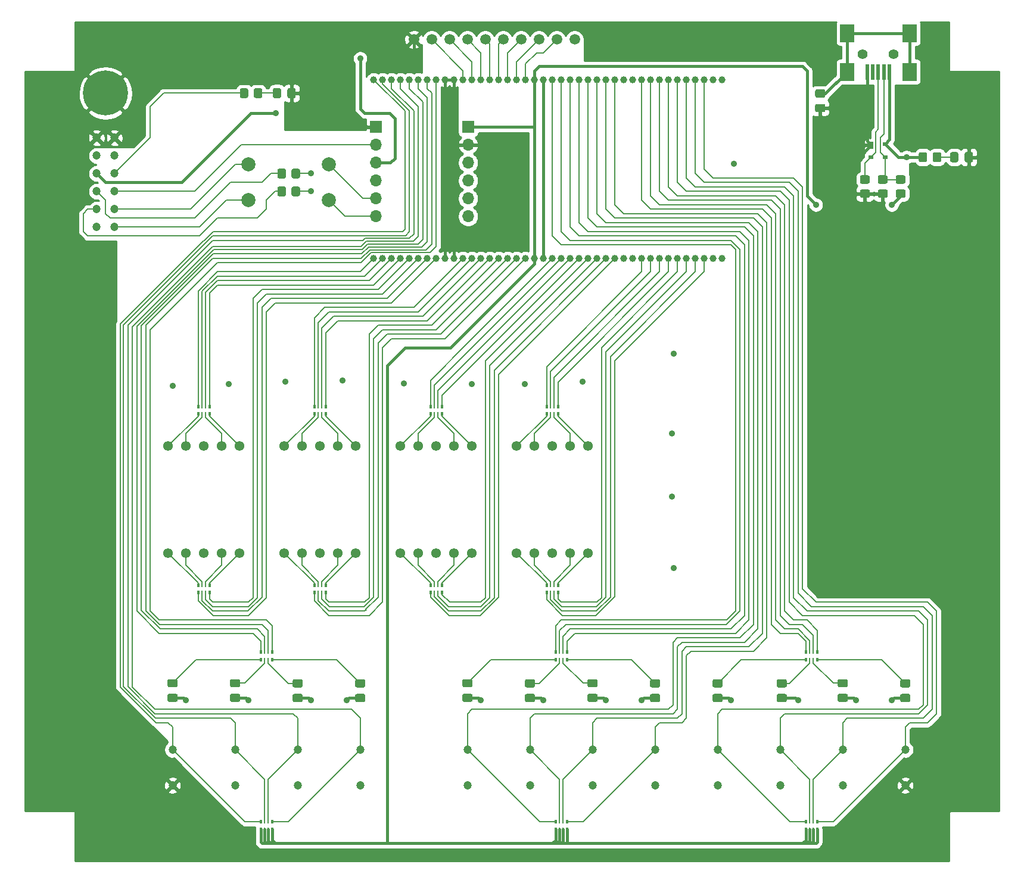
<source format=gtl>
G04 #@! TF.GenerationSoftware,KiCad,Pcbnew,(5.1.8)-1*
G04 #@! TF.CreationDate,2021-01-01T13:05:33+09:00*
G04 #@! TF.ProjectId,mifune_TE0890_local_board,6d696675-6e65-45f5-9445-303839305f6c,0.1*
G04 #@! TF.SameCoordinates,Original*
G04 #@! TF.FileFunction,Copper,L1,Top*
G04 #@! TF.FilePolarity,Positive*
%FSLAX46Y46*%
G04 Gerber Fmt 4.6, Leading zero omitted, Abs format (unit mm)*
G04 Created by KiCad (PCBNEW (5.1.8)-1) date 2021-01-01 13:05:33*
%MOMM*%
%LPD*%
G01*
G04 APERTURE LIST*
G04 #@! TA.AperFunction,ComponentPad*
%ADD10C,1.000000*%
G04 #@! TD*
G04 #@! TA.AperFunction,ComponentPad*
%ADD11C,1.200000*%
G04 #@! TD*
G04 #@! TA.AperFunction,ComponentPad*
%ADD12C,6.400000*%
G04 #@! TD*
G04 #@! TA.AperFunction,ComponentPad*
%ADD13C,2.000000*%
G04 #@! TD*
G04 #@! TA.AperFunction,SMDPad,CuDef*
%ADD14R,0.700000X1.000000*%
G04 #@! TD*
G04 #@! TA.AperFunction,SMDPad,CuDef*
%ADD15R,0.700000X0.600000*%
G04 #@! TD*
G04 #@! TA.AperFunction,ComponentPad*
%ADD16C,1.381000*%
G04 #@! TD*
G04 #@! TA.AperFunction,SMDPad,CuDef*
%ADD17R,0.500000X2.300000*%
G04 #@! TD*
G04 #@! TA.AperFunction,SMDPad,CuDef*
%ADD18R,2.000000X2.500000*%
G04 #@! TD*
G04 #@! TA.AperFunction,ComponentPad*
%ADD19C,1.400000*%
G04 #@! TD*
G04 #@! TA.AperFunction,SMDPad,CuDef*
%ADD20R,0.365000X0.613000*%
G04 #@! TD*
G04 #@! TA.AperFunction,SMDPad,CuDef*
%ADD21R,0.250000X0.613000*%
G04 #@! TD*
G04 #@! TA.AperFunction,ComponentPad*
%ADD22O,1.700000X1.700000*%
G04 #@! TD*
G04 #@! TA.AperFunction,ComponentPad*
%ADD23R,1.700000X1.700000*%
G04 #@! TD*
G04 #@! TA.AperFunction,ComponentPad*
%ADD24C,1.500000*%
G04 #@! TD*
G04 #@! TA.AperFunction,ViaPad*
%ADD25C,0.889000*%
G04 #@! TD*
G04 #@! TA.AperFunction,Conductor*
%ADD26C,0.406400*%
G04 #@! TD*
G04 #@! TA.AperFunction,Conductor*
%ADD27C,0.203200*%
G04 #@! TD*
G04 #@! TA.AperFunction,Conductor*
%ADD28C,0.254000*%
G04 #@! TD*
G04 #@! TA.AperFunction,Conductor*
%ADD29C,0.100000*%
G04 #@! TD*
G04 APERTURE END LIST*
D10*
X137795000Y-66040000D03*
X137795000Y-40640000D03*
X136525000Y-66040000D03*
X136525000Y-40640000D03*
X135255000Y-66040000D03*
X135255000Y-40640000D03*
X133985000Y-66040000D03*
X133985000Y-40640000D03*
X132715000Y-66040000D03*
X132715000Y-40640000D03*
X131445000Y-66040000D03*
X131445000Y-40640000D03*
X130175000Y-66040000D03*
X130175000Y-40640000D03*
X128905000Y-66040000D03*
X128905000Y-40640000D03*
X127635000Y-66040000D03*
X127635000Y-40640000D03*
X126365000Y-66040000D03*
X126365000Y-40640000D03*
X125095000Y-66040000D03*
X125095000Y-40640000D03*
X123825000Y-66040000D03*
X123825000Y-40640000D03*
X122555000Y-66040000D03*
X122555000Y-40640000D03*
X121285000Y-66040000D03*
X121285000Y-40640000D03*
X120015000Y-66040000D03*
X120015000Y-40640000D03*
X118745000Y-66040000D03*
X118745000Y-40640000D03*
X117475000Y-66040000D03*
X117475000Y-40640000D03*
X116205000Y-66040000D03*
X116205000Y-40640000D03*
X114935000Y-66040000D03*
X114935000Y-40640000D03*
X113665000Y-66040000D03*
X113665000Y-40640000D03*
X112395000Y-66040000D03*
X112395000Y-40640000D03*
X111125000Y-66040000D03*
X111125000Y-40640000D03*
X109855000Y-66040000D03*
X109855000Y-40640000D03*
X108585000Y-66040000D03*
X108585000Y-40640000D03*
X107315000Y-66040000D03*
X107315000Y-40640000D03*
X106045000Y-66040000D03*
X106045000Y-40640000D03*
X104775000Y-66040000D03*
X104775000Y-40640000D03*
X103505000Y-66040000D03*
X103505000Y-40640000D03*
X102235000Y-66040000D03*
X102235000Y-40640000D03*
X100965000Y-66040000D03*
X100965000Y-40640000D03*
X99695000Y-66040000D03*
X99695000Y-40640000D03*
X98425000Y-66040000D03*
X98425000Y-40640000D03*
X97155000Y-66040000D03*
X97155000Y-40640000D03*
X95885000Y-66040000D03*
X95885000Y-40640000D03*
X94615000Y-66040000D03*
X94615000Y-40640000D03*
X93345000Y-66040000D03*
X93345000Y-40640000D03*
X92075000Y-66040000D03*
X92075000Y-40640000D03*
X90805000Y-66040000D03*
X90805000Y-40640000D03*
X89535000Y-66040000D03*
X89535000Y-40640000D03*
X88265000Y-66040000D03*
X88265000Y-40640000D03*
D11*
X48895000Y-53975000D03*
X51435000Y-56515000D03*
X51435000Y-53975000D03*
X48895000Y-56515000D03*
X48895000Y-51435000D03*
X51435000Y-59055000D03*
X51435000Y-51435000D03*
X48895000Y-59055000D03*
X48895000Y-48895000D03*
X51435000Y-61595000D03*
X51435000Y-48895000D03*
X48895000Y-61595000D03*
D12*
X50165000Y-42545000D03*
D13*
X70485000Y-57785000D03*
X70485000Y-52705000D03*
G04 #@! TA.AperFunction,SMDPad,CuDef*
G36*
G01*
X75115000Y-42070000D02*
X75115000Y-43020000D01*
G75*
G02*
X74865000Y-43270000I-250000J0D01*
G01*
X74190000Y-43270000D01*
G75*
G02*
X73940000Y-43020000I0J250000D01*
G01*
X73940000Y-42070000D01*
G75*
G02*
X74190000Y-41820000I250000J0D01*
G01*
X74865000Y-41820000D01*
G75*
G02*
X75115000Y-42070000I0J-250000D01*
G01*
G37*
G04 #@! TD.AperFunction*
G04 #@! TA.AperFunction,SMDPad,CuDef*
G36*
G01*
X77190000Y-42070000D02*
X77190000Y-43020000D01*
G75*
G02*
X76940000Y-43270000I-250000J0D01*
G01*
X76265000Y-43270000D01*
G75*
G02*
X76015000Y-43020000I0J250000D01*
G01*
X76015000Y-42070000D01*
G75*
G02*
X76265000Y-41820000I250000J0D01*
G01*
X76940000Y-41820000D01*
G75*
G02*
X77190000Y-42070000I0J-250000D01*
G01*
G37*
G04 #@! TD.AperFunction*
G04 #@! TA.AperFunction,SMDPad,CuDef*
G36*
G01*
X69250000Y-42995001D02*
X69250000Y-42094999D01*
G75*
G02*
X69499999Y-41845000I249999J0D01*
G01*
X70200001Y-41845000D01*
G75*
G02*
X70450000Y-42094999I0J-249999D01*
G01*
X70450000Y-42995001D01*
G75*
G02*
X70200001Y-43245000I-249999J0D01*
G01*
X69499999Y-43245000D01*
G75*
G02*
X69250000Y-42995001I0J249999D01*
G01*
G37*
G04 #@! TD.AperFunction*
G04 #@! TA.AperFunction,SMDPad,CuDef*
G36*
G01*
X71250000Y-42995001D02*
X71250000Y-42094999D01*
G75*
G02*
X71499999Y-41845000I249999J0D01*
G01*
X72200001Y-41845000D01*
G75*
G02*
X72450000Y-42094999I0J-249999D01*
G01*
X72450000Y-42995001D01*
G75*
G02*
X72200001Y-43245000I-249999J0D01*
G01*
X71499999Y-43245000D01*
G75*
G02*
X71250000Y-42995001I0J249999D01*
G01*
G37*
G04 #@! TD.AperFunction*
G04 #@! TA.AperFunction,SMDPad,CuDef*
G36*
G01*
X151270000Y-42002500D02*
X152220000Y-42002500D01*
G75*
G02*
X152470000Y-42252500I0J-250000D01*
G01*
X152470000Y-42927500D01*
G75*
G02*
X152220000Y-43177500I-250000J0D01*
G01*
X151270000Y-43177500D01*
G75*
G02*
X151020000Y-42927500I0J250000D01*
G01*
X151020000Y-42252500D01*
G75*
G02*
X151270000Y-42002500I250000J0D01*
G01*
G37*
G04 #@! TD.AperFunction*
G04 #@! TA.AperFunction,SMDPad,CuDef*
G36*
G01*
X151270000Y-44077500D02*
X152220000Y-44077500D01*
G75*
G02*
X152470000Y-44327500I0J-250000D01*
G01*
X152470000Y-45002500D01*
G75*
G02*
X152220000Y-45252500I-250000J0D01*
G01*
X151270000Y-45252500D01*
G75*
G02*
X151020000Y-45002500I0J250000D01*
G01*
X151020000Y-44327500D01*
G75*
G02*
X151270000Y-44077500I250000J0D01*
G01*
G37*
G04 #@! TD.AperFunction*
G04 #@! TA.AperFunction,SMDPad,CuDef*
G36*
G01*
X173457500Y-51175000D02*
X173457500Y-52125000D01*
G75*
G02*
X173207500Y-52375000I-250000J0D01*
G01*
X172532500Y-52375000D01*
G75*
G02*
X172282500Y-52125000I0J250000D01*
G01*
X172282500Y-51175000D01*
G75*
G02*
X172532500Y-50925000I250000J0D01*
G01*
X173207500Y-50925000D01*
G75*
G02*
X173457500Y-51175000I0J-250000D01*
G01*
G37*
G04 #@! TD.AperFunction*
G04 #@! TA.AperFunction,SMDPad,CuDef*
G36*
G01*
X171382500Y-51175000D02*
X171382500Y-52125000D01*
G75*
G02*
X171132500Y-52375000I-250000J0D01*
G01*
X170457500Y-52375000D01*
G75*
G02*
X170207500Y-52125000I0J250000D01*
G01*
X170207500Y-51175000D01*
G75*
G02*
X170457500Y-50925000I250000J0D01*
G01*
X171132500Y-50925000D01*
G75*
G02*
X171382500Y-51175000I0J-250000D01*
G01*
G37*
G04 #@! TD.AperFunction*
D14*
X158950000Y-49950000D03*
D15*
X158950000Y-51650000D03*
X160950000Y-51650000D03*
X160950000Y-49750000D03*
G04 #@! TA.AperFunction,SMDPad,CuDef*
G36*
G01*
X60165000Y-127036500D02*
X59215000Y-127036500D01*
G75*
G02*
X58965000Y-126786500I0J250000D01*
G01*
X58965000Y-126111500D01*
G75*
G02*
X59215000Y-125861500I250000J0D01*
G01*
X60165000Y-125861500D01*
G75*
G02*
X60415000Y-126111500I0J-250000D01*
G01*
X60415000Y-126786500D01*
G75*
G02*
X60165000Y-127036500I-250000J0D01*
G01*
G37*
G04 #@! TD.AperFunction*
G04 #@! TA.AperFunction,SMDPad,CuDef*
G36*
G01*
X60165000Y-129111500D02*
X59215000Y-129111500D01*
G75*
G02*
X58965000Y-128861500I0J250000D01*
G01*
X58965000Y-128186500D01*
G75*
G02*
X59215000Y-127936500I250000J0D01*
G01*
X60165000Y-127936500D01*
G75*
G02*
X60415000Y-128186500I0J-250000D01*
G01*
X60415000Y-128861500D01*
G75*
G02*
X60165000Y-129111500I-250000J0D01*
G01*
G37*
G04 #@! TD.AperFunction*
G04 #@! TA.AperFunction,SMDPad,CuDef*
G36*
G01*
X69055000Y-129111500D02*
X68105000Y-129111500D01*
G75*
G02*
X67855000Y-128861500I0J250000D01*
G01*
X67855000Y-128186500D01*
G75*
G02*
X68105000Y-127936500I250000J0D01*
G01*
X69055000Y-127936500D01*
G75*
G02*
X69305000Y-128186500I0J-250000D01*
G01*
X69305000Y-128861500D01*
G75*
G02*
X69055000Y-129111500I-250000J0D01*
G01*
G37*
G04 #@! TD.AperFunction*
G04 #@! TA.AperFunction,SMDPad,CuDef*
G36*
G01*
X69055000Y-127036500D02*
X68105000Y-127036500D01*
G75*
G02*
X67855000Y-126786500I0J250000D01*
G01*
X67855000Y-126111500D01*
G75*
G02*
X68105000Y-125861500I250000J0D01*
G01*
X69055000Y-125861500D01*
G75*
G02*
X69305000Y-126111500I0J-250000D01*
G01*
X69305000Y-126786500D01*
G75*
G02*
X69055000Y-127036500I-250000J0D01*
G01*
G37*
G04 #@! TD.AperFunction*
G04 #@! TA.AperFunction,SMDPad,CuDef*
G36*
G01*
X77945000Y-127058000D02*
X76995000Y-127058000D01*
G75*
G02*
X76745000Y-126808000I0J250000D01*
G01*
X76745000Y-126133000D01*
G75*
G02*
X76995000Y-125883000I250000J0D01*
G01*
X77945000Y-125883000D01*
G75*
G02*
X78195000Y-126133000I0J-250000D01*
G01*
X78195000Y-126808000D01*
G75*
G02*
X77945000Y-127058000I-250000J0D01*
G01*
G37*
G04 #@! TD.AperFunction*
G04 #@! TA.AperFunction,SMDPad,CuDef*
G36*
G01*
X77945000Y-129133000D02*
X76995000Y-129133000D01*
G75*
G02*
X76745000Y-128883000I0J250000D01*
G01*
X76745000Y-128208000D01*
G75*
G02*
X76995000Y-127958000I250000J0D01*
G01*
X77945000Y-127958000D01*
G75*
G02*
X78195000Y-128208000I0J-250000D01*
G01*
X78195000Y-128883000D01*
G75*
G02*
X77945000Y-129133000I-250000J0D01*
G01*
G37*
G04 #@! TD.AperFunction*
G04 #@! TA.AperFunction,SMDPad,CuDef*
G36*
G01*
X86835000Y-129133000D02*
X85885000Y-129133000D01*
G75*
G02*
X85635000Y-128883000I0J250000D01*
G01*
X85635000Y-128208000D01*
G75*
G02*
X85885000Y-127958000I250000J0D01*
G01*
X86835000Y-127958000D01*
G75*
G02*
X87085000Y-128208000I0J-250000D01*
G01*
X87085000Y-128883000D01*
G75*
G02*
X86835000Y-129133000I-250000J0D01*
G01*
G37*
G04 #@! TD.AperFunction*
G04 #@! TA.AperFunction,SMDPad,CuDef*
G36*
G01*
X86835000Y-127058000D02*
X85885000Y-127058000D01*
G75*
G02*
X85635000Y-126808000I0J250000D01*
G01*
X85635000Y-126133000D01*
G75*
G02*
X85885000Y-125883000I250000J0D01*
G01*
X86835000Y-125883000D01*
G75*
G02*
X87085000Y-126133000I0J-250000D01*
G01*
X87085000Y-126808000D01*
G75*
G02*
X86835000Y-127058000I-250000J0D01*
G01*
G37*
G04 #@! TD.AperFunction*
G04 #@! TA.AperFunction,SMDPad,CuDef*
G36*
G01*
X102075000Y-127036500D02*
X101125000Y-127036500D01*
G75*
G02*
X100875000Y-126786500I0J250000D01*
G01*
X100875000Y-126111500D01*
G75*
G02*
X101125000Y-125861500I250000J0D01*
G01*
X102075000Y-125861500D01*
G75*
G02*
X102325000Y-126111500I0J-250000D01*
G01*
X102325000Y-126786500D01*
G75*
G02*
X102075000Y-127036500I-250000J0D01*
G01*
G37*
G04 #@! TD.AperFunction*
G04 #@! TA.AperFunction,SMDPad,CuDef*
G36*
G01*
X102075000Y-129111500D02*
X101125000Y-129111500D01*
G75*
G02*
X100875000Y-128861500I0J250000D01*
G01*
X100875000Y-128186500D01*
G75*
G02*
X101125000Y-127936500I250000J0D01*
G01*
X102075000Y-127936500D01*
G75*
G02*
X102325000Y-128186500I0J-250000D01*
G01*
X102325000Y-128861500D01*
G75*
G02*
X102075000Y-129111500I-250000J0D01*
G01*
G37*
G04 #@! TD.AperFunction*
G04 #@! TA.AperFunction,SMDPad,CuDef*
G36*
G01*
X110965000Y-129133000D02*
X110015000Y-129133000D01*
G75*
G02*
X109765000Y-128883000I0J250000D01*
G01*
X109765000Y-128208000D01*
G75*
G02*
X110015000Y-127958000I250000J0D01*
G01*
X110965000Y-127958000D01*
G75*
G02*
X111215000Y-128208000I0J-250000D01*
G01*
X111215000Y-128883000D01*
G75*
G02*
X110965000Y-129133000I-250000J0D01*
G01*
G37*
G04 #@! TD.AperFunction*
G04 #@! TA.AperFunction,SMDPad,CuDef*
G36*
G01*
X110965000Y-127058000D02*
X110015000Y-127058000D01*
G75*
G02*
X109765000Y-126808000I0J250000D01*
G01*
X109765000Y-126133000D01*
G75*
G02*
X110015000Y-125883000I250000J0D01*
G01*
X110965000Y-125883000D01*
G75*
G02*
X111215000Y-126133000I0J-250000D01*
G01*
X111215000Y-126808000D01*
G75*
G02*
X110965000Y-127058000I-250000J0D01*
G01*
G37*
G04 #@! TD.AperFunction*
G04 #@! TA.AperFunction,SMDPad,CuDef*
G36*
G01*
X119855000Y-127036500D02*
X118905000Y-127036500D01*
G75*
G02*
X118655000Y-126786500I0J250000D01*
G01*
X118655000Y-126111500D01*
G75*
G02*
X118905000Y-125861500I250000J0D01*
G01*
X119855000Y-125861500D01*
G75*
G02*
X120105000Y-126111500I0J-250000D01*
G01*
X120105000Y-126786500D01*
G75*
G02*
X119855000Y-127036500I-250000J0D01*
G01*
G37*
G04 #@! TD.AperFunction*
G04 #@! TA.AperFunction,SMDPad,CuDef*
G36*
G01*
X119855000Y-129111500D02*
X118905000Y-129111500D01*
G75*
G02*
X118655000Y-128861500I0J250000D01*
G01*
X118655000Y-128186500D01*
G75*
G02*
X118905000Y-127936500I250000J0D01*
G01*
X119855000Y-127936500D01*
G75*
G02*
X120105000Y-128186500I0J-250000D01*
G01*
X120105000Y-128861500D01*
G75*
G02*
X119855000Y-129111500I-250000J0D01*
G01*
G37*
G04 #@! TD.AperFunction*
G04 #@! TA.AperFunction,SMDPad,CuDef*
G36*
G01*
X128745000Y-129133000D02*
X127795000Y-129133000D01*
G75*
G02*
X127545000Y-128883000I0J250000D01*
G01*
X127545000Y-128208000D01*
G75*
G02*
X127795000Y-127958000I250000J0D01*
G01*
X128745000Y-127958000D01*
G75*
G02*
X128995000Y-128208000I0J-250000D01*
G01*
X128995000Y-128883000D01*
G75*
G02*
X128745000Y-129133000I-250000J0D01*
G01*
G37*
G04 #@! TD.AperFunction*
G04 #@! TA.AperFunction,SMDPad,CuDef*
G36*
G01*
X128745000Y-127058000D02*
X127795000Y-127058000D01*
G75*
G02*
X127545000Y-126808000I0J250000D01*
G01*
X127545000Y-126133000D01*
G75*
G02*
X127795000Y-125883000I250000J0D01*
G01*
X128745000Y-125883000D01*
G75*
G02*
X128995000Y-126133000I0J-250000D01*
G01*
X128995000Y-126808000D01*
G75*
G02*
X128745000Y-127058000I-250000J0D01*
G01*
G37*
G04 #@! TD.AperFunction*
G04 #@! TA.AperFunction,SMDPad,CuDef*
G36*
G01*
X137635000Y-127058000D02*
X136685000Y-127058000D01*
G75*
G02*
X136435000Y-126808000I0J250000D01*
G01*
X136435000Y-126133000D01*
G75*
G02*
X136685000Y-125883000I250000J0D01*
G01*
X137635000Y-125883000D01*
G75*
G02*
X137885000Y-126133000I0J-250000D01*
G01*
X137885000Y-126808000D01*
G75*
G02*
X137635000Y-127058000I-250000J0D01*
G01*
G37*
G04 #@! TD.AperFunction*
G04 #@! TA.AperFunction,SMDPad,CuDef*
G36*
G01*
X137635000Y-129133000D02*
X136685000Y-129133000D01*
G75*
G02*
X136435000Y-128883000I0J250000D01*
G01*
X136435000Y-128208000D01*
G75*
G02*
X136685000Y-127958000I250000J0D01*
G01*
X137635000Y-127958000D01*
G75*
G02*
X137885000Y-128208000I0J-250000D01*
G01*
X137885000Y-128883000D01*
G75*
G02*
X137635000Y-129133000I-250000J0D01*
G01*
G37*
G04 #@! TD.AperFunction*
G04 #@! TA.AperFunction,SMDPad,CuDef*
G36*
G01*
X146757500Y-129133000D02*
X145807500Y-129133000D01*
G75*
G02*
X145557500Y-128883000I0J250000D01*
G01*
X145557500Y-128208000D01*
G75*
G02*
X145807500Y-127958000I250000J0D01*
G01*
X146757500Y-127958000D01*
G75*
G02*
X147007500Y-128208000I0J-250000D01*
G01*
X147007500Y-128883000D01*
G75*
G02*
X146757500Y-129133000I-250000J0D01*
G01*
G37*
G04 #@! TD.AperFunction*
G04 #@! TA.AperFunction,SMDPad,CuDef*
G36*
G01*
X146757500Y-127058000D02*
X145807500Y-127058000D01*
G75*
G02*
X145557500Y-126808000I0J250000D01*
G01*
X145557500Y-126133000D01*
G75*
G02*
X145807500Y-125883000I250000J0D01*
G01*
X146757500Y-125883000D01*
G75*
G02*
X147007500Y-126133000I0J-250000D01*
G01*
X147007500Y-126808000D01*
G75*
G02*
X146757500Y-127058000I-250000J0D01*
G01*
G37*
G04 #@! TD.AperFunction*
G04 #@! TA.AperFunction,SMDPad,CuDef*
G36*
G01*
X155415000Y-127036500D02*
X154465000Y-127036500D01*
G75*
G02*
X154215000Y-126786500I0J250000D01*
G01*
X154215000Y-126111500D01*
G75*
G02*
X154465000Y-125861500I250000J0D01*
G01*
X155415000Y-125861500D01*
G75*
G02*
X155665000Y-126111500I0J-250000D01*
G01*
X155665000Y-126786500D01*
G75*
G02*
X155415000Y-127036500I-250000J0D01*
G01*
G37*
G04 #@! TD.AperFunction*
G04 #@! TA.AperFunction,SMDPad,CuDef*
G36*
G01*
X155415000Y-129111500D02*
X154465000Y-129111500D01*
G75*
G02*
X154215000Y-128861500I0J250000D01*
G01*
X154215000Y-128186500D01*
G75*
G02*
X154465000Y-127936500I250000J0D01*
G01*
X155415000Y-127936500D01*
G75*
G02*
X155665000Y-128186500I0J-250000D01*
G01*
X155665000Y-128861500D01*
G75*
G02*
X155415000Y-129111500I-250000J0D01*
G01*
G37*
G04 #@! TD.AperFunction*
G04 #@! TA.AperFunction,SMDPad,CuDef*
G36*
G01*
X164305000Y-129133000D02*
X163355000Y-129133000D01*
G75*
G02*
X163105000Y-128883000I0J250000D01*
G01*
X163105000Y-128208000D01*
G75*
G02*
X163355000Y-127958000I250000J0D01*
G01*
X164305000Y-127958000D01*
G75*
G02*
X164555000Y-128208000I0J-250000D01*
G01*
X164555000Y-128883000D01*
G75*
G02*
X164305000Y-129133000I-250000J0D01*
G01*
G37*
G04 #@! TD.AperFunction*
G04 #@! TA.AperFunction,SMDPad,CuDef*
G36*
G01*
X164305000Y-127058000D02*
X163355000Y-127058000D01*
G75*
G02*
X163105000Y-126808000I0J250000D01*
G01*
X163105000Y-126133000D01*
G75*
G02*
X163355000Y-125883000I250000J0D01*
G01*
X164305000Y-125883000D01*
G75*
G02*
X164555000Y-126133000I0J-250000D01*
G01*
X164555000Y-126808000D01*
G75*
G02*
X164305000Y-127058000I-250000J0D01*
G01*
G37*
G04 #@! TD.AperFunction*
D16*
X108585000Y-92710000D03*
X111125000Y-92710000D03*
X113665000Y-92710000D03*
X116205000Y-92710000D03*
X118745000Y-92710000D03*
X118745000Y-107950000D03*
X116205000Y-107950000D03*
X113665000Y-107950000D03*
X111125000Y-107950000D03*
X108585000Y-107950000D03*
X92075000Y-107950000D03*
X94615000Y-107950000D03*
X97155000Y-107950000D03*
X99695000Y-107950000D03*
X102235000Y-107950000D03*
X102235000Y-92710000D03*
X99695000Y-92710000D03*
X97155000Y-92710000D03*
X94615000Y-92710000D03*
X92075000Y-92710000D03*
X75565000Y-92710000D03*
X78105000Y-92710000D03*
X80645000Y-92710000D03*
X83185000Y-92710000D03*
X85725000Y-92710000D03*
X85725000Y-107950000D03*
X83185000Y-107950000D03*
X80645000Y-107950000D03*
X78105000Y-107950000D03*
X75565000Y-107950000D03*
X59055000Y-107950000D03*
X61595000Y-107950000D03*
X64135000Y-107950000D03*
X66675000Y-107950000D03*
X69215000Y-107950000D03*
X69215000Y-92710000D03*
X66675000Y-92710000D03*
X64135000Y-92710000D03*
X61595000Y-92710000D03*
X59055000Y-92710000D03*
D17*
X161600000Y-39500000D03*
X160800000Y-39500000D03*
X160000000Y-39500000D03*
X159200000Y-39500000D03*
X158400000Y-39500000D03*
D18*
X164450000Y-39500000D03*
X155550000Y-39500000D03*
X164450000Y-34000000D03*
X155550000Y-34000000D03*
D19*
X162200000Y-37000000D03*
X157800000Y-37000000D03*
G04 #@! TA.AperFunction,SMDPad,CuDef*
G36*
G01*
X74600000Y-54425001D02*
X74600000Y-53524999D01*
G75*
G02*
X74849999Y-53275000I249999J0D01*
G01*
X75550001Y-53275000D01*
G75*
G02*
X75800000Y-53524999I0J-249999D01*
G01*
X75800000Y-54425001D01*
G75*
G02*
X75550001Y-54675000I-249999J0D01*
G01*
X74849999Y-54675000D01*
G75*
G02*
X74600000Y-54425001I0J249999D01*
G01*
G37*
G04 #@! TD.AperFunction*
G04 #@! TA.AperFunction,SMDPad,CuDef*
G36*
G01*
X76600000Y-54425001D02*
X76600000Y-53524999D01*
G75*
G02*
X76849999Y-53275000I249999J0D01*
G01*
X77550001Y-53275000D01*
G75*
G02*
X77800000Y-53524999I0J-249999D01*
G01*
X77800000Y-54425001D01*
G75*
G02*
X77550001Y-54675000I-249999J0D01*
G01*
X76849999Y-54675000D01*
G75*
G02*
X76600000Y-54425001I0J249999D01*
G01*
G37*
G04 #@! TD.AperFunction*
G04 #@! TA.AperFunction,SMDPad,CuDef*
G36*
G01*
X76600000Y-56965001D02*
X76600000Y-56064999D01*
G75*
G02*
X76849999Y-55815000I249999J0D01*
G01*
X77550001Y-55815000D01*
G75*
G02*
X77800000Y-56064999I0J-249999D01*
G01*
X77800000Y-56965001D01*
G75*
G02*
X77550001Y-57215000I-249999J0D01*
G01*
X76849999Y-57215000D01*
G75*
G02*
X76600000Y-56965001I0J249999D01*
G01*
G37*
G04 #@! TD.AperFunction*
G04 #@! TA.AperFunction,SMDPad,CuDef*
G36*
G01*
X74600000Y-56965001D02*
X74600000Y-56064999D01*
G75*
G02*
X74849999Y-55815000I249999J0D01*
G01*
X75550001Y-55815000D01*
G75*
G02*
X75800000Y-56064999I0J-249999D01*
G01*
X75800000Y-56965001D01*
G75*
G02*
X75550001Y-57215000I-249999J0D01*
G01*
X74849999Y-57215000D01*
G75*
G02*
X74600000Y-56965001I0J249999D01*
G01*
G37*
G04 #@! TD.AperFunction*
G04 #@! TA.AperFunction,SMDPad,CuDef*
G36*
G01*
X167750000Y-52100001D02*
X167750000Y-51199999D01*
G75*
G02*
X167999999Y-50950000I249999J0D01*
G01*
X168700001Y-50950000D01*
G75*
G02*
X168950000Y-51199999I0J-249999D01*
G01*
X168950000Y-52100001D01*
G75*
G02*
X168700001Y-52350000I-249999J0D01*
G01*
X167999999Y-52350000D01*
G75*
G02*
X167750000Y-52100001I0J249999D01*
G01*
G37*
G04 #@! TD.AperFunction*
G04 #@! TA.AperFunction,SMDPad,CuDef*
G36*
G01*
X165750000Y-52100001D02*
X165750000Y-51199999D01*
G75*
G02*
X165999999Y-50950000I249999J0D01*
G01*
X166700001Y-50950000D01*
G75*
G02*
X166950000Y-51199999I0J-249999D01*
G01*
X166950000Y-52100001D01*
G75*
G02*
X166700001Y-52350000I-249999J0D01*
G01*
X165999999Y-52350000D01*
G75*
G02*
X165750000Y-52100001I0J249999D01*
G01*
G37*
G04 #@! TD.AperFunction*
G04 #@! TA.AperFunction,SMDPad,CuDef*
G36*
G01*
X160184999Y-56225000D02*
X161085001Y-56225000D01*
G75*
G02*
X161335000Y-56474999I0J-249999D01*
G01*
X161335000Y-57175001D01*
G75*
G02*
X161085001Y-57425000I-249999J0D01*
G01*
X160184999Y-57425000D01*
G75*
G02*
X159935000Y-57175001I0J249999D01*
G01*
X159935000Y-56474999D01*
G75*
G02*
X160184999Y-56225000I249999J0D01*
G01*
G37*
G04 #@! TD.AperFunction*
G04 #@! TA.AperFunction,SMDPad,CuDef*
G36*
G01*
X160184999Y-54225000D02*
X161085001Y-54225000D01*
G75*
G02*
X161335000Y-54474999I0J-249999D01*
G01*
X161335000Y-55175001D01*
G75*
G02*
X161085001Y-55425000I-249999J0D01*
G01*
X160184999Y-55425000D01*
G75*
G02*
X159935000Y-55175001I0J249999D01*
G01*
X159935000Y-54474999D01*
G75*
G02*
X160184999Y-54225000I249999J0D01*
G01*
G37*
G04 #@! TD.AperFunction*
G04 #@! TA.AperFunction,SMDPad,CuDef*
G36*
G01*
X163625001Y-57425000D02*
X162724999Y-57425000D01*
G75*
G02*
X162475000Y-57175001I0J249999D01*
G01*
X162475000Y-56474999D01*
G75*
G02*
X162724999Y-56225000I249999J0D01*
G01*
X163625001Y-56225000D01*
G75*
G02*
X163875000Y-56474999I0J-249999D01*
G01*
X163875000Y-57175001D01*
G75*
G02*
X163625001Y-57425000I-249999J0D01*
G01*
G37*
G04 #@! TD.AperFunction*
G04 #@! TA.AperFunction,SMDPad,CuDef*
G36*
G01*
X163625001Y-55425000D02*
X162724999Y-55425000D01*
G75*
G02*
X162475000Y-55175001I0J249999D01*
G01*
X162475000Y-54474999D01*
G75*
G02*
X162724999Y-54225000I249999J0D01*
G01*
X163625001Y-54225000D01*
G75*
G02*
X163875000Y-54474999I0J-249999D01*
G01*
X163875000Y-55175001D01*
G75*
G02*
X163625001Y-55425000I-249999J0D01*
G01*
G37*
G04 #@! TD.AperFunction*
G04 #@! TA.AperFunction,SMDPad,CuDef*
G36*
G01*
X157644999Y-54225000D02*
X158545001Y-54225000D01*
G75*
G02*
X158795000Y-54474999I0J-249999D01*
G01*
X158795000Y-55175001D01*
G75*
G02*
X158545001Y-55425000I-249999J0D01*
G01*
X157644999Y-55425000D01*
G75*
G02*
X157395000Y-55175001I0J249999D01*
G01*
X157395000Y-54474999D01*
G75*
G02*
X157644999Y-54225000I249999J0D01*
G01*
G37*
G04 #@! TD.AperFunction*
G04 #@! TA.AperFunction,SMDPad,CuDef*
G36*
G01*
X157644999Y-56225000D02*
X158545001Y-56225000D01*
G75*
G02*
X158795000Y-56474999I0J-249999D01*
G01*
X158795000Y-57175001D01*
G75*
G02*
X158545001Y-57425000I-249999J0D01*
G01*
X157644999Y-57425000D01*
G75*
G02*
X157395000Y-57175001I0J249999D01*
G01*
X157395000Y-56474999D01*
G75*
G02*
X157644999Y-56225000I249999J0D01*
G01*
G37*
G04 #@! TD.AperFunction*
D20*
X72217000Y-146141000D03*
D21*
X72775000Y-146141000D03*
X73275000Y-146141000D03*
D20*
X73833000Y-146141000D03*
X73833000Y-147229000D03*
D21*
X73275000Y-147229000D03*
X72775000Y-147229000D03*
D20*
X72217000Y-147229000D03*
X72217000Y-123099000D03*
D21*
X72775000Y-123099000D03*
X73275000Y-123099000D03*
D20*
X73833000Y-123099000D03*
X73833000Y-122011000D03*
D21*
X73275000Y-122011000D03*
X72775000Y-122011000D03*
D20*
X72217000Y-122011000D03*
X114127000Y-147229000D03*
D21*
X114685000Y-147229000D03*
X115185000Y-147229000D03*
D20*
X115743000Y-147229000D03*
X115743000Y-146141000D03*
D21*
X115185000Y-146141000D03*
X114685000Y-146141000D03*
D20*
X114127000Y-146141000D03*
X114127000Y-123099000D03*
D21*
X114685000Y-123099000D03*
X115185000Y-123099000D03*
D20*
X115743000Y-123099000D03*
X115743000Y-122011000D03*
D21*
X115185000Y-122011000D03*
X114685000Y-122011000D03*
D20*
X114127000Y-122011000D03*
X149687000Y-122011000D03*
D21*
X150245000Y-122011000D03*
X150745000Y-122011000D03*
D20*
X151303000Y-122011000D03*
X151303000Y-123099000D03*
D21*
X150745000Y-123099000D03*
X150245000Y-123099000D03*
D20*
X149687000Y-123099000D03*
X149687000Y-146141000D03*
D21*
X150245000Y-146141000D03*
X150745000Y-146141000D03*
D20*
X151303000Y-146141000D03*
X151303000Y-147229000D03*
D21*
X150745000Y-147229000D03*
X150245000Y-147229000D03*
D20*
X149687000Y-147229000D03*
X112857000Y-112486000D03*
D21*
X113415000Y-112486000D03*
X113915000Y-112486000D03*
D20*
X114473000Y-112486000D03*
X114473000Y-113574000D03*
D21*
X113915000Y-113574000D03*
X113415000Y-113574000D03*
D20*
X112857000Y-113574000D03*
X96347000Y-113574000D03*
D21*
X96905000Y-113574000D03*
X97405000Y-113574000D03*
D20*
X97963000Y-113574000D03*
X97963000Y-112486000D03*
D21*
X97405000Y-112486000D03*
X96905000Y-112486000D03*
D20*
X96347000Y-112486000D03*
X79837000Y-112486000D03*
D21*
X80395000Y-112486000D03*
X80895000Y-112486000D03*
D20*
X81453000Y-112486000D03*
X81453000Y-113574000D03*
D21*
X80895000Y-113574000D03*
X80395000Y-113574000D03*
D20*
X79837000Y-113574000D03*
X63327000Y-113574000D03*
D21*
X63885000Y-113574000D03*
X64385000Y-113574000D03*
D20*
X64943000Y-113574000D03*
X64943000Y-112486000D03*
D21*
X64385000Y-112486000D03*
X63885000Y-112486000D03*
D20*
X63327000Y-112486000D03*
X112857000Y-87086000D03*
D21*
X113415000Y-87086000D03*
X113915000Y-87086000D03*
D20*
X114473000Y-87086000D03*
X114473000Y-88174000D03*
D21*
X113915000Y-88174000D03*
X113415000Y-88174000D03*
D20*
X112857000Y-88174000D03*
X96347000Y-88174000D03*
D21*
X96905000Y-88174000D03*
X97405000Y-88174000D03*
D20*
X97963000Y-88174000D03*
X97963000Y-87086000D03*
D21*
X97405000Y-87086000D03*
X96905000Y-87086000D03*
D20*
X96347000Y-87086000D03*
X79837000Y-87086000D03*
D21*
X80395000Y-87086000D03*
X80895000Y-87086000D03*
D20*
X81453000Y-87086000D03*
X81453000Y-88174000D03*
D21*
X80895000Y-88174000D03*
X80395000Y-88174000D03*
D20*
X79837000Y-88174000D03*
X63327000Y-88174000D03*
D21*
X63885000Y-88174000D03*
X64385000Y-88174000D03*
D20*
X64943000Y-88174000D03*
X64943000Y-87086000D03*
D21*
X64385000Y-87086000D03*
X63885000Y-87086000D03*
D20*
X63327000Y-87086000D03*
D11*
X59690000Y-140970000D03*
X59690000Y-135890000D03*
X68580000Y-135890000D03*
X68580000Y-140970000D03*
X77470000Y-140970000D03*
X77470000Y-135890000D03*
X86360000Y-135890000D03*
X86360000Y-140970000D03*
X101600000Y-140970000D03*
X101600000Y-135890000D03*
X110490000Y-135890000D03*
X110490000Y-140970000D03*
X119380000Y-140970000D03*
X119380000Y-135890000D03*
X128270000Y-135890000D03*
X128270000Y-140970000D03*
X137160000Y-140970000D03*
X137160000Y-135890000D03*
X146050000Y-135890000D03*
X146050000Y-140970000D03*
X154940000Y-140970000D03*
X154940000Y-135890000D03*
X163830000Y-135890000D03*
X163830000Y-140970000D03*
D22*
X101710000Y-60060000D03*
X101710000Y-57520000D03*
X101710000Y-54980000D03*
X101710000Y-52440000D03*
X101710000Y-49900000D03*
D23*
X101710000Y-47360000D03*
X88620000Y-47340000D03*
D22*
X88620000Y-49880000D03*
X88620000Y-52420000D03*
X88620000Y-54960000D03*
X88620000Y-57500000D03*
X88620000Y-60040000D03*
D13*
X81915000Y-52705000D03*
X81915000Y-57785000D03*
D24*
X96520000Y-34925000D03*
X99060000Y-34925000D03*
X101600000Y-34925000D03*
X104140000Y-34925000D03*
X106680000Y-34925000D03*
X109220000Y-34925000D03*
X111760000Y-34925000D03*
X114300000Y-34925000D03*
X116840000Y-34925000D03*
X93980000Y-34925000D03*
D25*
X78740000Y-42545000D03*
X103505000Y-128905000D03*
X112395000Y-128905000D03*
X121285000Y-128905000D03*
X126365000Y-128905000D03*
X139065000Y-128905000D03*
X148590000Y-128905000D03*
X156845000Y-128905000D03*
X161925000Y-128905000D03*
X61595000Y-128905000D03*
X70485000Y-128905000D03*
X79375000Y-128905000D03*
X84455000Y-128905000D03*
X155575000Y-53340000D03*
X155575000Y-66040000D03*
X151765000Y-112268000D03*
X163195000Y-100838000D03*
X163449000Y-89154000D03*
X163449000Y-76073000D03*
X163703000Y-66040000D03*
X43942000Y-126873000D03*
X44323000Y-114173000D03*
X44450000Y-101346000D03*
X44323000Y-89027000D03*
X44450000Y-75184000D03*
X130937000Y-110109000D03*
X130683000Y-99949000D03*
X130683000Y-90932000D03*
X130937000Y-79629000D03*
X59690000Y-84201000D03*
X67691000Y-83947000D03*
X75692000Y-83566000D03*
X83820000Y-83439000D03*
X92583000Y-83820000D03*
X102235000Y-83947000D03*
X109728000Y-83947000D03*
X117983000Y-83566000D03*
X139446000Y-52578000D03*
X93980000Y-38735000D03*
X109778800Y-48717200D03*
X109728000Y-64363600D03*
X76352400Y-47091600D03*
X164010000Y-51630000D03*
X86360000Y-37592000D03*
X79375000Y-53975000D03*
X79375000Y-56515000D03*
X151130000Y-58420000D03*
X161925000Y-58420000D03*
X74371200Y-45389800D03*
D26*
X152460000Y-42590000D02*
X155550000Y-39500000D01*
X151745000Y-42590000D02*
X152460000Y-42590000D01*
X155550000Y-39500000D02*
X155550000Y-34000000D01*
X155550000Y-34000000D02*
X164450000Y-34000000D01*
X164450000Y-34000000D02*
X164450000Y-39500000D01*
X158400000Y-49400000D02*
X158950000Y-49950000D01*
X158400000Y-39500000D02*
X158400000Y-49400000D01*
X158095000Y-56825000D02*
X160635000Y-56825000D01*
X76602500Y-42545000D02*
X78740000Y-42545000D01*
X101600000Y-128524000D02*
X103124000Y-128524000D01*
X103124000Y-128524000D02*
X103505000Y-128905000D01*
X110490000Y-128545500D02*
X112035500Y-128545500D01*
X112035500Y-128545500D02*
X112395000Y-128905000D01*
X119380000Y-128524000D02*
X120904000Y-128524000D01*
X120904000Y-128524000D02*
X121285000Y-128905000D01*
X128270000Y-128545500D02*
X126724500Y-128545500D01*
X126724500Y-128545500D02*
X126365000Y-128905000D01*
X137160000Y-128545500D02*
X138705500Y-128545500D01*
X138705500Y-128545500D02*
X139065000Y-128905000D01*
X146282500Y-128545500D02*
X148230500Y-128545500D01*
X148230500Y-128545500D02*
X148590000Y-128905000D01*
X154940000Y-128524000D02*
X156464000Y-128524000D01*
X156464000Y-128524000D02*
X156845000Y-128905000D01*
X163830000Y-128545500D02*
X162284500Y-128545500D01*
X162284500Y-128545500D02*
X161925000Y-128905000D01*
X59690000Y-128524000D02*
X61214000Y-128524000D01*
X61214000Y-128524000D02*
X61595000Y-128905000D01*
X68580000Y-128524000D02*
X70104000Y-128524000D01*
X70104000Y-128524000D02*
X70485000Y-128905000D01*
X77470000Y-128545500D02*
X79015500Y-128545500D01*
X79015500Y-128545500D02*
X79375000Y-128905000D01*
X86360000Y-128545500D02*
X84814500Y-128545500D01*
X84814500Y-128545500D02*
X84455000Y-128905000D01*
X158950000Y-49950000D02*
X158950000Y-49965000D01*
X158950000Y-49965000D02*
X155575000Y-53340000D01*
X156520000Y-56825000D02*
X158095000Y-56825000D01*
X155575000Y-55880000D02*
X156520000Y-56825000D01*
X151745000Y-44665000D02*
X151745000Y-52050000D01*
X153035000Y-53340000D02*
X155575000Y-53340000D01*
X151745000Y-52050000D02*
X153035000Y-53340000D01*
X155575000Y-66040000D02*
X155575000Y-55245000D01*
X155575000Y-55245000D02*
X155575000Y-55880000D01*
X155575000Y-53340000D02*
X155575000Y-55245000D01*
X172870000Y-51650000D02*
X176110000Y-51650000D01*
X176110000Y-51650000D02*
X176530000Y-52070000D01*
X176530000Y-52070000D02*
X176530000Y-66040000D01*
X176530000Y-66040000D02*
X163703000Y-66040000D01*
X163703000Y-66040000D02*
X155575000Y-66040000D01*
X93980000Y-34925000D02*
X93980000Y-38735000D01*
X99695000Y-40640000D02*
X98425000Y-40640000D01*
X98425000Y-66040000D02*
X98425000Y-40640000D01*
X99695000Y-40640000D02*
X99695000Y-66040000D01*
X112395000Y-40640000D02*
X112395000Y-66040000D01*
D27*
X71850000Y-42545000D02*
X74527500Y-42545000D01*
X168350000Y-51650000D02*
X170795000Y-51650000D01*
X158095000Y-52505000D02*
X158950000Y-51650000D01*
X158095000Y-54825000D02*
X158095000Y-52505000D01*
X159604801Y-50995199D02*
X159604801Y-48079801D01*
X158950000Y-51650000D02*
X159604801Y-50995199D01*
X160000000Y-47684602D02*
X159604801Y-48079801D01*
X160000000Y-39500000D02*
X160000000Y-47684602D01*
X160950000Y-54510000D02*
X160635000Y-54825000D01*
X160950000Y-51650000D02*
X160950000Y-54510000D01*
X160635000Y-54825000D02*
X163175000Y-54825000D01*
X160295199Y-50995199D02*
X160295199Y-48814801D01*
X160950000Y-51650000D02*
X160295199Y-50995199D01*
X160800000Y-48310000D02*
X160800000Y-39500000D01*
X160295199Y-48814801D02*
X160800000Y-48310000D01*
D26*
X161600000Y-49100000D02*
X160950000Y-49750000D01*
X161600000Y-39500000D02*
X161600000Y-49100000D01*
X161590000Y-49110000D02*
X160950000Y-49750000D01*
X160950000Y-49750000D02*
X160980000Y-49750000D01*
X160980000Y-49750000D02*
X162860000Y-51630000D01*
X162860000Y-51630000D02*
X164010000Y-51630000D01*
X164030000Y-51650000D02*
X164010000Y-51630000D01*
X166350000Y-51650000D02*
X164030000Y-51650000D01*
X88620000Y-52420000D02*
X90658200Y-52420000D01*
X90658200Y-52420000D02*
X91262200Y-51816000D01*
X91262200Y-51816000D02*
X91262200Y-46177200D01*
X91262200Y-46177200D02*
X90500200Y-45415200D01*
X90500200Y-45415200D02*
X87020400Y-45415200D01*
X86360000Y-44754800D02*
X86360000Y-37592000D01*
X87020400Y-45415200D02*
X86360000Y-44754800D01*
D27*
X63040000Y-123099000D02*
X59690000Y-126449000D01*
X72217000Y-123099000D02*
X63040000Y-123099000D01*
X69934700Y-126449000D02*
X68580000Y-126449000D01*
X72775000Y-123608700D02*
X69934700Y-126449000D01*
X72775000Y-123099000D02*
X72775000Y-123608700D01*
X76136800Y-126470500D02*
X77470000Y-126470500D01*
X73275000Y-123608700D02*
X76136800Y-126470500D01*
X73275000Y-123099000D02*
X73275000Y-123608700D01*
X82988500Y-123099000D02*
X86360000Y-126470500D01*
X73833000Y-123099000D02*
X82988500Y-123099000D01*
X104950000Y-123099000D02*
X101600000Y-126449000D01*
X114127000Y-123099000D02*
X104950000Y-123099000D01*
X111823200Y-126470500D02*
X110490000Y-126470500D01*
X114685000Y-123608700D02*
X111823200Y-126470500D01*
X114685000Y-123099000D02*
X114685000Y-123608700D01*
X118025300Y-126449000D02*
X119380000Y-126449000D01*
X115185000Y-123608700D02*
X118025300Y-126449000D01*
X115185000Y-123099000D02*
X115185000Y-123608700D01*
X124898500Y-123099000D02*
X128270000Y-126470500D01*
X115743000Y-123099000D02*
X124898500Y-123099000D01*
X140531500Y-123099000D02*
X137160000Y-126470500D01*
X149687000Y-123099000D02*
X140531500Y-123099000D01*
X147383200Y-126470500D02*
X146282500Y-126470500D01*
X150245000Y-123608700D02*
X147383200Y-126470500D01*
X150245000Y-123099000D02*
X150245000Y-123608700D01*
X153585300Y-126449000D02*
X154940000Y-126449000D01*
X150745000Y-123608700D02*
X153585300Y-126449000D01*
X150745000Y-123099000D02*
X150745000Y-123608700D01*
X160458500Y-123099000D02*
X163830000Y-126470500D01*
X151303000Y-123099000D02*
X160458500Y-123099000D01*
X112857000Y-88438000D02*
X108585000Y-92710000D01*
X112857000Y-88174000D02*
X112857000Y-88438000D01*
X111125000Y-90973700D02*
X111125000Y-92710000D01*
X113415000Y-88683700D02*
X111125000Y-90973700D01*
X113415000Y-88174000D02*
X113415000Y-88683700D01*
X116205000Y-90973700D02*
X116205000Y-92710000D01*
X113915000Y-88683700D02*
X116205000Y-90973700D01*
X113915000Y-88174000D02*
X113915000Y-88683700D01*
X114473000Y-88438000D02*
X118745000Y-92710000D01*
X114473000Y-88174000D02*
X114473000Y-88438000D01*
X114473000Y-112222000D02*
X118745000Y-107950000D01*
X114473000Y-112486000D02*
X114473000Y-112222000D01*
X116205000Y-109686300D02*
X116205000Y-107950000D01*
X113915000Y-111976300D02*
X116205000Y-109686300D01*
X113915000Y-112486000D02*
X113915000Y-111976300D01*
X111125000Y-109686300D02*
X111125000Y-107950000D01*
X113415000Y-111976300D02*
X111125000Y-109686300D01*
X113415000Y-112486000D02*
X113415000Y-111976300D01*
X112857000Y-112222000D02*
X108585000Y-107950000D01*
X112857000Y-112486000D02*
X112857000Y-112222000D01*
X96347000Y-112222000D02*
X92075000Y-107950000D01*
X96347000Y-112486000D02*
X96347000Y-112222000D01*
X94615000Y-109686300D02*
X94615000Y-107950000D01*
X96905000Y-111976300D02*
X94615000Y-109686300D01*
X96905000Y-112486000D02*
X96905000Y-111976300D01*
X99695000Y-109686300D02*
X99695000Y-107950000D01*
X97405000Y-111976300D02*
X99695000Y-109686300D01*
X97405000Y-112486000D02*
X97405000Y-111976300D01*
X97963000Y-112222000D02*
X102235000Y-107950000D01*
X97963000Y-112486000D02*
X97963000Y-112222000D01*
X97963000Y-88438000D02*
X102235000Y-92710000D01*
X97963000Y-88174000D02*
X97963000Y-88438000D01*
X97405000Y-88683700D02*
X99695000Y-90973700D01*
X99695000Y-90973700D02*
X99695000Y-92710000D01*
X97405000Y-88174000D02*
X97405000Y-88683700D01*
X94615000Y-90973700D02*
X94615000Y-92710000D01*
X96905000Y-88683700D02*
X94615000Y-90973700D01*
X96905000Y-88174000D02*
X96905000Y-88683700D01*
X96347000Y-88438000D02*
X92075000Y-92710000D01*
X96347000Y-88174000D02*
X96347000Y-88438000D01*
X79837000Y-88438000D02*
X75565000Y-92710000D01*
X79837000Y-88174000D02*
X79837000Y-88438000D01*
X78105000Y-90973700D02*
X78105000Y-92710000D01*
X80395000Y-88683700D02*
X78105000Y-90973700D01*
X80395000Y-88174000D02*
X80395000Y-88683700D01*
X83185000Y-90973700D02*
X83185000Y-92710000D01*
X80895000Y-88683700D02*
X83185000Y-90973700D01*
X80895000Y-88174000D02*
X80895000Y-88683700D01*
X81453000Y-88438000D02*
X85725000Y-92710000D01*
X81453000Y-88174000D02*
X81453000Y-88438000D01*
X81453000Y-112222000D02*
X85725000Y-107950000D01*
X81453000Y-112486000D02*
X81453000Y-112222000D01*
X83185000Y-109686300D02*
X83185000Y-107950000D01*
X80895000Y-111976300D02*
X83185000Y-109686300D01*
X80895000Y-112486000D02*
X80895000Y-111976300D01*
X80395000Y-111976300D02*
X78105000Y-109686300D01*
X78105000Y-109686300D02*
X78105000Y-107950000D01*
X80395000Y-112486000D02*
X80395000Y-111976300D01*
X79837000Y-112222000D02*
X75565000Y-107950000D01*
X79837000Y-112486000D02*
X79837000Y-112222000D01*
X63327000Y-112222000D02*
X59055000Y-107950000D01*
X63327000Y-112486000D02*
X63327000Y-112222000D01*
X61595000Y-109686300D02*
X61595000Y-107950000D01*
X63885000Y-111976300D02*
X61595000Y-109686300D01*
X63885000Y-112486000D02*
X63885000Y-111976300D01*
X66675000Y-109686300D02*
X66675000Y-107950000D01*
X64385000Y-111976300D02*
X66675000Y-109686300D01*
X64385000Y-112486000D02*
X64385000Y-111976300D01*
X64943000Y-112222000D02*
X69215000Y-107950000D01*
X64943000Y-112486000D02*
X64943000Y-112222000D01*
X64943000Y-88438000D02*
X69215000Y-92710000D01*
X64943000Y-88174000D02*
X64943000Y-88438000D01*
X66675000Y-90973700D02*
X66675000Y-92710000D01*
X64385000Y-88683700D02*
X66675000Y-90973700D01*
X64385000Y-88174000D02*
X64385000Y-88683700D01*
X61595000Y-90973700D02*
X61595000Y-92710000D01*
X63885000Y-88683700D02*
X61595000Y-90973700D01*
X63885000Y-88174000D02*
X63885000Y-88683700D01*
X63327000Y-88438000D02*
X59055000Y-92710000D01*
X63327000Y-88174000D02*
X63327000Y-88438000D01*
X100965000Y-39370000D02*
X96520000Y-34925000D01*
X100965000Y-40640000D02*
X100965000Y-39370000D01*
X102235000Y-38100000D02*
X99060000Y-34925000D01*
X102235000Y-40640000D02*
X102235000Y-38100000D01*
X103505000Y-36830000D02*
X101600000Y-34925000D01*
X103505000Y-40640000D02*
X103505000Y-36830000D01*
X104775000Y-35560000D02*
X104140000Y-34925000D01*
X104775000Y-40640000D02*
X104775000Y-35560000D01*
X106045000Y-35560000D02*
X106680000Y-34925000D01*
X106045000Y-40640000D02*
X106045000Y-35560000D01*
X107315000Y-36830000D02*
X109220000Y-34925000D01*
X107315000Y-40640000D02*
X107315000Y-36830000D01*
X108585000Y-38100000D02*
X111760000Y-34925000D01*
X108585000Y-40640000D02*
X108585000Y-38100000D01*
X109855000Y-38391106D02*
X111416106Y-36830000D01*
X109855000Y-40640000D02*
X109855000Y-38391106D01*
X112395000Y-36830000D02*
X114300000Y-34925000D01*
X111416106Y-36830000D02*
X112395000Y-36830000D01*
X86710000Y-57500000D02*
X81915000Y-52705000D01*
X88620000Y-57500000D02*
X86710000Y-57500000D01*
X82170000Y-57530000D02*
X81915000Y-57785000D01*
X84170000Y-60040000D02*
X81915000Y-57785000D01*
X88620000Y-60040000D02*
X84170000Y-60040000D01*
X51435000Y-61595000D02*
X63500000Y-61595000D01*
X67310000Y-57785000D02*
X70485000Y-57785000D01*
X63500000Y-61595000D02*
X67310000Y-57785000D01*
X70485000Y-52705000D02*
X68580000Y-52705000D01*
X68580000Y-52705000D02*
X62230000Y-59055000D01*
X62230000Y-59055000D02*
X51435000Y-59055000D01*
X75200000Y-53975000D02*
X73660000Y-53975000D01*
X73660000Y-53975000D02*
X72390000Y-55245000D01*
X72390000Y-55245000D02*
X67945000Y-55245000D01*
X67945000Y-55245000D02*
X62865000Y-60325000D01*
X62865000Y-60325000D02*
X50800000Y-60325000D01*
X50800000Y-60325000D02*
X50165000Y-59690000D01*
X50165000Y-57785000D02*
X48895000Y-56515000D01*
X50165000Y-59690000D02*
X50165000Y-57785000D01*
X77200000Y-53975000D02*
X79375000Y-53975000D01*
X79375000Y-53975000D02*
X79375000Y-53975000D01*
X79375000Y-53975000D02*
X79375000Y-53975000D01*
X77200000Y-56515000D02*
X79375000Y-56515000D01*
X79375000Y-56515000D02*
X79375000Y-56515000D01*
X79375000Y-56515000D02*
X79375000Y-56515000D01*
X74295000Y-56515000D02*
X75200000Y-56515000D01*
X73025000Y-57785000D02*
X74295000Y-56515000D01*
X71755000Y-60325000D02*
X73025000Y-59055000D01*
X63500000Y-62865000D02*
X66040000Y-60325000D01*
X66040000Y-60325000D02*
X71755000Y-60325000D01*
X47625000Y-62865000D02*
X63500000Y-62865000D01*
X73025000Y-59055000D02*
X73025000Y-57785000D01*
X46990000Y-62230000D02*
X47625000Y-62865000D01*
X46990000Y-59690000D02*
X46990000Y-62230000D01*
X47625000Y-59055000D02*
X46990000Y-59690000D01*
X48895000Y-59055000D02*
X47625000Y-59055000D01*
X56515000Y-48895000D02*
X51435000Y-53975000D01*
X69850000Y-42545000D02*
X58420000Y-42545000D01*
X58420000Y-42545000D02*
X56515000Y-44450000D01*
X56515000Y-44450000D02*
X56515000Y-48895000D01*
D26*
X111125000Y-40640000D02*
X111125000Y-44450000D01*
X48895000Y-53975000D02*
X50165000Y-55245000D01*
X50165000Y-55245000D02*
X60960000Y-55245000D01*
X111125000Y-40640000D02*
X111125000Y-39370000D01*
X111125000Y-39370000D02*
X111760000Y-38735000D01*
X111760000Y-38735000D02*
X147320000Y-38735000D01*
X147320000Y-38735000D02*
X148590000Y-38735000D01*
X148590000Y-38735000D02*
X149225000Y-38735000D01*
X149225000Y-38735000D02*
X149860000Y-39370000D01*
X149860000Y-39370000D02*
X149860000Y-57150000D01*
X149860000Y-57150000D02*
X151130000Y-58420000D01*
X163175000Y-57170000D02*
X161925000Y-58420000D01*
X163175000Y-56825000D02*
X163175000Y-57170000D01*
X72217000Y-147229000D02*
X72217000Y-149052000D01*
X72217000Y-149052000D02*
X72390000Y-149225000D01*
X73025000Y-149225000D02*
X73660000Y-149225000D01*
X72390000Y-149225000D02*
X73025000Y-149225000D01*
X111125000Y-66040000D02*
X111125000Y-66675000D01*
X111125000Y-66817817D02*
X99202817Y-78740000D01*
X111125000Y-66040000D02*
X111125000Y-66817817D01*
X99202817Y-78740000D02*
X92710000Y-78740000D01*
X92710000Y-78740000D02*
X90170000Y-81280000D01*
X90170000Y-81280000D02*
X90170000Y-149225000D01*
X73025000Y-149225000D02*
X90170000Y-149225000D01*
X72775000Y-147229000D02*
X72775000Y-148975000D01*
X73275000Y-147229000D02*
X73275000Y-148840000D01*
X73275000Y-148840000D02*
X73660000Y-149225000D01*
X72775000Y-148975000D02*
X73025000Y-149225000D01*
X73833000Y-147229000D02*
X73833000Y-148763000D01*
X73833000Y-148763000D02*
X74295000Y-149225000D01*
X114127000Y-147229000D02*
X114127000Y-148763000D01*
X114127000Y-148763000D02*
X113665000Y-149225000D01*
X114685000Y-147229000D02*
X114685000Y-148840000D01*
X114685000Y-148840000D02*
X114300000Y-149225000D01*
X90170000Y-149225000D02*
X114300000Y-149225000D01*
X115185000Y-148975000D02*
X114935000Y-149225000D01*
X115185000Y-147229000D02*
X115185000Y-148975000D01*
X114300000Y-149225000D02*
X114935000Y-149225000D01*
X115743000Y-147229000D02*
X115743000Y-149052000D01*
X149687000Y-148763000D02*
X149225000Y-149225000D01*
X149687000Y-147229000D02*
X149687000Y-148763000D01*
X114935000Y-149225000D02*
X149225000Y-149225000D01*
X150245000Y-147229000D02*
X150245000Y-148840000D01*
X150245000Y-148840000D02*
X149860000Y-149225000D01*
X149225000Y-149225000D02*
X149860000Y-149225000D01*
X150745000Y-148975000D02*
X150495000Y-149225000D01*
X150745000Y-147229000D02*
X150745000Y-148975000D01*
X150495000Y-149225000D02*
X151130000Y-149225000D01*
X149860000Y-149225000D02*
X150495000Y-149225000D01*
X151303000Y-149052000D02*
X151130000Y-149225000D01*
X151303000Y-147229000D02*
X151303000Y-149052000D01*
X110907400Y-47360000D02*
X111125000Y-47142400D01*
X101710000Y-47360000D02*
X110907400Y-47360000D01*
X111125000Y-47142400D02*
X111125000Y-66040000D01*
X111125000Y-44450000D02*
X111125000Y-47142400D01*
X70815200Y-45389800D02*
X74371200Y-45389800D01*
X60960000Y-55245000D02*
X70815200Y-45389800D01*
D27*
X76109000Y-146141000D02*
X86360000Y-135890000D01*
X73833000Y-146141000D02*
X76109000Y-146141000D01*
X94615000Y-62885000D02*
X94615000Y-44450000D01*
X93890441Y-63609559D02*
X94615000Y-62885000D01*
X86499144Y-64315750D02*
X87205335Y-63609559D01*
X65405000Y-64315750D02*
X86499144Y-64315750D01*
X92075000Y-41910000D02*
X92075000Y-40640000D01*
X94615000Y-44450000D02*
X92075000Y-41910000D01*
X53975000Y-75745750D02*
X65405000Y-64315750D01*
X87205335Y-63609559D02*
X93890441Y-63609559D01*
X53975000Y-127000000D02*
X53975000Y-75745750D01*
X57150000Y-130175000D02*
X53975000Y-127000000D01*
X85090000Y-130175000D02*
X57150000Y-130175000D01*
X86360000Y-131445000D02*
X85090000Y-130175000D01*
X86360000Y-135890000D02*
X86360000Y-131445000D01*
X73275000Y-140085000D02*
X77470000Y-135890000D01*
X73275000Y-146141000D02*
X73275000Y-140085000D01*
X90805000Y-41910000D02*
X90805000Y-40640000D01*
X93366851Y-63203149D02*
X93980000Y-62590000D01*
X87036995Y-63203149D02*
X93366851Y-63203149D01*
X93980000Y-62590000D02*
X93980000Y-45085000D01*
X65405000Y-63500000D02*
X86740144Y-63500000D01*
X53340000Y-75565000D02*
X65405000Y-63500000D01*
X53340000Y-126939750D02*
X53340000Y-75565000D01*
X57210250Y-130810000D02*
X53340000Y-126939750D01*
X93980000Y-45085000D02*
X90805000Y-41910000D01*
X76835000Y-130810000D02*
X57210250Y-130810000D01*
X86740144Y-63500000D02*
X87036995Y-63203149D01*
X77470000Y-131445000D02*
X76835000Y-130810000D01*
X77470000Y-135890000D02*
X77470000Y-131445000D01*
X72775000Y-140085000D02*
X68580000Y-135890000D01*
X72775000Y-146141000D02*
X72775000Y-140085000D01*
X89535000Y-41275000D02*
X89535000Y-40640000D01*
X93345000Y-45085000D02*
X89535000Y-41275000D01*
X68580000Y-135890000D02*
X68580000Y-132080000D01*
X68580000Y-132080000D02*
X67945000Y-131445000D01*
X52705000Y-126879500D02*
X52705000Y-75565000D01*
X93370000Y-59715000D02*
X93345000Y-59690000D01*
X67945000Y-131445000D02*
X57270500Y-131445000D01*
X93345000Y-59690000D02*
X93345000Y-45085000D01*
X52705000Y-75565000D02*
X65405000Y-62865000D01*
X57270500Y-131445000D02*
X52705000Y-126879500D01*
X65405000Y-62865000D02*
X86800394Y-62865000D01*
X86800394Y-62865000D02*
X86868655Y-62796739D01*
X92793261Y-62796739D02*
X93370000Y-62220000D01*
X86868655Y-62796739D02*
X92793261Y-62796739D01*
X93370000Y-62220000D02*
X93370000Y-59715000D01*
X69941000Y-146141000D02*
X59690000Y-135890000D01*
X72217000Y-146141000D02*
X69941000Y-146141000D01*
X92710000Y-45085000D02*
X88265000Y-40640000D01*
X92710000Y-61890000D02*
X92710000Y-58960000D01*
X64195250Y-63500000D02*
X65465250Y-62230000D01*
X64135000Y-63500000D02*
X64195250Y-63500000D01*
X92370000Y-62230000D02*
X92710000Y-61890000D01*
X52250750Y-75384250D02*
X64135000Y-63500000D01*
X65465250Y-62230000D02*
X92370000Y-62230000D01*
X57330750Y-132080000D02*
X52250750Y-127000000D01*
X52250750Y-127000000D02*
X52250750Y-75384250D01*
X59055000Y-132080000D02*
X57330750Y-132080000D01*
X59690000Y-132715000D02*
X59055000Y-132080000D01*
X59690000Y-135890000D02*
X59690000Y-132715000D01*
X92710000Y-58960000D02*
X92710000Y-45085000D01*
X92710000Y-59055000D02*
X92710000Y-58960000D01*
X73833000Y-118283000D02*
X73833000Y-122011000D01*
X73025000Y-117475000D02*
X73833000Y-118283000D01*
X66040000Y-66675000D02*
X56515000Y-76200000D01*
X86438894Y-66675000D02*
X66040000Y-66675000D01*
X87878695Y-65235199D02*
X86438894Y-66675000D01*
X56515000Y-116205000D02*
X57785000Y-117475000D01*
X96271305Y-65235199D02*
X87878695Y-65235199D01*
X57785000Y-117475000D02*
X73025000Y-117475000D01*
X97155000Y-64351504D02*
X96271305Y-65235199D01*
X56515000Y-76200000D02*
X56515000Y-116205000D01*
X97155000Y-40640000D02*
X97155000Y-64351504D01*
X96520000Y-64010000D02*
X96520000Y-42545000D01*
X95701211Y-64828789D02*
X96520000Y-64010000D01*
X86499144Y-66040000D02*
X87710355Y-64828789D01*
X55880000Y-75565000D02*
X65405000Y-66040000D01*
X55880000Y-116144750D02*
X55880000Y-75565000D01*
X95885000Y-41910000D02*
X95885000Y-40640000D01*
X57845250Y-118110000D02*
X55880000Y-116144750D01*
X87710355Y-64828789D02*
X95701211Y-64828789D01*
X65405000Y-66040000D02*
X86499144Y-66040000D01*
X72390000Y-118110000D02*
X57845250Y-118110000D01*
X96520000Y-42545000D02*
X95885000Y-41910000D01*
X73275000Y-118995000D02*
X72390000Y-118110000D01*
X73275000Y-122011000D02*
X73275000Y-118995000D01*
X95885000Y-43180000D02*
X94615000Y-41910000D01*
X95885000Y-63685000D02*
X95885000Y-43180000D01*
X95147621Y-64422379D02*
X95885000Y-63685000D01*
X86559394Y-65405000D02*
X87542015Y-64422379D01*
X94615000Y-41910000D02*
X94615000Y-40640000D01*
X87542015Y-64422379D02*
X95147621Y-64422379D01*
X65465250Y-65405000D02*
X86559394Y-65405000D01*
X55245000Y-75625250D02*
X65465250Y-65405000D01*
X55245000Y-116084500D02*
X55245000Y-75625250D01*
X71755000Y-118745000D02*
X57905500Y-118745000D01*
X57905500Y-118745000D02*
X55245000Y-116084500D01*
X72775000Y-119765000D02*
X71755000Y-118745000D01*
X72775000Y-122011000D02*
X72775000Y-119765000D01*
X93345000Y-41910000D02*
X93345000Y-40640000D01*
X95250000Y-43815000D02*
X93345000Y-41910000D01*
X95250000Y-63370000D02*
X95250000Y-43815000D01*
X94604031Y-64015969D02*
X95250000Y-63370000D01*
X86619644Y-64770000D02*
X87373675Y-64015969D01*
X54610000Y-75685500D02*
X65525500Y-64770000D01*
X87373675Y-64015969D02*
X94604031Y-64015969D01*
X65525500Y-64770000D02*
X86619644Y-64770000D01*
X57785000Y-119380000D02*
X54610000Y-116205000D01*
X71120000Y-119380000D02*
X57785000Y-119380000D01*
X72217000Y-120477000D02*
X71120000Y-119380000D01*
X54610000Y-116205000D02*
X54610000Y-75685500D01*
X72217000Y-122011000D02*
X72217000Y-120477000D01*
X111851000Y-146141000D02*
X101600000Y-135890000D01*
X114127000Y-146141000D02*
X111851000Y-146141000D01*
X118745000Y-60325000D02*
X118745000Y-40640000D01*
X140970000Y-61595000D02*
X120015000Y-61595000D01*
X142240000Y-118110000D02*
X142240000Y-62865000D01*
X120015000Y-61595000D02*
X118745000Y-60325000D01*
X140335000Y-120015000D02*
X142240000Y-118110000D01*
X131445000Y-120015000D02*
X140335000Y-120015000D01*
X130810000Y-120650000D02*
X131445000Y-120015000D01*
X130810000Y-129540000D02*
X130810000Y-120650000D01*
X142240000Y-62865000D02*
X140970000Y-61595000D01*
X130175000Y-130175000D02*
X130810000Y-129540000D01*
X102235000Y-130175000D02*
X130175000Y-130175000D01*
X101600000Y-130810000D02*
X102235000Y-130175000D01*
X101600000Y-135890000D02*
X101600000Y-130810000D01*
X114685000Y-140085000D02*
X110490000Y-135890000D01*
X114685000Y-146141000D02*
X114685000Y-140085000D01*
X121285000Y-60960000D02*
X120015000Y-59690000D01*
X141605000Y-60960000D02*
X121285000Y-60960000D01*
X120015000Y-59690000D02*
X120015000Y-40640000D01*
X142875000Y-118745000D02*
X142875000Y-62230000D01*
X140970000Y-120650000D02*
X142875000Y-118745000D01*
X132080000Y-120650000D02*
X140970000Y-120650000D01*
X142875000Y-62230000D02*
X141605000Y-60960000D01*
X131445000Y-121285000D02*
X132080000Y-120650000D01*
X131445000Y-130175000D02*
X131445000Y-121285000D01*
X130810000Y-130810000D02*
X131445000Y-130175000D01*
X111125000Y-130810000D02*
X130810000Y-130810000D01*
X110490000Y-131445000D02*
X111125000Y-130810000D01*
X110490000Y-135890000D02*
X110490000Y-131445000D01*
X115185000Y-140085000D02*
X119380000Y-135890000D01*
X115185000Y-146141000D02*
X115185000Y-140085000D01*
X143510000Y-61595000D02*
X142240000Y-60325000D01*
X143510000Y-119380000D02*
X143510000Y-61595000D01*
X132715000Y-121285000D02*
X141605000Y-121285000D01*
X142240000Y-60325000D02*
X122555000Y-60325000D01*
X132080000Y-121920000D02*
X132715000Y-121285000D01*
X121285000Y-59055000D02*
X121285000Y-40640000D01*
X141605000Y-121285000D02*
X143510000Y-119380000D01*
X132080000Y-130810000D02*
X132080000Y-121920000D01*
X122555000Y-60325000D02*
X121285000Y-59055000D01*
X131445000Y-131445000D02*
X132080000Y-130810000D01*
X120015000Y-131445000D02*
X131445000Y-131445000D01*
X119380000Y-132080000D02*
X120015000Y-131445000D01*
X119380000Y-135890000D02*
X119380000Y-132080000D01*
X118019000Y-146141000D02*
X128270000Y-135890000D01*
X115743000Y-146141000D02*
X118019000Y-146141000D01*
X122555000Y-58420000D02*
X122555000Y-40640000D01*
X123825000Y-59690000D02*
X122555000Y-58420000D01*
X144145000Y-60960000D02*
X142875000Y-59690000D01*
X144145000Y-120015000D02*
X144145000Y-60960000D01*
X142240000Y-121920000D02*
X144145000Y-120015000D01*
X133350000Y-121920000D02*
X142240000Y-121920000D01*
X142875000Y-59690000D02*
X123825000Y-59690000D01*
X132715000Y-122555000D02*
X133350000Y-121920000D01*
X132715000Y-131445000D02*
X132715000Y-122555000D01*
X132080000Y-132080000D02*
X132715000Y-131445000D01*
X128905000Y-132080000D02*
X132080000Y-132080000D01*
X128270000Y-132715000D02*
X128905000Y-132080000D01*
X128270000Y-135890000D02*
X128270000Y-132715000D01*
X140335000Y-62230000D02*
X118745000Y-62230000D01*
X141605000Y-63500000D02*
X140335000Y-62230000D01*
X141605000Y-117475000D02*
X141605000Y-63500000D01*
X117475000Y-60960000D02*
X117475000Y-40640000D01*
X139700000Y-119380000D02*
X141605000Y-117475000D01*
X118745000Y-62230000D02*
X117475000Y-60960000D01*
X116840000Y-119380000D02*
X139700000Y-119380000D01*
X115743000Y-120477000D02*
X116840000Y-119380000D01*
X115743000Y-122011000D02*
X115743000Y-120477000D01*
X116205000Y-61595000D02*
X116205000Y-40640000D01*
X117475000Y-62865000D02*
X116205000Y-61595000D01*
X140970000Y-116840000D02*
X140970000Y-64135000D01*
X139065000Y-118745000D02*
X140970000Y-116840000D01*
X139700000Y-62865000D02*
X117475000Y-62865000D01*
X140970000Y-64135000D02*
X139700000Y-62865000D01*
X116205000Y-118745000D02*
X139065000Y-118745000D01*
X115185000Y-119765000D02*
X116205000Y-118745000D01*
X115185000Y-122011000D02*
X115185000Y-119765000D01*
X114935000Y-62230000D02*
X114935000Y-40640000D01*
X139065000Y-63500000D02*
X116205000Y-63500000D01*
X140335000Y-64770000D02*
X139065000Y-63500000D01*
X140335000Y-116144750D02*
X140335000Y-64770000D01*
X116205000Y-63500000D02*
X114935000Y-62230000D01*
X138369750Y-118110000D02*
X140335000Y-116144750D01*
X114685000Y-118995000D02*
X115570000Y-118110000D01*
X115570000Y-118110000D02*
X138369750Y-118110000D01*
X114685000Y-122011000D02*
X114685000Y-118995000D01*
X114935000Y-64135000D02*
X113665000Y-62865000D01*
X139065000Y-64135000D02*
X114935000Y-64135000D01*
X139700000Y-64770000D02*
X139065000Y-64135000D01*
X139700000Y-116205000D02*
X139700000Y-64770000D01*
X138430000Y-117475000D02*
X139700000Y-116205000D01*
X114935000Y-117475000D02*
X138430000Y-117475000D01*
X114127000Y-118283000D02*
X114935000Y-117475000D01*
X113665000Y-62865000D02*
X113665000Y-40640000D01*
X114127000Y-122011000D02*
X114127000Y-118283000D01*
X126365000Y-57785000D02*
X126365000Y-40640000D01*
X143510000Y-59055000D02*
X127635000Y-59055000D01*
X144780000Y-60325000D02*
X143510000Y-59055000D01*
X127635000Y-59055000D02*
X126365000Y-57785000D01*
X146050000Y-119380000D02*
X144780000Y-118110000D01*
X144780000Y-118110000D02*
X144780000Y-60325000D01*
X148590000Y-119380000D02*
X146050000Y-119380000D01*
X149687000Y-120477000D02*
X148590000Y-119380000D01*
X149687000Y-122011000D02*
X149687000Y-120477000D01*
X127635000Y-57150000D02*
X127635000Y-40640000D01*
X128905000Y-58420000D02*
X127635000Y-57150000D01*
X144145000Y-58420000D02*
X128905000Y-58420000D01*
X145415000Y-117475000D02*
X145415000Y-59690000D01*
X146685000Y-118745000D02*
X145415000Y-117475000D01*
X148590000Y-118745000D02*
X146685000Y-118745000D01*
X150245000Y-120400000D02*
X148590000Y-118745000D01*
X145415000Y-59690000D02*
X144145000Y-58420000D01*
X150245000Y-122011000D02*
X150245000Y-120400000D01*
X130175000Y-57785000D02*
X128905000Y-56515000D01*
X146050000Y-59055000D02*
X144780000Y-57785000D01*
X144780000Y-57785000D02*
X130175000Y-57785000D01*
X146050000Y-116840000D02*
X146050000Y-59055000D01*
X147320000Y-118110000D02*
X146050000Y-116840000D01*
X128905000Y-56515000D02*
X128905000Y-40640000D01*
X149225000Y-118110000D02*
X147320000Y-118110000D01*
X150745000Y-119630000D02*
X149225000Y-118110000D01*
X150745000Y-122011000D02*
X150745000Y-119630000D01*
X145415000Y-57150000D02*
X131445000Y-57150000D01*
X131445000Y-57150000D02*
X130175000Y-55880000D01*
X146685000Y-58420000D02*
X145415000Y-57150000D01*
X130175000Y-55880000D02*
X130175000Y-40640000D01*
X146685000Y-116205000D02*
X146685000Y-58420000D01*
X147955000Y-117475000D02*
X146685000Y-116205000D01*
X149860000Y-117475000D02*
X147955000Y-117475000D01*
X151303000Y-118918000D02*
X149860000Y-117475000D01*
X151303000Y-122011000D02*
X151303000Y-118918000D01*
X153579000Y-146141000D02*
X163830000Y-135890000D01*
X151303000Y-146141000D02*
X153579000Y-146141000D01*
X135255000Y-53340000D02*
X135255000Y-40640000D01*
X136525000Y-54610000D02*
X135255000Y-53340000D01*
X147955000Y-54610000D02*
X136525000Y-54610000D01*
X149225000Y-55880000D02*
X147955000Y-54610000D01*
X149225000Y-113030000D02*
X149225000Y-55880000D01*
X151130000Y-114935000D02*
X149225000Y-113030000D01*
X167005000Y-114935000D02*
X151130000Y-114935000D01*
X168275000Y-130810000D02*
X168275000Y-116205000D01*
X167005000Y-132080000D02*
X168275000Y-130810000D01*
X168275000Y-116205000D02*
X167005000Y-114935000D01*
X164465000Y-132080000D02*
X167005000Y-132080000D01*
X163830000Y-132715000D02*
X164465000Y-132080000D01*
X163830000Y-135890000D02*
X163830000Y-132715000D01*
X150745000Y-140085000D02*
X154940000Y-135890000D01*
X150745000Y-146141000D02*
X150745000Y-140085000D01*
X133985000Y-53975000D02*
X133985000Y-40640000D01*
X135255000Y-55245000D02*
X133985000Y-53975000D01*
X147320000Y-55245000D02*
X135255000Y-55245000D01*
X148590000Y-113665000D02*
X148590000Y-56515000D01*
X166370000Y-115570000D02*
X150495000Y-115570000D01*
X167640000Y-116840000D02*
X166370000Y-115570000D01*
X167640000Y-130175000D02*
X167640000Y-116840000D01*
X166370000Y-131445000D02*
X167640000Y-130175000D01*
X148590000Y-56515000D02*
X147320000Y-55245000D01*
X155575000Y-131445000D02*
X166370000Y-131445000D01*
X150495000Y-115570000D02*
X148590000Y-113665000D01*
X154940000Y-132080000D02*
X155575000Y-131445000D01*
X154940000Y-135890000D02*
X154940000Y-132080000D01*
X150245000Y-140085000D02*
X146050000Y-135890000D01*
X150245000Y-146141000D02*
X150245000Y-140085000D01*
X132715000Y-54610000D02*
X132715000Y-40640000D01*
X146685000Y-55880000D02*
X133985000Y-55880000D01*
X147955000Y-114300000D02*
X147955000Y-57150000D01*
X133985000Y-55880000D02*
X132715000Y-54610000D01*
X149860000Y-116205000D02*
X147955000Y-114300000D01*
X167005000Y-117475000D02*
X165735000Y-116205000D01*
X165735000Y-116205000D02*
X149860000Y-116205000D01*
X167005000Y-129540000D02*
X167005000Y-117475000D01*
X146685000Y-130810000D02*
X165735000Y-130810000D01*
X147955000Y-57150000D02*
X146685000Y-55880000D01*
X146050000Y-131445000D02*
X146685000Y-130810000D01*
X165735000Y-130810000D02*
X167005000Y-129540000D01*
X146050000Y-135890000D02*
X146050000Y-131445000D01*
X147411000Y-146141000D02*
X137160000Y-135890000D01*
X149687000Y-146141000D02*
X147411000Y-146141000D01*
X132715000Y-56515000D02*
X131445000Y-55245000D01*
X146050000Y-56515000D02*
X132715000Y-56515000D01*
X131445000Y-55245000D02*
X131445000Y-40640000D01*
X147320000Y-114935000D02*
X147320000Y-57785000D01*
X149225000Y-116840000D02*
X147320000Y-114935000D01*
X165100000Y-116840000D02*
X149225000Y-116840000D01*
X166370000Y-118110000D02*
X165100000Y-116840000D01*
X166370000Y-129540000D02*
X166370000Y-118110000D01*
X165735000Y-130175000D02*
X166370000Y-129540000D01*
X147320000Y-57785000D02*
X146050000Y-56515000D01*
X137795000Y-130175000D02*
X165735000Y-130175000D01*
X137160000Y-130810000D02*
X137795000Y-130175000D01*
X137160000Y-135890000D02*
X137160000Y-130810000D01*
X131445000Y-67945000D02*
X131445000Y-66040000D01*
X120650000Y-78740000D02*
X131445000Y-67945000D01*
X120650000Y-114300000D02*
X120650000Y-78740000D01*
X120015000Y-114935000D02*
X120650000Y-114300000D01*
X114935000Y-114935000D02*
X120015000Y-114935000D01*
X114473000Y-114473000D02*
X114935000Y-114935000D01*
X114473000Y-113574000D02*
X114473000Y-114473000D01*
X121285000Y-114239750D02*
X121285000Y-79375000D01*
X121285000Y-79375000D02*
X132715000Y-67945000D01*
X114995250Y-115570000D02*
X119954750Y-115570000D01*
X132715000Y-67945000D02*
X132715000Y-66040000D01*
X113915000Y-114489750D02*
X114995250Y-115570000D01*
X119954750Y-115570000D02*
X121285000Y-114239750D01*
X113915000Y-113574000D02*
X113915000Y-114489750D01*
X113415000Y-113574000D02*
X113415000Y-114564500D01*
X113415000Y-114564500D02*
X114995250Y-116144750D01*
X114995250Y-116144750D02*
X115055500Y-116205000D01*
X121920000Y-80010000D02*
X133985000Y-67945000D01*
X121920000Y-114179500D02*
X121920000Y-80010000D01*
X119954750Y-116144750D02*
X121920000Y-114179500D01*
X133985000Y-67945000D02*
X133985000Y-66040000D01*
X114995250Y-116144750D02*
X119954750Y-116144750D01*
X122555000Y-80645000D02*
X135255000Y-67945000D01*
X122555000Y-114119250D02*
X122555000Y-80645000D01*
X119834250Y-116840000D02*
X122555000Y-114119250D01*
X135255000Y-67945000D02*
X135255000Y-66040000D01*
X115115750Y-116840000D02*
X119834250Y-116840000D01*
X112857000Y-114581250D02*
X115115750Y-116840000D01*
X112857000Y-113574000D02*
X112857000Y-114581250D01*
X106045000Y-114239750D02*
X106045000Y-82550000D01*
X103444750Y-116840000D02*
X106045000Y-114239750D01*
X99011800Y-116840000D02*
X103444750Y-116840000D01*
X106045000Y-82550000D02*
X122555000Y-66040000D01*
X96347000Y-114175200D02*
X99011800Y-116840000D01*
X96347000Y-113574000D02*
X96347000Y-114175200D01*
X121285000Y-66044894D02*
X121285000Y-66040000D01*
X105410000Y-81919894D02*
X121285000Y-66044894D01*
X105410000Y-114300000D02*
X105410000Y-81919894D01*
X103505000Y-116205000D02*
X105410000Y-114300000D01*
X98951550Y-116205000D02*
X103505000Y-116205000D01*
X96905000Y-114158450D02*
X98951550Y-116205000D01*
X96905000Y-113574000D02*
X96905000Y-114158450D01*
X104775000Y-81280000D02*
X120015000Y-66040000D01*
X104775000Y-114300000D02*
X104775000Y-81280000D01*
X103505000Y-115570000D02*
X104775000Y-114300000D01*
X97405000Y-114083700D02*
X98891300Y-115570000D01*
X98891300Y-115570000D02*
X103505000Y-115570000D01*
X97405000Y-113574000D02*
X97405000Y-114083700D01*
X97963000Y-113574000D02*
X97963000Y-113838000D01*
X97963000Y-113838000D02*
X99060000Y-114935000D01*
X99060000Y-114935000D02*
X103505000Y-114935000D01*
X103505000Y-114935000D02*
X104140000Y-114300000D01*
X104140000Y-114300000D02*
X104140000Y-80645000D01*
X118329801Y-66455199D02*
X118745000Y-66040000D01*
X104140000Y-80645000D02*
X118329801Y-66455199D01*
X96520000Y-75565000D02*
X106045000Y-66040000D01*
X87630000Y-76835000D02*
X88900000Y-75565000D01*
X87630000Y-114300000D02*
X87630000Y-76835000D01*
X81915000Y-114935000D02*
X86995000Y-114935000D01*
X86995000Y-114935000D02*
X87630000Y-114300000D01*
X81453000Y-114473000D02*
X81915000Y-114935000D01*
X88900000Y-75565000D02*
X96520000Y-75565000D01*
X81453000Y-113574000D02*
X81453000Y-114473000D01*
X107310106Y-66040000D02*
X107315000Y-66040000D01*
X97150106Y-76200000D02*
X107310106Y-66040000D01*
X89535000Y-76200000D02*
X97150106Y-76200000D01*
X88265000Y-77470000D02*
X89535000Y-76200000D01*
X88265000Y-114239750D02*
X88265000Y-77470000D01*
X86934750Y-115570000D02*
X88265000Y-114239750D01*
X81975250Y-115570000D02*
X86934750Y-115570000D01*
X80895000Y-114489750D02*
X81975250Y-115570000D01*
X80895000Y-113574000D02*
X80895000Y-114489750D01*
X108580106Y-66040000D02*
X108585000Y-66040000D01*
X97785106Y-76835000D02*
X108580106Y-66040000D01*
X88900000Y-114179500D02*
X88900000Y-78105000D01*
X87103091Y-115976409D02*
X88900000Y-114179500D01*
X87223590Y-115976410D02*
X87103091Y-115976409D01*
X81915000Y-116205000D02*
X86995000Y-116205000D01*
X90170000Y-76835000D02*
X97785106Y-76835000D01*
X86995000Y-116205000D02*
X87223590Y-115976410D01*
X80395000Y-114685000D02*
X81915000Y-116205000D01*
X88900000Y-78105000D02*
X90170000Y-76835000D01*
X80395000Y-113574000D02*
X80395000Y-114685000D01*
X109850106Y-66040000D02*
X109855000Y-66040000D01*
X98420106Y-77470000D02*
X109850106Y-66040000D01*
X90805000Y-77470000D02*
X98420106Y-77470000D01*
X89535000Y-78740000D02*
X90805000Y-77470000D01*
X89535000Y-114935000D02*
X89535000Y-78740000D01*
X87630000Y-116840000D02*
X89535000Y-114935000D01*
X81915000Y-116840000D02*
X87630000Y-116840000D01*
X79837000Y-114762000D02*
X81915000Y-116840000D01*
X79837000Y-113574000D02*
X79837000Y-114762000D01*
X63327000Y-114701750D02*
X65465250Y-116840000D01*
X63327000Y-113574000D02*
X63327000Y-114701750D01*
X65465250Y-116840000D02*
X70485000Y-116840000D01*
X70485000Y-116840000D02*
X73025000Y-114300000D01*
X73025000Y-114300000D02*
X73025000Y-73660000D01*
X73025000Y-73660000D02*
X74295000Y-72390000D01*
X97155000Y-66044894D02*
X97155000Y-66040000D01*
X90809894Y-72390000D02*
X97155000Y-66044894D01*
X74295000Y-72390000D02*
X90809894Y-72390000D01*
X73660000Y-71755000D02*
X90170000Y-71755000D01*
X72390000Y-73025000D02*
X73660000Y-71755000D01*
X90170000Y-71755000D02*
X95885000Y-66040000D01*
X72390000Y-114239750D02*
X72390000Y-73025000D01*
X70424750Y-116205000D02*
X72390000Y-114239750D01*
X65405000Y-116205000D02*
X70424750Y-116205000D01*
X63885000Y-114685000D02*
X65405000Y-116205000D01*
X63885000Y-113574000D02*
X63885000Y-114685000D01*
X64385000Y-113574000D02*
X64385000Y-114550000D01*
X64385000Y-114550000D02*
X65405000Y-115570000D01*
X65405000Y-115570000D02*
X70485000Y-115570000D01*
X70485000Y-115570000D02*
X71755000Y-114300000D01*
X71755000Y-114300000D02*
X71755000Y-72390000D01*
X71755000Y-72390000D02*
X73025000Y-71120000D01*
X89535000Y-71120000D02*
X94615000Y-66040000D01*
X73025000Y-71120000D02*
X89535000Y-71120000D01*
X64943000Y-113574000D02*
X64943000Y-114473000D01*
X64943000Y-114473000D02*
X65405000Y-114935000D01*
X65405000Y-114935000D02*
X70485000Y-114935000D01*
X70485000Y-114935000D02*
X71120000Y-114300000D01*
X71120000Y-114300000D02*
X71120000Y-71755000D01*
X71120000Y-71755000D02*
X72390000Y-70485000D01*
X88900000Y-70485000D02*
X93345000Y-66040000D01*
X72390000Y-70485000D02*
X88900000Y-70485000D01*
X112857000Y-87086000D02*
X112857000Y-81453000D01*
X126365000Y-67945000D02*
X126365000Y-66040000D01*
X112857000Y-81453000D02*
X126365000Y-67945000D01*
X113415000Y-87086000D02*
X113415000Y-82165000D01*
X127635000Y-67945000D02*
X127635000Y-66040000D01*
X113415000Y-82165000D02*
X127635000Y-67945000D01*
X113915000Y-87086000D02*
X113915000Y-82935000D01*
X128905000Y-67945000D02*
X128905000Y-66040000D01*
X113915000Y-82935000D02*
X128905000Y-67945000D01*
X114473000Y-87086000D02*
X114473000Y-83647000D01*
X130175000Y-67945000D02*
X130175000Y-66040000D01*
X114473000Y-83647000D02*
X130175000Y-67945000D01*
X117470106Y-66040000D02*
X117475000Y-66040000D01*
X103500106Y-80010000D02*
X117470106Y-66040000D01*
X97963000Y-87086000D02*
X97963000Y-85552000D01*
X97963000Y-85552000D02*
X103505000Y-80010000D01*
X97405000Y-84840000D02*
X97405000Y-87086000D01*
X116205000Y-66040000D02*
X97405000Y-84840000D01*
X114935000Y-66044894D02*
X114935000Y-66040000D01*
X96905000Y-84074894D02*
X114935000Y-66044894D01*
X96905000Y-87086000D02*
X96905000Y-84074894D01*
X101600000Y-78105000D02*
X113665000Y-66040000D01*
X96347000Y-87086000D02*
X96347000Y-83358000D01*
X96347000Y-83358000D02*
X101600000Y-78105000D01*
X79837000Y-87086000D02*
X79837000Y-74468000D01*
X79837000Y-74468000D02*
X81280000Y-73025000D01*
X93980000Y-73025000D02*
X100965000Y-66040000D01*
X81280000Y-73025000D02*
X93980000Y-73025000D01*
X80395000Y-87086000D02*
X80395000Y-75180000D01*
X80395000Y-75180000D02*
X81915000Y-73660000D01*
X94615000Y-73660000D02*
X102235000Y-66040000D01*
X81915000Y-73660000D02*
X94615000Y-73660000D01*
X80895000Y-87086000D02*
X80895000Y-75950000D01*
X80895000Y-75950000D02*
X82550000Y-74295000D01*
X95250000Y-74295000D02*
X103505000Y-66040000D01*
X82550000Y-74295000D02*
X95250000Y-74295000D01*
X81453000Y-87086000D02*
X81453000Y-76662000D01*
X81453000Y-76662000D02*
X83185000Y-74930000D01*
X95885000Y-74930000D02*
X104775000Y-66040000D01*
X83185000Y-74930000D02*
X95885000Y-74930000D01*
X64943000Y-87086000D02*
X64943000Y-70947000D01*
X64943000Y-70947000D02*
X66040000Y-69850000D01*
X88265000Y-69850000D02*
X92075000Y-66040000D01*
X66040000Y-69850000D02*
X88265000Y-69850000D01*
X64385000Y-87086000D02*
X64385000Y-70870000D01*
X64385000Y-70870000D02*
X66040000Y-69215000D01*
X87630000Y-69215000D02*
X90805000Y-66040000D01*
X66040000Y-69215000D02*
X87630000Y-69215000D01*
X63885000Y-87086000D02*
X63885000Y-70735000D01*
X63885000Y-70735000D02*
X66040000Y-68580000D01*
X86995000Y-68580000D02*
X89535000Y-66040000D01*
X66040000Y-68580000D02*
X86995000Y-68580000D01*
X63327000Y-87086000D02*
X63327000Y-70658000D01*
X63327000Y-70658000D02*
X66040000Y-67945000D01*
X86360000Y-67945000D02*
X88265000Y-66040000D01*
X66040000Y-67945000D02*
X86360000Y-67945000D01*
X69449200Y-49880000D02*
X88620000Y-49880000D01*
X62814200Y-56515000D02*
X69449200Y-49880000D01*
X51435000Y-56515000D02*
X62814200Y-56515000D01*
D28*
X153960498Y-32505820D02*
X153924188Y-32625518D01*
X153911928Y-32750000D01*
X153911928Y-35250000D01*
X153924188Y-35374482D01*
X153960498Y-35494180D01*
X154019463Y-35604494D01*
X154098815Y-35701185D01*
X154195506Y-35780537D01*
X154305820Y-35839502D01*
X154425518Y-35875812D01*
X154550000Y-35888072D01*
X154711801Y-35888072D01*
X154711800Y-37611928D01*
X154550000Y-37611928D01*
X154425518Y-37624188D01*
X154305820Y-37660498D01*
X154195506Y-37719463D01*
X154098815Y-37798815D01*
X154019463Y-37895506D01*
X153960498Y-38005820D01*
X153924188Y-38125518D01*
X153911928Y-38250000D01*
X153911928Y-39952678D01*
X152462200Y-41402406D01*
X152393254Y-41381492D01*
X152220000Y-41364428D01*
X151270000Y-41364428D01*
X151096746Y-41381492D01*
X150930150Y-41432028D01*
X150776614Y-41514095D01*
X150698200Y-41578447D01*
X150698200Y-39411163D01*
X150702254Y-39370000D01*
X150698200Y-39328837D01*
X150698200Y-39328830D01*
X150686071Y-39205684D01*
X150638142Y-39047683D01*
X150560309Y-38902068D01*
X150545954Y-38884576D01*
X150481808Y-38806414D01*
X150481806Y-38806412D01*
X150455564Y-38774436D01*
X150423588Y-38748194D01*
X149846811Y-38171417D01*
X149820564Y-38139436D01*
X149692932Y-38034691D01*
X149547317Y-37956858D01*
X149389316Y-37908929D01*
X149266170Y-37896800D01*
X149266163Y-37896800D01*
X149225000Y-37892746D01*
X149183837Y-37896800D01*
X118237000Y-37896800D01*
X118237000Y-35001200D01*
X118234560Y-34976424D01*
X118227333Y-34952599D01*
X118225000Y-34948234D01*
X118225000Y-34788589D01*
X118171775Y-34521011D01*
X118067371Y-34268957D01*
X117915799Y-34042114D01*
X117722886Y-33849201D01*
X117496043Y-33697629D01*
X117243989Y-33593225D01*
X116976411Y-33540000D01*
X116703589Y-33540000D01*
X116436011Y-33593225D01*
X116183957Y-33697629D01*
X115957114Y-33849201D01*
X115764201Y-34042114D01*
X115612629Y-34268957D01*
X115570000Y-34371873D01*
X115527371Y-34268957D01*
X115375799Y-34042114D01*
X115182886Y-33849201D01*
X114956043Y-33697629D01*
X114703989Y-33593225D01*
X114436411Y-33540000D01*
X114163589Y-33540000D01*
X113896011Y-33593225D01*
X113643957Y-33697629D01*
X113417114Y-33849201D01*
X113224201Y-34042114D01*
X113072629Y-34268957D01*
X113030000Y-34371873D01*
X112987371Y-34268957D01*
X112835799Y-34042114D01*
X112642886Y-33849201D01*
X112416043Y-33697629D01*
X112163989Y-33593225D01*
X111896411Y-33540000D01*
X111623589Y-33540000D01*
X111356011Y-33593225D01*
X111103957Y-33697629D01*
X110877114Y-33849201D01*
X110684201Y-34042114D01*
X110532629Y-34268957D01*
X110490000Y-34371873D01*
X110447371Y-34268957D01*
X110295799Y-34042114D01*
X110102886Y-33849201D01*
X109876043Y-33697629D01*
X109623989Y-33593225D01*
X109356411Y-33540000D01*
X109083589Y-33540000D01*
X108816011Y-33593225D01*
X108563957Y-33697629D01*
X108337114Y-33849201D01*
X108144201Y-34042114D01*
X107992629Y-34268957D01*
X107950000Y-34371873D01*
X107907371Y-34268957D01*
X107755799Y-34042114D01*
X107562886Y-33849201D01*
X107336043Y-33697629D01*
X107083989Y-33593225D01*
X106816411Y-33540000D01*
X106543589Y-33540000D01*
X106276011Y-33593225D01*
X106023957Y-33697629D01*
X105797114Y-33849201D01*
X105604201Y-34042114D01*
X105452629Y-34268957D01*
X105410000Y-34371873D01*
X105367371Y-34268957D01*
X105215799Y-34042114D01*
X105022886Y-33849201D01*
X104796043Y-33697629D01*
X104543989Y-33593225D01*
X104276411Y-33540000D01*
X104003589Y-33540000D01*
X103736011Y-33593225D01*
X103483957Y-33697629D01*
X103257114Y-33849201D01*
X103064201Y-34042114D01*
X102912629Y-34268957D01*
X102870000Y-34371873D01*
X102827371Y-34268957D01*
X102675799Y-34042114D01*
X102482886Y-33849201D01*
X102256043Y-33697629D01*
X102003989Y-33593225D01*
X101736411Y-33540000D01*
X101463589Y-33540000D01*
X101196011Y-33593225D01*
X100943957Y-33697629D01*
X100717114Y-33849201D01*
X100524201Y-34042114D01*
X100372629Y-34268957D01*
X100330000Y-34371873D01*
X100287371Y-34268957D01*
X100135799Y-34042114D01*
X99942886Y-33849201D01*
X99716043Y-33697629D01*
X99463989Y-33593225D01*
X99196411Y-33540000D01*
X98923589Y-33540000D01*
X98656011Y-33593225D01*
X98403957Y-33697629D01*
X98177114Y-33849201D01*
X97984201Y-34042114D01*
X97832629Y-34268957D01*
X97790000Y-34371873D01*
X97747371Y-34268957D01*
X97595799Y-34042114D01*
X97402886Y-33849201D01*
X97176043Y-33697629D01*
X96923989Y-33593225D01*
X96656411Y-33540000D01*
X96383589Y-33540000D01*
X96116011Y-33593225D01*
X95863957Y-33697629D01*
X95637114Y-33849201D01*
X95444201Y-34042114D01*
X95292629Y-34268957D01*
X95251489Y-34368279D01*
X95236277Y-34326168D01*
X95175860Y-34213137D01*
X94936993Y-34147612D01*
X94159605Y-34925000D01*
X94936993Y-35702388D01*
X95123000Y-35651363D01*
X95123000Y-39621905D01*
X94946067Y-39548617D01*
X94726788Y-39505000D01*
X94503212Y-39505000D01*
X94283933Y-39548617D01*
X94077376Y-39634176D01*
X93980000Y-39699241D01*
X93882624Y-39634176D01*
X93676067Y-39548617D01*
X93456788Y-39505000D01*
X93233212Y-39505000D01*
X93013933Y-39548617D01*
X92807376Y-39634176D01*
X92710000Y-39699241D01*
X92612624Y-39634176D01*
X92406067Y-39548617D01*
X92186788Y-39505000D01*
X91963212Y-39505000D01*
X91743933Y-39548617D01*
X91537376Y-39634176D01*
X91440000Y-39699241D01*
X91342624Y-39634176D01*
X91136067Y-39548617D01*
X90916788Y-39505000D01*
X90693212Y-39505000D01*
X90473933Y-39548617D01*
X90267376Y-39634176D01*
X90170000Y-39699241D01*
X90072624Y-39634176D01*
X89866067Y-39548617D01*
X89646788Y-39505000D01*
X89423212Y-39505000D01*
X89203933Y-39548617D01*
X88997376Y-39634176D01*
X88900000Y-39699241D01*
X88802624Y-39634176D01*
X88596067Y-39548617D01*
X88376788Y-39505000D01*
X88153212Y-39505000D01*
X87933933Y-39548617D01*
X87727376Y-39634176D01*
X87541480Y-39758388D01*
X87383388Y-39916480D01*
X87259176Y-40102376D01*
X87198200Y-40249585D01*
X87198200Y-38280443D01*
X87198502Y-38280141D01*
X87316640Y-38103335D01*
X87398015Y-37906878D01*
X87439500Y-37698321D01*
X87439500Y-37485679D01*
X87398015Y-37277122D01*
X87316640Y-37080665D01*
X87198502Y-36903859D01*
X87048141Y-36753498D01*
X86871335Y-36635360D01*
X86674878Y-36553985D01*
X86466321Y-36512500D01*
X86253679Y-36512500D01*
X86045122Y-36553985D01*
X85848665Y-36635360D01*
X85671859Y-36753498D01*
X85521498Y-36903859D01*
X85403360Y-37080665D01*
X85321985Y-37277122D01*
X85280500Y-37485679D01*
X85280500Y-37698321D01*
X85321985Y-37906878D01*
X85403360Y-38103335D01*
X85521498Y-38280141D01*
X85521801Y-38280444D01*
X85521800Y-44713637D01*
X85517746Y-44754800D01*
X85521800Y-44795963D01*
X85521800Y-44795969D01*
X85533929Y-44919115D01*
X85581858Y-45077116D01*
X85659691Y-45222731D01*
X85764436Y-45350364D01*
X85796417Y-45376611D01*
X86398591Y-45978785D01*
X86424836Y-46010764D01*
X86552468Y-46115509D01*
X86698083Y-46193342D01*
X86856084Y-46241271D01*
X86979230Y-46253400D01*
X86979237Y-46253400D01*
X87020400Y-46257454D01*
X87061563Y-46253400D01*
X87178199Y-46253400D01*
X87144188Y-46365518D01*
X87131928Y-46490000D01*
X87135000Y-47054250D01*
X87293750Y-47213000D01*
X88493000Y-47213000D01*
X88493000Y-47193000D01*
X88747000Y-47193000D01*
X88747000Y-47213000D01*
X88767000Y-47213000D01*
X88767000Y-47467000D01*
X88747000Y-47467000D01*
X88747000Y-47487000D01*
X88493000Y-47487000D01*
X88493000Y-47467000D01*
X87293750Y-47467000D01*
X87135000Y-47625750D01*
X87134174Y-47777400D01*
X75615800Y-47777400D01*
X75615800Y-43763848D01*
X75660506Y-43800537D01*
X75770820Y-43859502D01*
X75890518Y-43895812D01*
X76015000Y-43908072D01*
X76316750Y-43905000D01*
X76475500Y-43746250D01*
X76475500Y-42672000D01*
X76729500Y-42672000D01*
X76729500Y-43746250D01*
X76888250Y-43905000D01*
X77190000Y-43908072D01*
X77314482Y-43895812D01*
X77434180Y-43859502D01*
X77544494Y-43800537D01*
X77641185Y-43721185D01*
X77720537Y-43624494D01*
X77779502Y-43514180D01*
X77815812Y-43394482D01*
X77828072Y-43270000D01*
X77825000Y-42830750D01*
X77666250Y-42672000D01*
X76729500Y-42672000D01*
X76475500Y-42672000D01*
X76455500Y-42672000D01*
X76455500Y-42418000D01*
X76475500Y-42418000D01*
X76475500Y-41343750D01*
X76729500Y-41343750D01*
X76729500Y-42418000D01*
X77666250Y-42418000D01*
X77825000Y-42259250D01*
X77828072Y-41820000D01*
X77815812Y-41695518D01*
X77779502Y-41575820D01*
X77720537Y-41465506D01*
X77641185Y-41368815D01*
X77544494Y-41289463D01*
X77434180Y-41230498D01*
X77314482Y-41194188D01*
X77190000Y-41181928D01*
X76888250Y-41185000D01*
X76729500Y-41343750D01*
X76475500Y-41343750D01*
X76316750Y-41185000D01*
X76015000Y-41181928D01*
X75890518Y-41194188D01*
X75770820Y-41230498D01*
X75660506Y-41289463D01*
X75563815Y-41368815D01*
X75498342Y-41448594D01*
X75492962Y-41442038D01*
X75358386Y-41331595D01*
X75204850Y-41249528D01*
X75038254Y-41198992D01*
X74865000Y-41181928D01*
X74190000Y-41181928D01*
X74016746Y-41198992D01*
X73850150Y-41249528D01*
X73696614Y-41331595D01*
X73562038Y-41442038D01*
X73451595Y-41576614D01*
X73369528Y-41730150D01*
X73345791Y-41808400D01*
X73036625Y-41808400D01*
X73020472Y-41755149D01*
X72938405Y-41601613D01*
X72827962Y-41467038D01*
X72693387Y-41356595D01*
X72539851Y-41274528D01*
X72373255Y-41223992D01*
X72200001Y-41206928D01*
X71499999Y-41206928D01*
X71326745Y-41223992D01*
X71160149Y-41274528D01*
X71006613Y-41356595D01*
X70872038Y-41467038D01*
X70850000Y-41493891D01*
X70827962Y-41467038D01*
X70693387Y-41356595D01*
X70539851Y-41274528D01*
X70373255Y-41223992D01*
X70200001Y-41206928D01*
X69499999Y-41206928D01*
X69326745Y-41223992D01*
X69160149Y-41274528D01*
X69006613Y-41356595D01*
X68872038Y-41467038D01*
X68761595Y-41601613D01*
X68679528Y-41755149D01*
X68663375Y-41808400D01*
X58456186Y-41808400D01*
X58420000Y-41804836D01*
X58383814Y-41808400D01*
X58275601Y-41819058D01*
X58136751Y-41861178D01*
X58008787Y-41929576D01*
X57896625Y-42021625D01*
X57873559Y-42049731D01*
X56019732Y-43903559D01*
X55991625Y-43926626D01*
X55899576Y-44038788D01*
X55831178Y-44166752D01*
X55789058Y-44305602D01*
X55779645Y-44401178D01*
X55774836Y-44450000D01*
X55778400Y-44486183D01*
X55778401Y-48589889D01*
X54152490Y-50215800D01*
X51636069Y-50215800D01*
X51556637Y-50200000D01*
X51313363Y-50200000D01*
X51233931Y-50215800D01*
X49096069Y-50215800D01*
X49016637Y-50200000D01*
X48773363Y-50200000D01*
X48534764Y-50247460D01*
X48310008Y-50340557D01*
X48107733Y-50475713D01*
X47935713Y-50647733D01*
X47800557Y-50850008D01*
X47707460Y-51074764D01*
X47660000Y-51313363D01*
X47660000Y-51556637D01*
X47707460Y-51795236D01*
X47800557Y-52019992D01*
X47935713Y-52222267D01*
X48107733Y-52394287D01*
X48310008Y-52529443D01*
X48534764Y-52622540D01*
X48773363Y-52670000D01*
X48793400Y-52670000D01*
X48793400Y-52740000D01*
X48773363Y-52740000D01*
X48534764Y-52787460D01*
X48310008Y-52880557D01*
X48107733Y-53015713D01*
X47935713Y-53187733D01*
X47800557Y-53390008D01*
X47707460Y-53614764D01*
X47660000Y-53853363D01*
X47660000Y-54096637D01*
X47707460Y-54335236D01*
X47800557Y-54559992D01*
X47935713Y-54762267D01*
X48107733Y-54934287D01*
X48310008Y-55069443D01*
X48534764Y-55162540D01*
X48773363Y-55210000D01*
X48944606Y-55210000D01*
X49014606Y-55280000D01*
X48773363Y-55280000D01*
X48534764Y-55327460D01*
X48310008Y-55420557D01*
X48107733Y-55555713D01*
X47935713Y-55727733D01*
X47800557Y-55930008D01*
X47707460Y-56154764D01*
X47660000Y-56393363D01*
X47660000Y-56636637D01*
X47707460Y-56875236D01*
X47800557Y-57099992D01*
X47935713Y-57302267D01*
X48107733Y-57474287D01*
X48310008Y-57609443D01*
X48534764Y-57702540D01*
X48773363Y-57750000D01*
X49016637Y-57750000D01*
X49076402Y-57738112D01*
X49193463Y-57855173D01*
X49016637Y-57820000D01*
X48773363Y-57820000D01*
X48534764Y-57867460D01*
X48310008Y-57960557D01*
X48107733Y-58095713D01*
X47935713Y-58267733D01*
X47901858Y-58318400D01*
X47661186Y-58318400D01*
X47625000Y-58314836D01*
X47588814Y-58318400D01*
X47480601Y-58329058D01*
X47341751Y-58371178D01*
X47219308Y-58436625D01*
X47213787Y-58439576D01*
X47176706Y-58470008D01*
X47101625Y-58531625D01*
X47078559Y-58559731D01*
X46494733Y-59143558D01*
X46466625Y-59166626D01*
X46374576Y-59278788D01*
X46306178Y-59406752D01*
X46264058Y-59545602D01*
X46254645Y-59641178D01*
X46249836Y-59690000D01*
X46253400Y-59726184D01*
X46253401Y-62193807D01*
X46249836Y-62230000D01*
X46260195Y-62335164D01*
X46264059Y-62374399D01*
X46267435Y-62385527D01*
X46306178Y-62513247D01*
X46374576Y-62641212D01*
X46387293Y-62656707D01*
X46466626Y-62753375D01*
X46494732Y-62776441D01*
X47078557Y-63360267D01*
X47101625Y-63388375D01*
X47213787Y-63480424D01*
X47341751Y-63548822D01*
X47472742Y-63588558D01*
X47480601Y-63590942D01*
X47625000Y-63605164D01*
X47661186Y-63601600D01*
X51689000Y-63601600D01*
X51689000Y-74907636D01*
X51635326Y-74973038D01*
X51566928Y-75101003D01*
X51550916Y-75153787D01*
X51527009Y-75232601D01*
X51524809Y-75239852D01*
X51510586Y-75384250D01*
X51514151Y-75420443D01*
X51514150Y-126963817D01*
X51510586Y-127000000D01*
X51514150Y-127036183D01*
X51514150Y-127036185D01*
X51524808Y-127144398D01*
X51566928Y-127283248D01*
X51635326Y-127411212D01*
X51727375Y-127523374D01*
X51755482Y-127546441D01*
X56784307Y-132575267D01*
X56807375Y-132603375D01*
X56919537Y-132695424D01*
X56986737Y-132731343D01*
X58953400Y-134698006D01*
X58953400Y-134896858D01*
X58902733Y-134930713D01*
X58730713Y-135102733D01*
X58595557Y-135305008D01*
X58502460Y-135529764D01*
X58455000Y-135768363D01*
X58455000Y-136011637D01*
X58502460Y-136250236D01*
X58595557Y-136474992D01*
X58730713Y-136677267D01*
X58902733Y-136849287D01*
X59105008Y-136984443D01*
X59329764Y-137077540D01*
X59568363Y-137125000D01*
X59811637Y-137125000D01*
X59871403Y-137113112D01*
X69394559Y-146636269D01*
X69417625Y-146664375D01*
X69529787Y-146756424D01*
X69657751Y-146824822D01*
X69796601Y-146866942D01*
X69904814Y-146877600D01*
X69904823Y-146877600D01*
X69940999Y-146881163D01*
X69977175Y-146877600D01*
X71400850Y-146877600D01*
X71396428Y-146922500D01*
X71396428Y-147046557D01*
X71390929Y-147064685D01*
X71378800Y-147187831D01*
X71378801Y-149010828D01*
X71374746Y-149052000D01*
X71390929Y-149216315D01*
X71438858Y-149374316D01*
X71516691Y-149519931D01*
X71586715Y-149605255D01*
X71621437Y-149647564D01*
X71653413Y-149673806D01*
X71768189Y-149788582D01*
X71794436Y-149820564D01*
X71922068Y-149925309D01*
X72067683Y-150003142D01*
X72225684Y-150051071D01*
X72348830Y-150063200D01*
X72348837Y-150063200D01*
X72390000Y-150067254D01*
X72431163Y-150063200D01*
X72983839Y-150063200D01*
X73024999Y-150067254D01*
X73066159Y-150063200D01*
X73618839Y-150063200D01*
X73659999Y-150067254D01*
X73701159Y-150063200D01*
X74253837Y-150063200D01*
X74295000Y-150067254D01*
X74336163Y-150063200D01*
X90128830Y-150063200D01*
X90170000Y-150067255D01*
X90211170Y-150063200D01*
X113623837Y-150063200D01*
X113665000Y-150067254D01*
X113706163Y-150063200D01*
X114258837Y-150063200D01*
X114300000Y-150067254D01*
X114341163Y-150063200D01*
X114893837Y-150063200D01*
X114935000Y-150067254D01*
X114976163Y-150063200D01*
X149183837Y-150063200D01*
X149225000Y-150067254D01*
X149266163Y-150063200D01*
X149818837Y-150063200D01*
X149860000Y-150067254D01*
X149901163Y-150063200D01*
X150453837Y-150063200D01*
X150495000Y-150067254D01*
X150536163Y-150063200D01*
X151088837Y-150063200D01*
X151130000Y-150067254D01*
X151171163Y-150063200D01*
X151171170Y-150063200D01*
X151294316Y-150051071D01*
X151452317Y-150003142D01*
X151597932Y-149925309D01*
X151725564Y-149820564D01*
X151751811Y-149788582D01*
X151866582Y-149673811D01*
X151898564Y-149647564D01*
X152003309Y-149519932D01*
X152081142Y-149374317D01*
X152129071Y-149216316D01*
X152141200Y-149093170D01*
X152141200Y-149093163D01*
X152145254Y-149052000D01*
X152141200Y-149010837D01*
X152141200Y-147187830D01*
X152129071Y-147064684D01*
X152123572Y-147046556D01*
X152123572Y-146922500D01*
X152119150Y-146877600D01*
X153542817Y-146877600D01*
X153579000Y-146881164D01*
X153615183Y-146877600D01*
X153615186Y-146877600D01*
X153723399Y-146866942D01*
X153862249Y-146824822D01*
X153990213Y-146756424D01*
X154102375Y-146664375D01*
X154125446Y-146636263D01*
X158941945Y-141819764D01*
X163159841Y-141819764D01*
X163207148Y-142043348D01*
X163428516Y-142144237D01*
X163665313Y-142200000D01*
X163908438Y-142208495D01*
X164148549Y-142169395D01*
X164376418Y-142084202D01*
X164452852Y-142043348D01*
X164500159Y-141819764D01*
X163830000Y-141149605D01*
X163159841Y-141819764D01*
X158941945Y-141819764D01*
X159713271Y-141048438D01*
X162591505Y-141048438D01*
X162630605Y-141288549D01*
X162715798Y-141516418D01*
X162756652Y-141592852D01*
X162980236Y-141640159D01*
X163650395Y-140970000D01*
X164009605Y-140970000D01*
X164679764Y-141640159D01*
X164903348Y-141592852D01*
X165004237Y-141371484D01*
X165060000Y-141134687D01*
X165068495Y-140891562D01*
X165029395Y-140651451D01*
X164944202Y-140423582D01*
X164903348Y-140347148D01*
X164679764Y-140299841D01*
X164009605Y-140970000D01*
X163650395Y-140970000D01*
X162980236Y-140299841D01*
X162756652Y-140347148D01*
X162655763Y-140568516D01*
X162600000Y-140805313D01*
X162591505Y-141048438D01*
X159713271Y-141048438D01*
X160641473Y-140120236D01*
X163159841Y-140120236D01*
X163830000Y-140790395D01*
X164500159Y-140120236D01*
X164452852Y-139896652D01*
X164231484Y-139795763D01*
X163994687Y-139740000D01*
X163751562Y-139731505D01*
X163511451Y-139770605D01*
X163283582Y-139855798D01*
X163207148Y-139896652D01*
X163159841Y-140120236D01*
X160641473Y-140120236D01*
X163648598Y-137113112D01*
X163708363Y-137125000D01*
X163951637Y-137125000D01*
X164190236Y-137077540D01*
X164414992Y-136984443D01*
X164617267Y-136849287D01*
X164789287Y-136677267D01*
X164924443Y-136474992D01*
X165017540Y-136250236D01*
X165065000Y-136011637D01*
X165065000Y-135768363D01*
X165017540Y-135529764D01*
X164924443Y-135305008D01*
X164789287Y-135102733D01*
X164617267Y-134930713D01*
X164566600Y-134896858D01*
X164566600Y-133020109D01*
X164770110Y-132816600D01*
X166968817Y-132816600D01*
X167005000Y-132820164D01*
X167041183Y-132816600D01*
X167041186Y-132816600D01*
X167149399Y-132805942D01*
X167288249Y-132763822D01*
X167416213Y-132695424D01*
X167528375Y-132603375D01*
X167551445Y-132575264D01*
X168770273Y-131356437D01*
X168798374Y-131333375D01*
X168821437Y-131305273D01*
X168821442Y-131305268D01*
X168890423Y-131221214D01*
X168890425Y-131221212D01*
X168958822Y-131093249D01*
X169000942Y-130954399D01*
X169011600Y-130846186D01*
X169011600Y-130846177D01*
X169015163Y-130810001D01*
X169011600Y-130773825D01*
X169011600Y-116241175D01*
X169015163Y-116204999D01*
X169011600Y-116168823D01*
X169011600Y-116168814D01*
X169000942Y-116060601D01*
X168958822Y-115921751D01*
X168890424Y-115793787D01*
X168798375Y-115681625D01*
X168770268Y-115658558D01*
X167551445Y-114439736D01*
X167528375Y-114411625D01*
X167416213Y-114319576D01*
X167288249Y-114251178D01*
X167149399Y-114209058D01*
X167041186Y-114198400D01*
X167041183Y-114198400D01*
X167005000Y-114194836D01*
X166968817Y-114198400D01*
X151435110Y-114198400D01*
X149961600Y-112724891D01*
X149961600Y-58436994D01*
X150050500Y-58525894D01*
X150050500Y-58526321D01*
X150091985Y-58734878D01*
X150173360Y-58931335D01*
X150291498Y-59108141D01*
X150441859Y-59258502D01*
X150618665Y-59376640D01*
X150815122Y-59458015D01*
X151023679Y-59499500D01*
X151236321Y-59499500D01*
X151444878Y-59458015D01*
X151641335Y-59376640D01*
X151818141Y-59258502D01*
X151968502Y-59108141D01*
X152086640Y-58931335D01*
X152168015Y-58734878D01*
X152209500Y-58526321D01*
X152209500Y-58313679D01*
X152168015Y-58105122D01*
X152086640Y-57908665D01*
X151968502Y-57731859D01*
X151818141Y-57581498D01*
X151641335Y-57463360D01*
X151548726Y-57425000D01*
X156756928Y-57425000D01*
X156769188Y-57549482D01*
X156805498Y-57669180D01*
X156864463Y-57779494D01*
X156943815Y-57876185D01*
X157040506Y-57955537D01*
X157150820Y-58014502D01*
X157270518Y-58050812D01*
X157395000Y-58063072D01*
X157809250Y-58060000D01*
X157968000Y-57901250D01*
X157968000Y-56952000D01*
X158222000Y-56952000D01*
X158222000Y-57901250D01*
X158380750Y-58060000D01*
X158795000Y-58063072D01*
X158919482Y-58050812D01*
X159039180Y-58014502D01*
X159149494Y-57955537D01*
X159246185Y-57876185D01*
X159325537Y-57779494D01*
X159365000Y-57705665D01*
X159404463Y-57779494D01*
X159483815Y-57876185D01*
X159580506Y-57955537D01*
X159690820Y-58014502D01*
X159810518Y-58050812D01*
X159935000Y-58063072D01*
X160349250Y-58060000D01*
X160508000Y-57901250D01*
X160508000Y-56952000D01*
X159458750Y-56952000D01*
X159365000Y-57045750D01*
X159271250Y-56952000D01*
X158222000Y-56952000D01*
X157968000Y-56952000D01*
X156918750Y-56952000D01*
X156760000Y-57110750D01*
X156756928Y-57425000D01*
X151548726Y-57425000D01*
X151444878Y-57381985D01*
X151236321Y-57340500D01*
X151235894Y-57340500D01*
X150698200Y-56802807D01*
X150698200Y-45800513D01*
X150775820Y-45842002D01*
X150895518Y-45878312D01*
X151020000Y-45890572D01*
X151459250Y-45887500D01*
X151618000Y-45728750D01*
X151618000Y-44792000D01*
X151872000Y-44792000D01*
X151872000Y-45728750D01*
X152030750Y-45887500D01*
X152470000Y-45890572D01*
X152594482Y-45878312D01*
X152714180Y-45842002D01*
X152824494Y-45783037D01*
X152921185Y-45703685D01*
X153000537Y-45606994D01*
X153059502Y-45496680D01*
X153095812Y-45376982D01*
X153108072Y-45252500D01*
X153105000Y-44950750D01*
X152946250Y-44792000D01*
X151872000Y-44792000D01*
X151618000Y-44792000D01*
X151598000Y-44792000D01*
X151598000Y-44538000D01*
X151618000Y-44538000D01*
X151618000Y-44518000D01*
X151872000Y-44518000D01*
X151872000Y-44538000D01*
X152946250Y-44538000D01*
X153105000Y-44379250D01*
X153108072Y-44077500D01*
X153095812Y-43953018D01*
X153059502Y-43833320D01*
X153000537Y-43723006D01*
X152921185Y-43626315D01*
X152841406Y-43560842D01*
X152847962Y-43555462D01*
X152958405Y-43420886D01*
X153040472Y-43267350D01*
X153070979Y-43166781D01*
X153081811Y-43153582D01*
X154847322Y-41388072D01*
X156153427Y-41388072D01*
X156161399Y-41392333D01*
X156185224Y-41399560D01*
X156210000Y-41402000D01*
X159263400Y-41402000D01*
X159263401Y-47379492D01*
X159109533Y-47533360D01*
X159081427Y-47556426D01*
X159058361Y-47584532D01*
X159058359Y-47584534D01*
X158989377Y-47668589D01*
X158920979Y-47796554D01*
X158909668Y-47833843D01*
X158888265Y-47904400D01*
X158878860Y-47935403D01*
X158864637Y-48079801D01*
X158868202Y-48115994D01*
X158868202Y-48815000D01*
X158822998Y-48815000D01*
X158822998Y-48973748D01*
X158664250Y-48815000D01*
X158600000Y-48811928D01*
X158475518Y-48824188D01*
X158355820Y-48860498D01*
X158245506Y-48919463D01*
X158148815Y-48998815D01*
X158069463Y-49095506D01*
X158010498Y-49205820D01*
X157974188Y-49325518D01*
X157961928Y-49450000D01*
X157965000Y-49664250D01*
X158123750Y-49823000D01*
X158823000Y-49823000D01*
X158823000Y-49803000D01*
X158868201Y-49803000D01*
X158868201Y-50097000D01*
X158823000Y-50097000D01*
X158823000Y-50077000D01*
X158123750Y-50077000D01*
X157965000Y-50235750D01*
X157961928Y-50450000D01*
X157974188Y-50574482D01*
X158010498Y-50694180D01*
X158069463Y-50804494D01*
X158147842Y-50900000D01*
X158069463Y-50995506D01*
X158010498Y-51105820D01*
X157974188Y-51225518D01*
X157961928Y-51350000D01*
X157961928Y-51596363D01*
X157599732Y-51958559D01*
X157571626Y-51981625D01*
X157548560Y-52009731D01*
X157548558Y-52009733D01*
X157479576Y-52093788D01*
X157411178Y-52221753D01*
X157403955Y-52245564D01*
X157377183Y-52333822D01*
X157369059Y-52360602D01*
X157354836Y-52505000D01*
X157358401Y-52541193D01*
X157358401Y-53638374D01*
X157305149Y-53654528D01*
X157151613Y-53736595D01*
X157017038Y-53847038D01*
X156906595Y-53981613D01*
X156824528Y-54135149D01*
X156773992Y-54301745D01*
X156756928Y-54474999D01*
X156756928Y-55175001D01*
X156773992Y-55348255D01*
X156824528Y-55514851D01*
X156906595Y-55668387D01*
X156973276Y-55749637D01*
X156943815Y-55773815D01*
X156864463Y-55870506D01*
X156805498Y-55980820D01*
X156769188Y-56100518D01*
X156756928Y-56225000D01*
X156760000Y-56539250D01*
X156918750Y-56698000D01*
X157968000Y-56698000D01*
X157968000Y-56678000D01*
X158222000Y-56678000D01*
X158222000Y-56698000D01*
X159271250Y-56698000D01*
X159365000Y-56604250D01*
X159458750Y-56698000D01*
X160508000Y-56698000D01*
X160508000Y-56678000D01*
X160762000Y-56678000D01*
X160762000Y-56698000D01*
X160782000Y-56698000D01*
X160782000Y-56952000D01*
X160762000Y-56952000D01*
X160762000Y-57901250D01*
X160910090Y-58049340D01*
X160886985Y-58105122D01*
X160845500Y-58313679D01*
X160845500Y-58526321D01*
X160886985Y-58734878D01*
X160968360Y-58931335D01*
X161086498Y-59108141D01*
X161236859Y-59258502D01*
X161413665Y-59376640D01*
X161610122Y-59458015D01*
X161818679Y-59499500D01*
X162031321Y-59499500D01*
X162239878Y-59458015D01*
X162436335Y-59376640D01*
X162613141Y-59258502D01*
X162763502Y-59108141D01*
X162881640Y-58931335D01*
X162963015Y-58734878D01*
X163004500Y-58526321D01*
X163004500Y-58525893D01*
X163467322Y-58063072D01*
X163625001Y-58063072D01*
X163798255Y-58046008D01*
X163964851Y-57995472D01*
X164118387Y-57913405D01*
X164252962Y-57802962D01*
X164363405Y-57668387D01*
X164445472Y-57514851D01*
X164496008Y-57348255D01*
X164513072Y-57175001D01*
X164513072Y-56474999D01*
X164496008Y-56301745D01*
X164445472Y-56135149D01*
X164363405Y-55981613D01*
X164252962Y-55847038D01*
X164226109Y-55825000D01*
X164252962Y-55802962D01*
X164363405Y-55668387D01*
X164445472Y-55514851D01*
X164496008Y-55348255D01*
X164513072Y-55175001D01*
X164513072Y-54474999D01*
X164496008Y-54301745D01*
X164465000Y-54199525D01*
X164465000Y-52609975D01*
X164521335Y-52586640D01*
X164668661Y-52488200D01*
X165205371Y-52488200D01*
X165261595Y-52593387D01*
X165372038Y-52727962D01*
X165506613Y-52838405D01*
X165660149Y-52920472D01*
X165826745Y-52971008D01*
X165999999Y-52988072D01*
X166700001Y-52988072D01*
X166873255Y-52971008D01*
X167039851Y-52920472D01*
X167193387Y-52838405D01*
X167327962Y-52727962D01*
X167350000Y-52701109D01*
X167372038Y-52727962D01*
X167506613Y-52838405D01*
X167660149Y-52920472D01*
X167826745Y-52971008D01*
X167999999Y-52988072D01*
X168700001Y-52988072D01*
X168873255Y-52971008D01*
X169039851Y-52920472D01*
X169193387Y-52838405D01*
X169327962Y-52727962D01*
X169438405Y-52593387D01*
X169520472Y-52439851D01*
X169536625Y-52386600D01*
X169613291Y-52386600D01*
X169637028Y-52464850D01*
X169719095Y-52618386D01*
X169829538Y-52752962D01*
X169964114Y-52863405D01*
X170117650Y-52945472D01*
X170284246Y-52996008D01*
X170457500Y-53013072D01*
X171132500Y-53013072D01*
X171305754Y-52996008D01*
X171472350Y-52945472D01*
X171625886Y-52863405D01*
X171760462Y-52752962D01*
X171765842Y-52746406D01*
X171831315Y-52826185D01*
X171928006Y-52905537D01*
X172038320Y-52964502D01*
X172158018Y-53000812D01*
X172282500Y-53013072D01*
X172584250Y-53010000D01*
X172743000Y-52851250D01*
X172743000Y-51777000D01*
X172997000Y-51777000D01*
X172997000Y-52851250D01*
X173155750Y-53010000D01*
X173457500Y-53013072D01*
X173581982Y-53000812D01*
X173701680Y-52964502D01*
X173811994Y-52905537D01*
X173908685Y-52826185D01*
X173988037Y-52729494D01*
X174047002Y-52619180D01*
X174083312Y-52499482D01*
X174095572Y-52375000D01*
X174092500Y-51935750D01*
X173933750Y-51777000D01*
X172997000Y-51777000D01*
X172743000Y-51777000D01*
X172723000Y-51777000D01*
X172723000Y-51523000D01*
X172743000Y-51523000D01*
X172743000Y-50448750D01*
X172997000Y-50448750D01*
X172997000Y-51523000D01*
X173933750Y-51523000D01*
X174092500Y-51364250D01*
X174095572Y-50925000D01*
X174083312Y-50800518D01*
X174047002Y-50680820D01*
X173988037Y-50570506D01*
X173908685Y-50473815D01*
X173811994Y-50394463D01*
X173701680Y-50335498D01*
X173581982Y-50299188D01*
X173457500Y-50286928D01*
X173155750Y-50290000D01*
X172997000Y-50448750D01*
X172743000Y-50448750D01*
X172584250Y-50290000D01*
X172282500Y-50286928D01*
X172158018Y-50299188D01*
X172038320Y-50335498D01*
X171928006Y-50394463D01*
X171831315Y-50473815D01*
X171765842Y-50553594D01*
X171760462Y-50547038D01*
X171625886Y-50436595D01*
X171472350Y-50354528D01*
X171305754Y-50303992D01*
X171132500Y-50286928D01*
X170457500Y-50286928D01*
X170284246Y-50303992D01*
X170117650Y-50354528D01*
X169964114Y-50436595D01*
X169829538Y-50547038D01*
X169719095Y-50681614D01*
X169637028Y-50835150D01*
X169613291Y-50913400D01*
X169536625Y-50913400D01*
X169520472Y-50860149D01*
X169438405Y-50706613D01*
X169327962Y-50572038D01*
X169193387Y-50461595D01*
X169039851Y-50379528D01*
X168873255Y-50328992D01*
X168700001Y-50311928D01*
X167999999Y-50311928D01*
X167826745Y-50328992D01*
X167660149Y-50379528D01*
X167506613Y-50461595D01*
X167372038Y-50572038D01*
X167350000Y-50598891D01*
X167327962Y-50572038D01*
X167193387Y-50461595D01*
X167039851Y-50379528D01*
X166873255Y-50328992D01*
X166700001Y-50311928D01*
X165999999Y-50311928D01*
X165826745Y-50328992D01*
X165660149Y-50379528D01*
X165506613Y-50461595D01*
X165372038Y-50572038D01*
X165261595Y-50706613D01*
X165205371Y-50811800D01*
X164718443Y-50811800D01*
X164698141Y-50791498D01*
X164521335Y-50673360D01*
X164324878Y-50591985D01*
X164116321Y-50550500D01*
X163903679Y-50550500D01*
X163695122Y-50591985D01*
X163498665Y-50673360D01*
X163321859Y-50791498D01*
X163321557Y-50791800D01*
X163207194Y-50791800D01*
X162150394Y-49735000D01*
X162163587Y-49721807D01*
X162195564Y-49695564D01*
X162285740Y-49585685D01*
X162300309Y-49567932D01*
X162378142Y-49422317D01*
X162426071Y-49264316D01*
X162438200Y-49141170D01*
X162438200Y-49141163D01*
X162442254Y-49100000D01*
X162438200Y-49058837D01*
X162438200Y-41402000D01*
X163830000Y-41402000D01*
X163854776Y-41399560D01*
X163878601Y-41392333D01*
X163886573Y-41388072D01*
X165450000Y-41388072D01*
X165574482Y-41375812D01*
X165694180Y-41339502D01*
X165804494Y-41280537D01*
X165901185Y-41201185D01*
X165980537Y-41104494D01*
X166039502Y-40994180D01*
X166075812Y-40874482D01*
X166088072Y-40750000D01*
X166088072Y-38250000D01*
X166075812Y-38125518D01*
X166039502Y-38005820D01*
X165980537Y-37895506D01*
X165901185Y-37798815D01*
X165804494Y-37719463D01*
X165694180Y-37660498D01*
X165574482Y-37624188D01*
X165450000Y-37611928D01*
X165288200Y-37611928D01*
X165288200Y-35888072D01*
X165450000Y-35888072D01*
X165574482Y-35875812D01*
X165694180Y-35839502D01*
X165804494Y-35780537D01*
X165901185Y-35701185D01*
X165980537Y-35604494D01*
X166039502Y-35494180D01*
X166075812Y-35374482D01*
X166088072Y-35250000D01*
X166088072Y-32750000D01*
X166075812Y-32625518D01*
X166039502Y-32505820D01*
X165988284Y-32410000D01*
X170053000Y-32410000D01*
X170053000Y-39370000D01*
X170055440Y-39394776D01*
X170062667Y-39418601D01*
X170074403Y-39440557D01*
X170090197Y-39459803D01*
X170109443Y-39475597D01*
X170131399Y-39487333D01*
X170155224Y-39494560D01*
X170180000Y-39497000D01*
X177140000Y-39497000D01*
X177140001Y-144653000D01*
X170180000Y-144653000D01*
X170155224Y-144655440D01*
X170131399Y-144662667D01*
X170109443Y-144674403D01*
X170090197Y-144690197D01*
X170074403Y-144709443D01*
X170062667Y-144731399D01*
X170055440Y-144755224D01*
X170053000Y-144780000D01*
X170053000Y-151740000D01*
X45847000Y-151740000D01*
X45847000Y-144780000D01*
X45844560Y-144755224D01*
X45837333Y-144731399D01*
X45825597Y-144709443D01*
X45809803Y-144690197D01*
X45790557Y-144674403D01*
X45768601Y-144662667D01*
X45744776Y-144655440D01*
X45720000Y-144653000D01*
X38760000Y-144653000D01*
X38760000Y-141819764D01*
X59019841Y-141819764D01*
X59067148Y-142043348D01*
X59288516Y-142144237D01*
X59525313Y-142200000D01*
X59768438Y-142208495D01*
X60008549Y-142169395D01*
X60236418Y-142084202D01*
X60312852Y-142043348D01*
X60360159Y-141819764D01*
X59690000Y-141149605D01*
X59019841Y-141819764D01*
X38760000Y-141819764D01*
X38760000Y-141048438D01*
X58451505Y-141048438D01*
X58490605Y-141288549D01*
X58575798Y-141516418D01*
X58616652Y-141592852D01*
X58840236Y-141640159D01*
X59510395Y-140970000D01*
X59869605Y-140970000D01*
X60539764Y-141640159D01*
X60763348Y-141592852D01*
X60864237Y-141371484D01*
X60920000Y-141134687D01*
X60928495Y-140891562D01*
X60889395Y-140651451D01*
X60804202Y-140423582D01*
X60763348Y-140347148D01*
X60539764Y-140299841D01*
X59869605Y-140970000D01*
X59510395Y-140970000D01*
X58840236Y-140299841D01*
X58616652Y-140347148D01*
X58515763Y-140568516D01*
X58460000Y-140805313D01*
X58451505Y-141048438D01*
X38760000Y-141048438D01*
X38760000Y-140120236D01*
X59019841Y-140120236D01*
X59690000Y-140790395D01*
X60360159Y-140120236D01*
X60312852Y-139896652D01*
X60091484Y-139795763D01*
X59854687Y-139740000D01*
X59611562Y-139731505D01*
X59371451Y-139770605D01*
X59143582Y-139855798D01*
X59067148Y-139896652D01*
X59019841Y-140120236D01*
X38760000Y-140120236D01*
X38760000Y-49744764D01*
X48224841Y-49744764D01*
X48272148Y-49968348D01*
X48493516Y-50069237D01*
X48730313Y-50125000D01*
X48973438Y-50133495D01*
X49213549Y-50094395D01*
X49441418Y-50009202D01*
X49517852Y-49968348D01*
X49565159Y-49744764D01*
X50764841Y-49744764D01*
X50812148Y-49968348D01*
X51033516Y-50069237D01*
X51270313Y-50125000D01*
X51513438Y-50133495D01*
X51753549Y-50094395D01*
X51981418Y-50009202D01*
X52057852Y-49968348D01*
X52105159Y-49744764D01*
X51435000Y-49074605D01*
X50764841Y-49744764D01*
X49565159Y-49744764D01*
X48895000Y-49074605D01*
X48224841Y-49744764D01*
X38760000Y-49744764D01*
X38760000Y-48973438D01*
X47656505Y-48973438D01*
X47695605Y-49213549D01*
X47780798Y-49441418D01*
X47821652Y-49517852D01*
X48045236Y-49565159D01*
X48715395Y-48895000D01*
X49074605Y-48895000D01*
X49744764Y-49565159D01*
X49968348Y-49517852D01*
X50069237Y-49296484D01*
X50125000Y-49059687D01*
X50128013Y-48973438D01*
X50196505Y-48973438D01*
X50235605Y-49213549D01*
X50320798Y-49441418D01*
X50361652Y-49517852D01*
X50585236Y-49565159D01*
X51255395Y-48895000D01*
X51614605Y-48895000D01*
X52284764Y-49565159D01*
X52508348Y-49517852D01*
X52609237Y-49296484D01*
X52665000Y-49059687D01*
X52673495Y-48816562D01*
X52634395Y-48576451D01*
X52549202Y-48348582D01*
X52508348Y-48272148D01*
X52284764Y-48224841D01*
X51614605Y-48895000D01*
X51255395Y-48895000D01*
X50585236Y-48224841D01*
X50361652Y-48272148D01*
X50260763Y-48493516D01*
X50205000Y-48730313D01*
X50196505Y-48973438D01*
X50128013Y-48973438D01*
X50133495Y-48816562D01*
X50094395Y-48576451D01*
X50009202Y-48348582D01*
X49968348Y-48272148D01*
X49744764Y-48224841D01*
X49074605Y-48895000D01*
X48715395Y-48895000D01*
X48045236Y-48224841D01*
X47821652Y-48272148D01*
X47720763Y-48493516D01*
X47665000Y-48730313D01*
X47656505Y-48973438D01*
X38760000Y-48973438D01*
X38760000Y-48045236D01*
X48224841Y-48045236D01*
X48895000Y-48715395D01*
X49565159Y-48045236D01*
X50764841Y-48045236D01*
X51435000Y-48715395D01*
X52105159Y-48045236D01*
X52057852Y-47821652D01*
X51836484Y-47720763D01*
X51599687Y-47665000D01*
X51356562Y-47656505D01*
X51116451Y-47695605D01*
X50888582Y-47780798D01*
X50812148Y-47821652D01*
X50764841Y-48045236D01*
X49565159Y-48045236D01*
X49517852Y-47821652D01*
X49296484Y-47720763D01*
X49059687Y-47665000D01*
X48816562Y-47656505D01*
X48576451Y-47695605D01*
X48348582Y-47780798D01*
X48272148Y-47821652D01*
X48224841Y-48045236D01*
X38760000Y-48045236D01*
X38760000Y-45245881D01*
X47643724Y-45245881D01*
X48003912Y-45735548D01*
X48667882Y-46095849D01*
X49389385Y-46319694D01*
X50140695Y-46398480D01*
X50892938Y-46329178D01*
X51617208Y-46114452D01*
X52285670Y-45762555D01*
X52326088Y-45735548D01*
X52686276Y-45245881D01*
X50165000Y-42724605D01*
X47643724Y-45245881D01*
X38760000Y-45245881D01*
X38760000Y-42520695D01*
X46311520Y-42520695D01*
X46380822Y-43272938D01*
X46595548Y-43997208D01*
X46947445Y-44665670D01*
X46974452Y-44706088D01*
X47464119Y-45066276D01*
X49985395Y-42545000D01*
X50344605Y-42545000D01*
X52865881Y-45066276D01*
X53355548Y-44706088D01*
X53715849Y-44042118D01*
X53939694Y-43320615D01*
X54018480Y-42569305D01*
X53949178Y-41817062D01*
X53734452Y-41092792D01*
X53382555Y-40424330D01*
X53355548Y-40383912D01*
X52865881Y-40023724D01*
X50344605Y-42545000D01*
X49985395Y-42545000D01*
X47464119Y-40023724D01*
X46974452Y-40383912D01*
X46614151Y-41047882D01*
X46390306Y-41769385D01*
X46311520Y-42520695D01*
X38760000Y-42520695D01*
X38760000Y-39844119D01*
X47643724Y-39844119D01*
X50165000Y-42365395D01*
X52686276Y-39844119D01*
X52326088Y-39354452D01*
X51662118Y-38994151D01*
X50940615Y-38770306D01*
X50189305Y-38691520D01*
X49437062Y-38760822D01*
X48712792Y-38975548D01*
X48044330Y-39327445D01*
X48003912Y-39354452D01*
X47643724Y-39844119D01*
X38760000Y-39844119D01*
X38760000Y-39497000D01*
X45720000Y-39497000D01*
X45744776Y-39494560D01*
X45768601Y-39487333D01*
X45790557Y-39475597D01*
X45809803Y-39459803D01*
X45825597Y-39440557D01*
X45837333Y-39418601D01*
X45844560Y-39394776D01*
X45847000Y-39370000D01*
X45847000Y-35881993D01*
X93202612Y-35881993D01*
X93268137Y-36120860D01*
X93515116Y-36236760D01*
X93779960Y-36302250D01*
X94052492Y-36314812D01*
X94322238Y-36273965D01*
X94578832Y-36181277D01*
X94691863Y-36120860D01*
X94757388Y-35881993D01*
X93980000Y-35104605D01*
X93202612Y-35881993D01*
X45847000Y-35881993D01*
X45847000Y-34997492D01*
X92590188Y-34997492D01*
X92631035Y-35267238D01*
X92723723Y-35523832D01*
X92784140Y-35636863D01*
X93023007Y-35702388D01*
X93800395Y-34925000D01*
X93023007Y-34147612D01*
X92784140Y-34213137D01*
X92668240Y-34460116D01*
X92602750Y-34724960D01*
X92590188Y-34997492D01*
X45847000Y-34997492D01*
X45847000Y-33968007D01*
X93202612Y-33968007D01*
X93980000Y-34745395D01*
X94757388Y-33968007D01*
X94691863Y-33729140D01*
X94444884Y-33613240D01*
X94180040Y-33547750D01*
X93907508Y-33535188D01*
X93637762Y-33576035D01*
X93381168Y-33668723D01*
X93268137Y-33729140D01*
X93202612Y-33968007D01*
X45847000Y-33968007D01*
X45847000Y-32410000D01*
X154011716Y-32410000D01*
X153960498Y-32505820D01*
G04 #@! TA.AperFunction,Conductor*
D29*
G36*
X153960498Y-32505820D02*
G01*
X153924188Y-32625518D01*
X153911928Y-32750000D01*
X153911928Y-35250000D01*
X153924188Y-35374482D01*
X153960498Y-35494180D01*
X154019463Y-35604494D01*
X154098815Y-35701185D01*
X154195506Y-35780537D01*
X154305820Y-35839502D01*
X154425518Y-35875812D01*
X154550000Y-35888072D01*
X154711801Y-35888072D01*
X154711800Y-37611928D01*
X154550000Y-37611928D01*
X154425518Y-37624188D01*
X154305820Y-37660498D01*
X154195506Y-37719463D01*
X154098815Y-37798815D01*
X154019463Y-37895506D01*
X153960498Y-38005820D01*
X153924188Y-38125518D01*
X153911928Y-38250000D01*
X153911928Y-39952678D01*
X152462200Y-41402406D01*
X152393254Y-41381492D01*
X152220000Y-41364428D01*
X151270000Y-41364428D01*
X151096746Y-41381492D01*
X150930150Y-41432028D01*
X150776614Y-41514095D01*
X150698200Y-41578447D01*
X150698200Y-39411163D01*
X150702254Y-39370000D01*
X150698200Y-39328837D01*
X150698200Y-39328830D01*
X150686071Y-39205684D01*
X150638142Y-39047683D01*
X150560309Y-38902068D01*
X150545954Y-38884576D01*
X150481808Y-38806414D01*
X150481806Y-38806412D01*
X150455564Y-38774436D01*
X150423588Y-38748194D01*
X149846811Y-38171417D01*
X149820564Y-38139436D01*
X149692932Y-38034691D01*
X149547317Y-37956858D01*
X149389316Y-37908929D01*
X149266170Y-37896800D01*
X149266163Y-37896800D01*
X149225000Y-37892746D01*
X149183837Y-37896800D01*
X118237000Y-37896800D01*
X118237000Y-35001200D01*
X118234560Y-34976424D01*
X118227333Y-34952599D01*
X118225000Y-34948234D01*
X118225000Y-34788589D01*
X118171775Y-34521011D01*
X118067371Y-34268957D01*
X117915799Y-34042114D01*
X117722886Y-33849201D01*
X117496043Y-33697629D01*
X117243989Y-33593225D01*
X116976411Y-33540000D01*
X116703589Y-33540000D01*
X116436011Y-33593225D01*
X116183957Y-33697629D01*
X115957114Y-33849201D01*
X115764201Y-34042114D01*
X115612629Y-34268957D01*
X115570000Y-34371873D01*
X115527371Y-34268957D01*
X115375799Y-34042114D01*
X115182886Y-33849201D01*
X114956043Y-33697629D01*
X114703989Y-33593225D01*
X114436411Y-33540000D01*
X114163589Y-33540000D01*
X113896011Y-33593225D01*
X113643957Y-33697629D01*
X113417114Y-33849201D01*
X113224201Y-34042114D01*
X113072629Y-34268957D01*
X113030000Y-34371873D01*
X112987371Y-34268957D01*
X112835799Y-34042114D01*
X112642886Y-33849201D01*
X112416043Y-33697629D01*
X112163989Y-33593225D01*
X111896411Y-33540000D01*
X111623589Y-33540000D01*
X111356011Y-33593225D01*
X111103957Y-33697629D01*
X110877114Y-33849201D01*
X110684201Y-34042114D01*
X110532629Y-34268957D01*
X110490000Y-34371873D01*
X110447371Y-34268957D01*
X110295799Y-34042114D01*
X110102886Y-33849201D01*
X109876043Y-33697629D01*
X109623989Y-33593225D01*
X109356411Y-33540000D01*
X109083589Y-33540000D01*
X108816011Y-33593225D01*
X108563957Y-33697629D01*
X108337114Y-33849201D01*
X108144201Y-34042114D01*
X107992629Y-34268957D01*
X107950000Y-34371873D01*
X107907371Y-34268957D01*
X107755799Y-34042114D01*
X107562886Y-33849201D01*
X107336043Y-33697629D01*
X107083989Y-33593225D01*
X106816411Y-33540000D01*
X106543589Y-33540000D01*
X106276011Y-33593225D01*
X106023957Y-33697629D01*
X105797114Y-33849201D01*
X105604201Y-34042114D01*
X105452629Y-34268957D01*
X105410000Y-34371873D01*
X105367371Y-34268957D01*
X105215799Y-34042114D01*
X105022886Y-33849201D01*
X104796043Y-33697629D01*
X104543989Y-33593225D01*
X104276411Y-33540000D01*
X104003589Y-33540000D01*
X103736011Y-33593225D01*
X103483957Y-33697629D01*
X103257114Y-33849201D01*
X103064201Y-34042114D01*
X102912629Y-34268957D01*
X102870000Y-34371873D01*
X102827371Y-34268957D01*
X102675799Y-34042114D01*
X102482886Y-33849201D01*
X102256043Y-33697629D01*
X102003989Y-33593225D01*
X101736411Y-33540000D01*
X101463589Y-33540000D01*
X101196011Y-33593225D01*
X100943957Y-33697629D01*
X100717114Y-33849201D01*
X100524201Y-34042114D01*
X100372629Y-34268957D01*
X100330000Y-34371873D01*
X100287371Y-34268957D01*
X100135799Y-34042114D01*
X99942886Y-33849201D01*
X99716043Y-33697629D01*
X99463989Y-33593225D01*
X99196411Y-33540000D01*
X98923589Y-33540000D01*
X98656011Y-33593225D01*
X98403957Y-33697629D01*
X98177114Y-33849201D01*
X97984201Y-34042114D01*
X97832629Y-34268957D01*
X97790000Y-34371873D01*
X97747371Y-34268957D01*
X97595799Y-34042114D01*
X97402886Y-33849201D01*
X97176043Y-33697629D01*
X96923989Y-33593225D01*
X96656411Y-33540000D01*
X96383589Y-33540000D01*
X96116011Y-33593225D01*
X95863957Y-33697629D01*
X95637114Y-33849201D01*
X95444201Y-34042114D01*
X95292629Y-34268957D01*
X95251489Y-34368279D01*
X95236277Y-34326168D01*
X95175860Y-34213137D01*
X94936993Y-34147612D01*
X94159605Y-34925000D01*
X94936993Y-35702388D01*
X95123000Y-35651363D01*
X95123000Y-39621905D01*
X94946067Y-39548617D01*
X94726788Y-39505000D01*
X94503212Y-39505000D01*
X94283933Y-39548617D01*
X94077376Y-39634176D01*
X93980000Y-39699241D01*
X93882624Y-39634176D01*
X93676067Y-39548617D01*
X93456788Y-39505000D01*
X93233212Y-39505000D01*
X93013933Y-39548617D01*
X92807376Y-39634176D01*
X92710000Y-39699241D01*
X92612624Y-39634176D01*
X92406067Y-39548617D01*
X92186788Y-39505000D01*
X91963212Y-39505000D01*
X91743933Y-39548617D01*
X91537376Y-39634176D01*
X91440000Y-39699241D01*
X91342624Y-39634176D01*
X91136067Y-39548617D01*
X90916788Y-39505000D01*
X90693212Y-39505000D01*
X90473933Y-39548617D01*
X90267376Y-39634176D01*
X90170000Y-39699241D01*
X90072624Y-39634176D01*
X89866067Y-39548617D01*
X89646788Y-39505000D01*
X89423212Y-39505000D01*
X89203933Y-39548617D01*
X88997376Y-39634176D01*
X88900000Y-39699241D01*
X88802624Y-39634176D01*
X88596067Y-39548617D01*
X88376788Y-39505000D01*
X88153212Y-39505000D01*
X87933933Y-39548617D01*
X87727376Y-39634176D01*
X87541480Y-39758388D01*
X87383388Y-39916480D01*
X87259176Y-40102376D01*
X87198200Y-40249585D01*
X87198200Y-38280443D01*
X87198502Y-38280141D01*
X87316640Y-38103335D01*
X87398015Y-37906878D01*
X87439500Y-37698321D01*
X87439500Y-37485679D01*
X87398015Y-37277122D01*
X87316640Y-37080665D01*
X87198502Y-36903859D01*
X87048141Y-36753498D01*
X86871335Y-36635360D01*
X86674878Y-36553985D01*
X86466321Y-36512500D01*
X86253679Y-36512500D01*
X86045122Y-36553985D01*
X85848665Y-36635360D01*
X85671859Y-36753498D01*
X85521498Y-36903859D01*
X85403360Y-37080665D01*
X85321985Y-37277122D01*
X85280500Y-37485679D01*
X85280500Y-37698321D01*
X85321985Y-37906878D01*
X85403360Y-38103335D01*
X85521498Y-38280141D01*
X85521801Y-38280444D01*
X85521800Y-44713637D01*
X85517746Y-44754800D01*
X85521800Y-44795963D01*
X85521800Y-44795969D01*
X85533929Y-44919115D01*
X85581858Y-45077116D01*
X85659691Y-45222731D01*
X85764436Y-45350364D01*
X85796417Y-45376611D01*
X86398591Y-45978785D01*
X86424836Y-46010764D01*
X86552468Y-46115509D01*
X86698083Y-46193342D01*
X86856084Y-46241271D01*
X86979230Y-46253400D01*
X86979237Y-46253400D01*
X87020400Y-46257454D01*
X87061563Y-46253400D01*
X87178199Y-46253400D01*
X87144188Y-46365518D01*
X87131928Y-46490000D01*
X87135000Y-47054250D01*
X87293750Y-47213000D01*
X88493000Y-47213000D01*
X88493000Y-47193000D01*
X88747000Y-47193000D01*
X88747000Y-47213000D01*
X88767000Y-47213000D01*
X88767000Y-47467000D01*
X88747000Y-47467000D01*
X88747000Y-47487000D01*
X88493000Y-47487000D01*
X88493000Y-47467000D01*
X87293750Y-47467000D01*
X87135000Y-47625750D01*
X87134174Y-47777400D01*
X75615800Y-47777400D01*
X75615800Y-43763848D01*
X75660506Y-43800537D01*
X75770820Y-43859502D01*
X75890518Y-43895812D01*
X76015000Y-43908072D01*
X76316750Y-43905000D01*
X76475500Y-43746250D01*
X76475500Y-42672000D01*
X76729500Y-42672000D01*
X76729500Y-43746250D01*
X76888250Y-43905000D01*
X77190000Y-43908072D01*
X77314482Y-43895812D01*
X77434180Y-43859502D01*
X77544494Y-43800537D01*
X77641185Y-43721185D01*
X77720537Y-43624494D01*
X77779502Y-43514180D01*
X77815812Y-43394482D01*
X77828072Y-43270000D01*
X77825000Y-42830750D01*
X77666250Y-42672000D01*
X76729500Y-42672000D01*
X76475500Y-42672000D01*
X76455500Y-42672000D01*
X76455500Y-42418000D01*
X76475500Y-42418000D01*
X76475500Y-41343750D01*
X76729500Y-41343750D01*
X76729500Y-42418000D01*
X77666250Y-42418000D01*
X77825000Y-42259250D01*
X77828072Y-41820000D01*
X77815812Y-41695518D01*
X77779502Y-41575820D01*
X77720537Y-41465506D01*
X77641185Y-41368815D01*
X77544494Y-41289463D01*
X77434180Y-41230498D01*
X77314482Y-41194188D01*
X77190000Y-41181928D01*
X76888250Y-41185000D01*
X76729500Y-41343750D01*
X76475500Y-41343750D01*
X76316750Y-41185000D01*
X76015000Y-41181928D01*
X75890518Y-41194188D01*
X75770820Y-41230498D01*
X75660506Y-41289463D01*
X75563815Y-41368815D01*
X75498342Y-41448594D01*
X75492962Y-41442038D01*
X75358386Y-41331595D01*
X75204850Y-41249528D01*
X75038254Y-41198992D01*
X74865000Y-41181928D01*
X74190000Y-41181928D01*
X74016746Y-41198992D01*
X73850150Y-41249528D01*
X73696614Y-41331595D01*
X73562038Y-41442038D01*
X73451595Y-41576614D01*
X73369528Y-41730150D01*
X73345791Y-41808400D01*
X73036625Y-41808400D01*
X73020472Y-41755149D01*
X72938405Y-41601613D01*
X72827962Y-41467038D01*
X72693387Y-41356595D01*
X72539851Y-41274528D01*
X72373255Y-41223992D01*
X72200001Y-41206928D01*
X71499999Y-41206928D01*
X71326745Y-41223992D01*
X71160149Y-41274528D01*
X71006613Y-41356595D01*
X70872038Y-41467038D01*
X70850000Y-41493891D01*
X70827962Y-41467038D01*
X70693387Y-41356595D01*
X70539851Y-41274528D01*
X70373255Y-41223992D01*
X70200001Y-41206928D01*
X69499999Y-41206928D01*
X69326745Y-41223992D01*
X69160149Y-41274528D01*
X69006613Y-41356595D01*
X68872038Y-41467038D01*
X68761595Y-41601613D01*
X68679528Y-41755149D01*
X68663375Y-41808400D01*
X58456186Y-41808400D01*
X58420000Y-41804836D01*
X58383814Y-41808400D01*
X58275601Y-41819058D01*
X58136751Y-41861178D01*
X58008787Y-41929576D01*
X57896625Y-42021625D01*
X57873559Y-42049731D01*
X56019732Y-43903559D01*
X55991625Y-43926626D01*
X55899576Y-44038788D01*
X55831178Y-44166752D01*
X55789058Y-44305602D01*
X55779645Y-44401178D01*
X55774836Y-44450000D01*
X55778400Y-44486183D01*
X55778401Y-48589889D01*
X54152490Y-50215800D01*
X51636069Y-50215800D01*
X51556637Y-50200000D01*
X51313363Y-50200000D01*
X51233931Y-50215800D01*
X49096069Y-50215800D01*
X49016637Y-50200000D01*
X48773363Y-50200000D01*
X48534764Y-50247460D01*
X48310008Y-50340557D01*
X48107733Y-50475713D01*
X47935713Y-50647733D01*
X47800557Y-50850008D01*
X47707460Y-51074764D01*
X47660000Y-51313363D01*
X47660000Y-51556637D01*
X47707460Y-51795236D01*
X47800557Y-52019992D01*
X47935713Y-52222267D01*
X48107733Y-52394287D01*
X48310008Y-52529443D01*
X48534764Y-52622540D01*
X48773363Y-52670000D01*
X48793400Y-52670000D01*
X48793400Y-52740000D01*
X48773363Y-52740000D01*
X48534764Y-52787460D01*
X48310008Y-52880557D01*
X48107733Y-53015713D01*
X47935713Y-53187733D01*
X47800557Y-53390008D01*
X47707460Y-53614764D01*
X47660000Y-53853363D01*
X47660000Y-54096637D01*
X47707460Y-54335236D01*
X47800557Y-54559992D01*
X47935713Y-54762267D01*
X48107733Y-54934287D01*
X48310008Y-55069443D01*
X48534764Y-55162540D01*
X48773363Y-55210000D01*
X48944606Y-55210000D01*
X49014606Y-55280000D01*
X48773363Y-55280000D01*
X48534764Y-55327460D01*
X48310008Y-55420557D01*
X48107733Y-55555713D01*
X47935713Y-55727733D01*
X47800557Y-55930008D01*
X47707460Y-56154764D01*
X47660000Y-56393363D01*
X47660000Y-56636637D01*
X47707460Y-56875236D01*
X47800557Y-57099992D01*
X47935713Y-57302267D01*
X48107733Y-57474287D01*
X48310008Y-57609443D01*
X48534764Y-57702540D01*
X48773363Y-57750000D01*
X49016637Y-57750000D01*
X49076402Y-57738112D01*
X49193463Y-57855173D01*
X49016637Y-57820000D01*
X48773363Y-57820000D01*
X48534764Y-57867460D01*
X48310008Y-57960557D01*
X48107733Y-58095713D01*
X47935713Y-58267733D01*
X47901858Y-58318400D01*
X47661186Y-58318400D01*
X47625000Y-58314836D01*
X47588814Y-58318400D01*
X47480601Y-58329058D01*
X47341751Y-58371178D01*
X47219308Y-58436625D01*
X47213787Y-58439576D01*
X47176706Y-58470008D01*
X47101625Y-58531625D01*
X47078559Y-58559731D01*
X46494733Y-59143558D01*
X46466625Y-59166626D01*
X46374576Y-59278788D01*
X46306178Y-59406752D01*
X46264058Y-59545602D01*
X46254645Y-59641178D01*
X46249836Y-59690000D01*
X46253400Y-59726184D01*
X46253401Y-62193807D01*
X46249836Y-62230000D01*
X46260195Y-62335164D01*
X46264059Y-62374399D01*
X46267435Y-62385527D01*
X46306178Y-62513247D01*
X46374576Y-62641212D01*
X46387293Y-62656707D01*
X46466626Y-62753375D01*
X46494732Y-62776441D01*
X47078557Y-63360267D01*
X47101625Y-63388375D01*
X47213787Y-63480424D01*
X47341751Y-63548822D01*
X47472742Y-63588558D01*
X47480601Y-63590942D01*
X47625000Y-63605164D01*
X47661186Y-63601600D01*
X51689000Y-63601600D01*
X51689000Y-74907636D01*
X51635326Y-74973038D01*
X51566928Y-75101003D01*
X51550916Y-75153787D01*
X51527009Y-75232601D01*
X51524809Y-75239852D01*
X51510586Y-75384250D01*
X51514151Y-75420443D01*
X51514150Y-126963817D01*
X51510586Y-127000000D01*
X51514150Y-127036183D01*
X51514150Y-127036185D01*
X51524808Y-127144398D01*
X51566928Y-127283248D01*
X51635326Y-127411212D01*
X51727375Y-127523374D01*
X51755482Y-127546441D01*
X56784307Y-132575267D01*
X56807375Y-132603375D01*
X56919537Y-132695424D01*
X56986737Y-132731343D01*
X58953400Y-134698006D01*
X58953400Y-134896858D01*
X58902733Y-134930713D01*
X58730713Y-135102733D01*
X58595557Y-135305008D01*
X58502460Y-135529764D01*
X58455000Y-135768363D01*
X58455000Y-136011637D01*
X58502460Y-136250236D01*
X58595557Y-136474992D01*
X58730713Y-136677267D01*
X58902733Y-136849287D01*
X59105008Y-136984443D01*
X59329764Y-137077540D01*
X59568363Y-137125000D01*
X59811637Y-137125000D01*
X59871403Y-137113112D01*
X69394559Y-146636269D01*
X69417625Y-146664375D01*
X69529787Y-146756424D01*
X69657751Y-146824822D01*
X69796601Y-146866942D01*
X69904814Y-146877600D01*
X69904823Y-146877600D01*
X69940999Y-146881163D01*
X69977175Y-146877600D01*
X71400850Y-146877600D01*
X71396428Y-146922500D01*
X71396428Y-147046557D01*
X71390929Y-147064685D01*
X71378800Y-147187831D01*
X71378801Y-149010828D01*
X71374746Y-149052000D01*
X71390929Y-149216315D01*
X71438858Y-149374316D01*
X71516691Y-149519931D01*
X71586715Y-149605255D01*
X71621437Y-149647564D01*
X71653413Y-149673806D01*
X71768189Y-149788582D01*
X71794436Y-149820564D01*
X71922068Y-149925309D01*
X72067683Y-150003142D01*
X72225684Y-150051071D01*
X72348830Y-150063200D01*
X72348837Y-150063200D01*
X72390000Y-150067254D01*
X72431163Y-150063200D01*
X72983839Y-150063200D01*
X73024999Y-150067254D01*
X73066159Y-150063200D01*
X73618839Y-150063200D01*
X73659999Y-150067254D01*
X73701159Y-150063200D01*
X74253837Y-150063200D01*
X74295000Y-150067254D01*
X74336163Y-150063200D01*
X90128830Y-150063200D01*
X90170000Y-150067255D01*
X90211170Y-150063200D01*
X113623837Y-150063200D01*
X113665000Y-150067254D01*
X113706163Y-150063200D01*
X114258837Y-150063200D01*
X114300000Y-150067254D01*
X114341163Y-150063200D01*
X114893837Y-150063200D01*
X114935000Y-150067254D01*
X114976163Y-150063200D01*
X149183837Y-150063200D01*
X149225000Y-150067254D01*
X149266163Y-150063200D01*
X149818837Y-150063200D01*
X149860000Y-150067254D01*
X149901163Y-150063200D01*
X150453837Y-150063200D01*
X150495000Y-150067254D01*
X150536163Y-150063200D01*
X151088837Y-150063200D01*
X151130000Y-150067254D01*
X151171163Y-150063200D01*
X151171170Y-150063200D01*
X151294316Y-150051071D01*
X151452317Y-150003142D01*
X151597932Y-149925309D01*
X151725564Y-149820564D01*
X151751811Y-149788582D01*
X151866582Y-149673811D01*
X151898564Y-149647564D01*
X152003309Y-149519932D01*
X152081142Y-149374317D01*
X152129071Y-149216316D01*
X152141200Y-149093170D01*
X152141200Y-149093163D01*
X152145254Y-149052000D01*
X152141200Y-149010837D01*
X152141200Y-147187830D01*
X152129071Y-147064684D01*
X152123572Y-147046556D01*
X152123572Y-146922500D01*
X152119150Y-146877600D01*
X153542817Y-146877600D01*
X153579000Y-146881164D01*
X153615183Y-146877600D01*
X153615186Y-146877600D01*
X153723399Y-146866942D01*
X153862249Y-146824822D01*
X153990213Y-146756424D01*
X154102375Y-146664375D01*
X154125446Y-146636263D01*
X158941945Y-141819764D01*
X163159841Y-141819764D01*
X163207148Y-142043348D01*
X163428516Y-142144237D01*
X163665313Y-142200000D01*
X163908438Y-142208495D01*
X164148549Y-142169395D01*
X164376418Y-142084202D01*
X164452852Y-142043348D01*
X164500159Y-141819764D01*
X163830000Y-141149605D01*
X163159841Y-141819764D01*
X158941945Y-141819764D01*
X159713271Y-141048438D01*
X162591505Y-141048438D01*
X162630605Y-141288549D01*
X162715798Y-141516418D01*
X162756652Y-141592852D01*
X162980236Y-141640159D01*
X163650395Y-140970000D01*
X164009605Y-140970000D01*
X164679764Y-141640159D01*
X164903348Y-141592852D01*
X165004237Y-141371484D01*
X165060000Y-141134687D01*
X165068495Y-140891562D01*
X165029395Y-140651451D01*
X164944202Y-140423582D01*
X164903348Y-140347148D01*
X164679764Y-140299841D01*
X164009605Y-140970000D01*
X163650395Y-140970000D01*
X162980236Y-140299841D01*
X162756652Y-140347148D01*
X162655763Y-140568516D01*
X162600000Y-140805313D01*
X162591505Y-141048438D01*
X159713271Y-141048438D01*
X160641473Y-140120236D01*
X163159841Y-140120236D01*
X163830000Y-140790395D01*
X164500159Y-140120236D01*
X164452852Y-139896652D01*
X164231484Y-139795763D01*
X163994687Y-139740000D01*
X163751562Y-139731505D01*
X163511451Y-139770605D01*
X163283582Y-139855798D01*
X163207148Y-139896652D01*
X163159841Y-140120236D01*
X160641473Y-140120236D01*
X163648598Y-137113112D01*
X163708363Y-137125000D01*
X163951637Y-137125000D01*
X164190236Y-137077540D01*
X164414992Y-136984443D01*
X164617267Y-136849287D01*
X164789287Y-136677267D01*
X164924443Y-136474992D01*
X165017540Y-136250236D01*
X165065000Y-136011637D01*
X165065000Y-135768363D01*
X165017540Y-135529764D01*
X164924443Y-135305008D01*
X164789287Y-135102733D01*
X164617267Y-134930713D01*
X164566600Y-134896858D01*
X164566600Y-133020109D01*
X164770110Y-132816600D01*
X166968817Y-132816600D01*
X167005000Y-132820164D01*
X167041183Y-132816600D01*
X167041186Y-132816600D01*
X167149399Y-132805942D01*
X167288249Y-132763822D01*
X167416213Y-132695424D01*
X167528375Y-132603375D01*
X167551445Y-132575264D01*
X168770273Y-131356437D01*
X168798374Y-131333375D01*
X168821437Y-131305273D01*
X168821442Y-131305268D01*
X168890423Y-131221214D01*
X168890425Y-131221212D01*
X168958822Y-131093249D01*
X169000942Y-130954399D01*
X169011600Y-130846186D01*
X169011600Y-130846177D01*
X169015163Y-130810001D01*
X169011600Y-130773825D01*
X169011600Y-116241175D01*
X169015163Y-116204999D01*
X169011600Y-116168823D01*
X169011600Y-116168814D01*
X169000942Y-116060601D01*
X168958822Y-115921751D01*
X168890424Y-115793787D01*
X168798375Y-115681625D01*
X168770268Y-115658558D01*
X167551445Y-114439736D01*
X167528375Y-114411625D01*
X167416213Y-114319576D01*
X167288249Y-114251178D01*
X167149399Y-114209058D01*
X167041186Y-114198400D01*
X167041183Y-114198400D01*
X167005000Y-114194836D01*
X166968817Y-114198400D01*
X151435110Y-114198400D01*
X149961600Y-112724891D01*
X149961600Y-58436994D01*
X150050500Y-58525894D01*
X150050500Y-58526321D01*
X150091985Y-58734878D01*
X150173360Y-58931335D01*
X150291498Y-59108141D01*
X150441859Y-59258502D01*
X150618665Y-59376640D01*
X150815122Y-59458015D01*
X151023679Y-59499500D01*
X151236321Y-59499500D01*
X151444878Y-59458015D01*
X151641335Y-59376640D01*
X151818141Y-59258502D01*
X151968502Y-59108141D01*
X152086640Y-58931335D01*
X152168015Y-58734878D01*
X152209500Y-58526321D01*
X152209500Y-58313679D01*
X152168015Y-58105122D01*
X152086640Y-57908665D01*
X151968502Y-57731859D01*
X151818141Y-57581498D01*
X151641335Y-57463360D01*
X151548726Y-57425000D01*
X156756928Y-57425000D01*
X156769188Y-57549482D01*
X156805498Y-57669180D01*
X156864463Y-57779494D01*
X156943815Y-57876185D01*
X157040506Y-57955537D01*
X157150820Y-58014502D01*
X157270518Y-58050812D01*
X157395000Y-58063072D01*
X157809250Y-58060000D01*
X157968000Y-57901250D01*
X157968000Y-56952000D01*
X158222000Y-56952000D01*
X158222000Y-57901250D01*
X158380750Y-58060000D01*
X158795000Y-58063072D01*
X158919482Y-58050812D01*
X159039180Y-58014502D01*
X159149494Y-57955537D01*
X159246185Y-57876185D01*
X159325537Y-57779494D01*
X159365000Y-57705665D01*
X159404463Y-57779494D01*
X159483815Y-57876185D01*
X159580506Y-57955537D01*
X159690820Y-58014502D01*
X159810518Y-58050812D01*
X159935000Y-58063072D01*
X160349250Y-58060000D01*
X160508000Y-57901250D01*
X160508000Y-56952000D01*
X159458750Y-56952000D01*
X159365000Y-57045750D01*
X159271250Y-56952000D01*
X158222000Y-56952000D01*
X157968000Y-56952000D01*
X156918750Y-56952000D01*
X156760000Y-57110750D01*
X156756928Y-57425000D01*
X151548726Y-57425000D01*
X151444878Y-57381985D01*
X151236321Y-57340500D01*
X151235894Y-57340500D01*
X150698200Y-56802807D01*
X150698200Y-45800513D01*
X150775820Y-45842002D01*
X150895518Y-45878312D01*
X151020000Y-45890572D01*
X151459250Y-45887500D01*
X151618000Y-45728750D01*
X151618000Y-44792000D01*
X151872000Y-44792000D01*
X151872000Y-45728750D01*
X152030750Y-45887500D01*
X152470000Y-45890572D01*
X152594482Y-45878312D01*
X152714180Y-45842002D01*
X152824494Y-45783037D01*
X152921185Y-45703685D01*
X153000537Y-45606994D01*
X153059502Y-45496680D01*
X153095812Y-45376982D01*
X153108072Y-45252500D01*
X153105000Y-44950750D01*
X152946250Y-44792000D01*
X151872000Y-44792000D01*
X151618000Y-44792000D01*
X151598000Y-44792000D01*
X151598000Y-44538000D01*
X151618000Y-44538000D01*
X151618000Y-44518000D01*
X151872000Y-44518000D01*
X151872000Y-44538000D01*
X152946250Y-44538000D01*
X153105000Y-44379250D01*
X153108072Y-44077500D01*
X153095812Y-43953018D01*
X153059502Y-43833320D01*
X153000537Y-43723006D01*
X152921185Y-43626315D01*
X152841406Y-43560842D01*
X152847962Y-43555462D01*
X152958405Y-43420886D01*
X153040472Y-43267350D01*
X153070979Y-43166781D01*
X153081811Y-43153582D01*
X154847322Y-41388072D01*
X156153427Y-41388072D01*
X156161399Y-41392333D01*
X156185224Y-41399560D01*
X156210000Y-41402000D01*
X159263400Y-41402000D01*
X159263401Y-47379492D01*
X159109533Y-47533360D01*
X159081427Y-47556426D01*
X159058361Y-47584532D01*
X159058359Y-47584534D01*
X158989377Y-47668589D01*
X158920979Y-47796554D01*
X158909668Y-47833843D01*
X158888265Y-47904400D01*
X158878860Y-47935403D01*
X158864637Y-48079801D01*
X158868202Y-48115994D01*
X158868202Y-48815000D01*
X158822998Y-48815000D01*
X158822998Y-48973748D01*
X158664250Y-48815000D01*
X158600000Y-48811928D01*
X158475518Y-48824188D01*
X158355820Y-48860498D01*
X158245506Y-48919463D01*
X158148815Y-48998815D01*
X158069463Y-49095506D01*
X158010498Y-49205820D01*
X157974188Y-49325518D01*
X157961928Y-49450000D01*
X157965000Y-49664250D01*
X158123750Y-49823000D01*
X158823000Y-49823000D01*
X158823000Y-49803000D01*
X158868201Y-49803000D01*
X158868201Y-50097000D01*
X158823000Y-50097000D01*
X158823000Y-50077000D01*
X158123750Y-50077000D01*
X157965000Y-50235750D01*
X157961928Y-50450000D01*
X157974188Y-50574482D01*
X158010498Y-50694180D01*
X158069463Y-50804494D01*
X158147842Y-50900000D01*
X158069463Y-50995506D01*
X158010498Y-51105820D01*
X157974188Y-51225518D01*
X157961928Y-51350000D01*
X157961928Y-51596363D01*
X157599732Y-51958559D01*
X157571626Y-51981625D01*
X157548560Y-52009731D01*
X157548558Y-52009733D01*
X157479576Y-52093788D01*
X157411178Y-52221753D01*
X157403955Y-52245564D01*
X157377183Y-52333822D01*
X157369059Y-52360602D01*
X157354836Y-52505000D01*
X157358401Y-52541193D01*
X157358401Y-53638374D01*
X157305149Y-53654528D01*
X157151613Y-53736595D01*
X157017038Y-53847038D01*
X156906595Y-53981613D01*
X156824528Y-54135149D01*
X156773992Y-54301745D01*
X156756928Y-54474999D01*
X156756928Y-55175001D01*
X156773992Y-55348255D01*
X156824528Y-55514851D01*
X156906595Y-55668387D01*
X156973276Y-55749637D01*
X156943815Y-55773815D01*
X156864463Y-55870506D01*
X156805498Y-55980820D01*
X156769188Y-56100518D01*
X156756928Y-56225000D01*
X156760000Y-56539250D01*
X156918750Y-56698000D01*
X157968000Y-56698000D01*
X157968000Y-56678000D01*
X158222000Y-56678000D01*
X158222000Y-56698000D01*
X159271250Y-56698000D01*
X159365000Y-56604250D01*
X159458750Y-56698000D01*
X160508000Y-56698000D01*
X160508000Y-56678000D01*
X160762000Y-56678000D01*
X160762000Y-56698000D01*
X160782000Y-56698000D01*
X160782000Y-56952000D01*
X160762000Y-56952000D01*
X160762000Y-57901250D01*
X160910090Y-58049340D01*
X160886985Y-58105122D01*
X160845500Y-58313679D01*
X160845500Y-58526321D01*
X160886985Y-58734878D01*
X160968360Y-58931335D01*
X161086498Y-59108141D01*
X161236859Y-59258502D01*
X161413665Y-59376640D01*
X161610122Y-59458015D01*
X161818679Y-59499500D01*
X162031321Y-59499500D01*
X162239878Y-59458015D01*
X162436335Y-59376640D01*
X162613141Y-59258502D01*
X162763502Y-59108141D01*
X162881640Y-58931335D01*
X162963015Y-58734878D01*
X163004500Y-58526321D01*
X163004500Y-58525893D01*
X163467322Y-58063072D01*
X163625001Y-58063072D01*
X163798255Y-58046008D01*
X163964851Y-57995472D01*
X164118387Y-57913405D01*
X164252962Y-57802962D01*
X164363405Y-57668387D01*
X164445472Y-57514851D01*
X164496008Y-57348255D01*
X164513072Y-57175001D01*
X164513072Y-56474999D01*
X164496008Y-56301745D01*
X164445472Y-56135149D01*
X164363405Y-55981613D01*
X164252962Y-55847038D01*
X164226109Y-55825000D01*
X164252962Y-55802962D01*
X164363405Y-55668387D01*
X164445472Y-55514851D01*
X164496008Y-55348255D01*
X164513072Y-55175001D01*
X164513072Y-54474999D01*
X164496008Y-54301745D01*
X164465000Y-54199525D01*
X164465000Y-52609975D01*
X164521335Y-52586640D01*
X164668661Y-52488200D01*
X165205371Y-52488200D01*
X165261595Y-52593387D01*
X165372038Y-52727962D01*
X165506613Y-52838405D01*
X165660149Y-52920472D01*
X165826745Y-52971008D01*
X165999999Y-52988072D01*
X166700001Y-52988072D01*
X166873255Y-52971008D01*
X167039851Y-52920472D01*
X167193387Y-52838405D01*
X167327962Y-52727962D01*
X167350000Y-52701109D01*
X167372038Y-52727962D01*
X167506613Y-52838405D01*
X167660149Y-52920472D01*
X167826745Y-52971008D01*
X167999999Y-52988072D01*
X168700001Y-52988072D01*
X168873255Y-52971008D01*
X169039851Y-52920472D01*
X169193387Y-52838405D01*
X169327962Y-52727962D01*
X169438405Y-52593387D01*
X169520472Y-52439851D01*
X169536625Y-52386600D01*
X169613291Y-52386600D01*
X169637028Y-52464850D01*
X169719095Y-52618386D01*
X169829538Y-52752962D01*
X169964114Y-52863405D01*
X170117650Y-52945472D01*
X170284246Y-52996008D01*
X170457500Y-53013072D01*
X171132500Y-53013072D01*
X171305754Y-52996008D01*
X171472350Y-52945472D01*
X171625886Y-52863405D01*
X171760462Y-52752962D01*
X171765842Y-52746406D01*
X171831315Y-52826185D01*
X171928006Y-52905537D01*
X172038320Y-52964502D01*
X172158018Y-53000812D01*
X172282500Y-53013072D01*
X172584250Y-53010000D01*
X172743000Y-52851250D01*
X172743000Y-51777000D01*
X172997000Y-51777000D01*
X172997000Y-52851250D01*
X173155750Y-53010000D01*
X173457500Y-53013072D01*
X173581982Y-53000812D01*
X173701680Y-52964502D01*
X173811994Y-52905537D01*
X173908685Y-52826185D01*
X173988037Y-52729494D01*
X174047002Y-52619180D01*
X174083312Y-52499482D01*
X174095572Y-52375000D01*
X174092500Y-51935750D01*
X173933750Y-51777000D01*
X172997000Y-51777000D01*
X172743000Y-51777000D01*
X172723000Y-51777000D01*
X172723000Y-51523000D01*
X172743000Y-51523000D01*
X172743000Y-50448750D01*
X172997000Y-50448750D01*
X172997000Y-51523000D01*
X173933750Y-51523000D01*
X174092500Y-51364250D01*
X174095572Y-50925000D01*
X174083312Y-50800518D01*
X174047002Y-50680820D01*
X173988037Y-50570506D01*
X173908685Y-50473815D01*
X173811994Y-50394463D01*
X173701680Y-50335498D01*
X173581982Y-50299188D01*
X173457500Y-50286928D01*
X173155750Y-50290000D01*
X172997000Y-50448750D01*
X172743000Y-50448750D01*
X172584250Y-50290000D01*
X172282500Y-50286928D01*
X172158018Y-50299188D01*
X172038320Y-50335498D01*
X171928006Y-50394463D01*
X171831315Y-50473815D01*
X171765842Y-50553594D01*
X171760462Y-50547038D01*
X171625886Y-50436595D01*
X171472350Y-50354528D01*
X171305754Y-50303992D01*
X171132500Y-50286928D01*
X170457500Y-50286928D01*
X170284246Y-50303992D01*
X170117650Y-50354528D01*
X169964114Y-50436595D01*
X169829538Y-50547038D01*
X169719095Y-50681614D01*
X169637028Y-50835150D01*
X169613291Y-50913400D01*
X169536625Y-50913400D01*
X169520472Y-50860149D01*
X169438405Y-50706613D01*
X169327962Y-50572038D01*
X169193387Y-50461595D01*
X169039851Y-50379528D01*
X168873255Y-50328992D01*
X168700001Y-50311928D01*
X167999999Y-50311928D01*
X167826745Y-50328992D01*
X167660149Y-50379528D01*
X167506613Y-50461595D01*
X167372038Y-50572038D01*
X167350000Y-50598891D01*
X167327962Y-50572038D01*
X167193387Y-50461595D01*
X167039851Y-50379528D01*
X166873255Y-50328992D01*
X166700001Y-50311928D01*
X165999999Y-50311928D01*
X165826745Y-50328992D01*
X165660149Y-50379528D01*
X165506613Y-50461595D01*
X165372038Y-50572038D01*
X165261595Y-50706613D01*
X165205371Y-50811800D01*
X164718443Y-50811800D01*
X164698141Y-50791498D01*
X164521335Y-50673360D01*
X164324878Y-50591985D01*
X164116321Y-50550500D01*
X163903679Y-50550500D01*
X163695122Y-50591985D01*
X163498665Y-50673360D01*
X163321859Y-50791498D01*
X163321557Y-50791800D01*
X163207194Y-50791800D01*
X162150394Y-49735000D01*
X162163587Y-49721807D01*
X162195564Y-49695564D01*
X162285740Y-49585685D01*
X162300309Y-49567932D01*
X162378142Y-49422317D01*
X162426071Y-49264316D01*
X162438200Y-49141170D01*
X162438200Y-49141163D01*
X162442254Y-49100000D01*
X162438200Y-49058837D01*
X162438200Y-41402000D01*
X163830000Y-41402000D01*
X163854776Y-41399560D01*
X163878601Y-41392333D01*
X163886573Y-41388072D01*
X165450000Y-41388072D01*
X165574482Y-41375812D01*
X165694180Y-41339502D01*
X165804494Y-41280537D01*
X165901185Y-41201185D01*
X165980537Y-41104494D01*
X166039502Y-40994180D01*
X166075812Y-40874482D01*
X166088072Y-40750000D01*
X166088072Y-38250000D01*
X166075812Y-38125518D01*
X166039502Y-38005820D01*
X165980537Y-37895506D01*
X165901185Y-37798815D01*
X165804494Y-37719463D01*
X165694180Y-37660498D01*
X165574482Y-37624188D01*
X165450000Y-37611928D01*
X165288200Y-37611928D01*
X165288200Y-35888072D01*
X165450000Y-35888072D01*
X165574482Y-35875812D01*
X165694180Y-35839502D01*
X165804494Y-35780537D01*
X165901185Y-35701185D01*
X165980537Y-35604494D01*
X166039502Y-35494180D01*
X166075812Y-35374482D01*
X166088072Y-35250000D01*
X166088072Y-32750000D01*
X166075812Y-32625518D01*
X166039502Y-32505820D01*
X165988284Y-32410000D01*
X170053000Y-32410000D01*
X170053000Y-39370000D01*
X170055440Y-39394776D01*
X170062667Y-39418601D01*
X170074403Y-39440557D01*
X170090197Y-39459803D01*
X170109443Y-39475597D01*
X170131399Y-39487333D01*
X170155224Y-39494560D01*
X170180000Y-39497000D01*
X177140000Y-39497000D01*
X177140001Y-144653000D01*
X170180000Y-144653000D01*
X170155224Y-144655440D01*
X170131399Y-144662667D01*
X170109443Y-144674403D01*
X170090197Y-144690197D01*
X170074403Y-144709443D01*
X170062667Y-144731399D01*
X170055440Y-144755224D01*
X170053000Y-144780000D01*
X170053000Y-151740000D01*
X45847000Y-151740000D01*
X45847000Y-144780000D01*
X45844560Y-144755224D01*
X45837333Y-144731399D01*
X45825597Y-144709443D01*
X45809803Y-144690197D01*
X45790557Y-144674403D01*
X45768601Y-144662667D01*
X45744776Y-144655440D01*
X45720000Y-144653000D01*
X38760000Y-144653000D01*
X38760000Y-141819764D01*
X59019841Y-141819764D01*
X59067148Y-142043348D01*
X59288516Y-142144237D01*
X59525313Y-142200000D01*
X59768438Y-142208495D01*
X60008549Y-142169395D01*
X60236418Y-142084202D01*
X60312852Y-142043348D01*
X60360159Y-141819764D01*
X59690000Y-141149605D01*
X59019841Y-141819764D01*
X38760000Y-141819764D01*
X38760000Y-141048438D01*
X58451505Y-141048438D01*
X58490605Y-141288549D01*
X58575798Y-141516418D01*
X58616652Y-141592852D01*
X58840236Y-141640159D01*
X59510395Y-140970000D01*
X59869605Y-140970000D01*
X60539764Y-141640159D01*
X60763348Y-141592852D01*
X60864237Y-141371484D01*
X60920000Y-141134687D01*
X60928495Y-140891562D01*
X60889395Y-140651451D01*
X60804202Y-140423582D01*
X60763348Y-140347148D01*
X60539764Y-140299841D01*
X59869605Y-140970000D01*
X59510395Y-140970000D01*
X58840236Y-140299841D01*
X58616652Y-140347148D01*
X58515763Y-140568516D01*
X58460000Y-140805313D01*
X58451505Y-141048438D01*
X38760000Y-141048438D01*
X38760000Y-140120236D01*
X59019841Y-140120236D01*
X59690000Y-140790395D01*
X60360159Y-140120236D01*
X60312852Y-139896652D01*
X60091484Y-139795763D01*
X59854687Y-139740000D01*
X59611562Y-139731505D01*
X59371451Y-139770605D01*
X59143582Y-139855798D01*
X59067148Y-139896652D01*
X59019841Y-140120236D01*
X38760000Y-140120236D01*
X38760000Y-49744764D01*
X48224841Y-49744764D01*
X48272148Y-49968348D01*
X48493516Y-50069237D01*
X48730313Y-50125000D01*
X48973438Y-50133495D01*
X49213549Y-50094395D01*
X49441418Y-50009202D01*
X49517852Y-49968348D01*
X49565159Y-49744764D01*
X50764841Y-49744764D01*
X50812148Y-49968348D01*
X51033516Y-50069237D01*
X51270313Y-50125000D01*
X51513438Y-50133495D01*
X51753549Y-50094395D01*
X51981418Y-50009202D01*
X52057852Y-49968348D01*
X52105159Y-49744764D01*
X51435000Y-49074605D01*
X50764841Y-49744764D01*
X49565159Y-49744764D01*
X48895000Y-49074605D01*
X48224841Y-49744764D01*
X38760000Y-49744764D01*
X38760000Y-48973438D01*
X47656505Y-48973438D01*
X47695605Y-49213549D01*
X47780798Y-49441418D01*
X47821652Y-49517852D01*
X48045236Y-49565159D01*
X48715395Y-48895000D01*
X49074605Y-48895000D01*
X49744764Y-49565159D01*
X49968348Y-49517852D01*
X50069237Y-49296484D01*
X50125000Y-49059687D01*
X50128013Y-48973438D01*
X50196505Y-48973438D01*
X50235605Y-49213549D01*
X50320798Y-49441418D01*
X50361652Y-49517852D01*
X50585236Y-49565159D01*
X51255395Y-48895000D01*
X51614605Y-48895000D01*
X52284764Y-49565159D01*
X52508348Y-49517852D01*
X52609237Y-49296484D01*
X52665000Y-49059687D01*
X52673495Y-48816562D01*
X52634395Y-48576451D01*
X52549202Y-48348582D01*
X52508348Y-48272148D01*
X52284764Y-48224841D01*
X51614605Y-48895000D01*
X51255395Y-48895000D01*
X50585236Y-48224841D01*
X50361652Y-48272148D01*
X50260763Y-48493516D01*
X50205000Y-48730313D01*
X50196505Y-48973438D01*
X50128013Y-48973438D01*
X50133495Y-48816562D01*
X50094395Y-48576451D01*
X50009202Y-48348582D01*
X49968348Y-48272148D01*
X49744764Y-48224841D01*
X49074605Y-48895000D01*
X48715395Y-48895000D01*
X48045236Y-48224841D01*
X47821652Y-48272148D01*
X47720763Y-48493516D01*
X47665000Y-48730313D01*
X47656505Y-48973438D01*
X38760000Y-48973438D01*
X38760000Y-48045236D01*
X48224841Y-48045236D01*
X48895000Y-48715395D01*
X49565159Y-48045236D01*
X50764841Y-48045236D01*
X51435000Y-48715395D01*
X52105159Y-48045236D01*
X52057852Y-47821652D01*
X51836484Y-47720763D01*
X51599687Y-47665000D01*
X51356562Y-47656505D01*
X51116451Y-47695605D01*
X50888582Y-47780798D01*
X50812148Y-47821652D01*
X50764841Y-48045236D01*
X49565159Y-48045236D01*
X49517852Y-47821652D01*
X49296484Y-47720763D01*
X49059687Y-47665000D01*
X48816562Y-47656505D01*
X48576451Y-47695605D01*
X48348582Y-47780798D01*
X48272148Y-47821652D01*
X48224841Y-48045236D01*
X38760000Y-48045236D01*
X38760000Y-45245881D01*
X47643724Y-45245881D01*
X48003912Y-45735548D01*
X48667882Y-46095849D01*
X49389385Y-46319694D01*
X50140695Y-46398480D01*
X50892938Y-46329178D01*
X51617208Y-46114452D01*
X52285670Y-45762555D01*
X52326088Y-45735548D01*
X52686276Y-45245881D01*
X50165000Y-42724605D01*
X47643724Y-45245881D01*
X38760000Y-45245881D01*
X38760000Y-42520695D01*
X46311520Y-42520695D01*
X46380822Y-43272938D01*
X46595548Y-43997208D01*
X46947445Y-44665670D01*
X46974452Y-44706088D01*
X47464119Y-45066276D01*
X49985395Y-42545000D01*
X50344605Y-42545000D01*
X52865881Y-45066276D01*
X53355548Y-44706088D01*
X53715849Y-44042118D01*
X53939694Y-43320615D01*
X54018480Y-42569305D01*
X53949178Y-41817062D01*
X53734452Y-41092792D01*
X53382555Y-40424330D01*
X53355548Y-40383912D01*
X52865881Y-40023724D01*
X50344605Y-42545000D01*
X49985395Y-42545000D01*
X47464119Y-40023724D01*
X46974452Y-40383912D01*
X46614151Y-41047882D01*
X46390306Y-41769385D01*
X46311520Y-42520695D01*
X38760000Y-42520695D01*
X38760000Y-39844119D01*
X47643724Y-39844119D01*
X50165000Y-42365395D01*
X52686276Y-39844119D01*
X52326088Y-39354452D01*
X51662118Y-38994151D01*
X50940615Y-38770306D01*
X50189305Y-38691520D01*
X49437062Y-38760822D01*
X48712792Y-38975548D01*
X48044330Y-39327445D01*
X48003912Y-39354452D01*
X47643724Y-39844119D01*
X38760000Y-39844119D01*
X38760000Y-39497000D01*
X45720000Y-39497000D01*
X45744776Y-39494560D01*
X45768601Y-39487333D01*
X45790557Y-39475597D01*
X45809803Y-39459803D01*
X45825597Y-39440557D01*
X45837333Y-39418601D01*
X45844560Y-39394776D01*
X45847000Y-39370000D01*
X45847000Y-35881993D01*
X93202612Y-35881993D01*
X93268137Y-36120860D01*
X93515116Y-36236760D01*
X93779960Y-36302250D01*
X94052492Y-36314812D01*
X94322238Y-36273965D01*
X94578832Y-36181277D01*
X94691863Y-36120860D01*
X94757388Y-35881993D01*
X93980000Y-35104605D01*
X93202612Y-35881993D01*
X45847000Y-35881993D01*
X45847000Y-34997492D01*
X92590188Y-34997492D01*
X92631035Y-35267238D01*
X92723723Y-35523832D01*
X92784140Y-35636863D01*
X93023007Y-35702388D01*
X93800395Y-34925000D01*
X93023007Y-34147612D01*
X92784140Y-34213137D01*
X92668240Y-34460116D01*
X92602750Y-34724960D01*
X92590188Y-34997492D01*
X45847000Y-34997492D01*
X45847000Y-33968007D01*
X93202612Y-33968007D01*
X93980000Y-34745395D01*
X94757388Y-33968007D01*
X94691863Y-33729140D01*
X94444884Y-33613240D01*
X94180040Y-33547750D01*
X93907508Y-33535188D01*
X93637762Y-33576035D01*
X93381168Y-33668723D01*
X93268137Y-33729140D01*
X93202612Y-33968007D01*
X45847000Y-33968007D01*
X45847000Y-32410000D01*
X154011716Y-32410000D01*
X153960498Y-32505820D01*
G37*
G04 #@! TD.AperFunction*
D28*
X99110790Y-41505398D02*
X99131550Y-41631588D01*
X99335826Y-41722458D01*
X99553905Y-41771731D01*
X99777406Y-41777511D01*
X99997740Y-41739577D01*
X100203000Y-41660709D01*
X100203000Y-46888400D01*
X100205440Y-46913176D01*
X100212667Y-46937001D01*
X100221928Y-46954327D01*
X100221928Y-48210000D01*
X100234188Y-48334482D01*
X100270498Y-48454180D01*
X100329463Y-48564494D01*
X100408815Y-48661185D01*
X100505506Y-48740537D01*
X100615820Y-48799502D01*
X100696466Y-48823966D01*
X100612412Y-48899731D01*
X100438359Y-49133080D01*
X100313175Y-49395901D01*
X100268524Y-49543110D01*
X100389845Y-49773000D01*
X101583000Y-49773000D01*
X101583000Y-49753000D01*
X101837000Y-49753000D01*
X101837000Y-49773000D01*
X103030155Y-49773000D01*
X103151476Y-49543110D01*
X103106825Y-49395901D01*
X102981641Y-49133080D01*
X102807588Y-48899731D01*
X102723534Y-48823966D01*
X102804180Y-48799502D01*
X102914494Y-48740537D01*
X103011185Y-48661185D01*
X103090537Y-48564494D01*
X103149502Y-48454180D01*
X103185812Y-48334482D01*
X103198072Y-48210000D01*
X103198072Y-48198200D01*
X110286800Y-48198200D01*
X110286801Y-64990343D01*
X110186067Y-64948617D01*
X109966788Y-64905000D01*
X109743212Y-64905000D01*
X109523933Y-64948617D01*
X109317376Y-65034176D01*
X109220000Y-65099241D01*
X109122624Y-65034176D01*
X108916067Y-64948617D01*
X108696788Y-64905000D01*
X108473212Y-64905000D01*
X108253933Y-64948617D01*
X108047376Y-65034176D01*
X107950000Y-65099241D01*
X107852624Y-65034176D01*
X107646067Y-64948617D01*
X107426788Y-64905000D01*
X107203212Y-64905000D01*
X106983933Y-64948617D01*
X106777376Y-65034176D01*
X106680000Y-65099241D01*
X106582624Y-65034176D01*
X106376067Y-64948617D01*
X106156788Y-64905000D01*
X105933212Y-64905000D01*
X105713933Y-64948617D01*
X105507376Y-65034176D01*
X105410000Y-65099241D01*
X105312624Y-65034176D01*
X105106067Y-64948617D01*
X104886788Y-64905000D01*
X104663212Y-64905000D01*
X104443933Y-64948617D01*
X104237376Y-65034176D01*
X104140000Y-65099241D01*
X104042624Y-65034176D01*
X103836067Y-64948617D01*
X103616788Y-64905000D01*
X103393212Y-64905000D01*
X103173933Y-64948617D01*
X102967376Y-65034176D01*
X102870000Y-65099241D01*
X102772624Y-65034176D01*
X102566067Y-64948617D01*
X102346788Y-64905000D01*
X102123212Y-64905000D01*
X101903933Y-64948617D01*
X101697376Y-65034176D01*
X101600000Y-65099241D01*
X101502624Y-65034176D01*
X101296067Y-64948617D01*
X101076788Y-64905000D01*
X100853212Y-64905000D01*
X100633933Y-64948617D01*
X100427376Y-65034176D01*
X100273070Y-65137280D01*
X100258450Y-65048412D01*
X100054174Y-64957542D01*
X99836095Y-64908269D01*
X99612594Y-64902489D01*
X99392260Y-64940423D01*
X99183560Y-65020613D01*
X99131550Y-65048412D01*
X99110790Y-65174602D01*
X99060000Y-65225392D01*
X99009210Y-65174602D01*
X98988450Y-65048412D01*
X98784174Y-64957542D01*
X98566095Y-64908269D01*
X98342594Y-64902489D01*
X98122260Y-64940423D01*
X97913560Y-65020613D01*
X97861550Y-65048412D01*
X97846930Y-65137280D01*
X97692624Y-65034176D01*
X97566344Y-64981869D01*
X97650263Y-64897950D01*
X97678375Y-64874879D01*
X97770424Y-64762717D01*
X97838822Y-64634753D01*
X97880942Y-64495903D01*
X97891600Y-64387690D01*
X97891600Y-64387681D01*
X97895163Y-64351505D01*
X97891600Y-64315329D01*
X97891600Y-52293740D01*
X100225000Y-52293740D01*
X100225000Y-52586260D01*
X100282068Y-52873158D01*
X100394010Y-53143411D01*
X100556525Y-53386632D01*
X100763368Y-53593475D01*
X100937760Y-53710000D01*
X100763368Y-53826525D01*
X100556525Y-54033368D01*
X100394010Y-54276589D01*
X100282068Y-54546842D01*
X100225000Y-54833740D01*
X100225000Y-55126260D01*
X100282068Y-55413158D01*
X100394010Y-55683411D01*
X100556525Y-55926632D01*
X100763368Y-56133475D01*
X100937760Y-56250000D01*
X100763368Y-56366525D01*
X100556525Y-56573368D01*
X100394010Y-56816589D01*
X100282068Y-57086842D01*
X100225000Y-57373740D01*
X100225000Y-57666260D01*
X100282068Y-57953158D01*
X100394010Y-58223411D01*
X100556525Y-58466632D01*
X100763368Y-58673475D01*
X100937760Y-58790000D01*
X100763368Y-58906525D01*
X100556525Y-59113368D01*
X100394010Y-59356589D01*
X100282068Y-59626842D01*
X100225000Y-59913740D01*
X100225000Y-60206260D01*
X100282068Y-60493158D01*
X100394010Y-60763411D01*
X100556525Y-61006632D01*
X100763368Y-61213475D01*
X101006589Y-61375990D01*
X101276842Y-61487932D01*
X101563740Y-61545000D01*
X101856260Y-61545000D01*
X102143158Y-61487932D01*
X102413411Y-61375990D01*
X102656632Y-61213475D01*
X102863475Y-61006632D01*
X103025990Y-60763411D01*
X103137932Y-60493158D01*
X103195000Y-60206260D01*
X103195000Y-59913740D01*
X103137932Y-59626842D01*
X103025990Y-59356589D01*
X102863475Y-59113368D01*
X102656632Y-58906525D01*
X102482240Y-58790000D01*
X102656632Y-58673475D01*
X102863475Y-58466632D01*
X103025990Y-58223411D01*
X103137932Y-57953158D01*
X103195000Y-57666260D01*
X103195000Y-57373740D01*
X103137932Y-57086842D01*
X103025990Y-56816589D01*
X102863475Y-56573368D01*
X102656632Y-56366525D01*
X102482240Y-56250000D01*
X102656632Y-56133475D01*
X102863475Y-55926632D01*
X103025990Y-55683411D01*
X103137932Y-55413158D01*
X103195000Y-55126260D01*
X103195000Y-54833740D01*
X103137932Y-54546842D01*
X103025990Y-54276589D01*
X102863475Y-54033368D01*
X102656632Y-53826525D01*
X102482240Y-53710000D01*
X102656632Y-53593475D01*
X102863475Y-53386632D01*
X103025990Y-53143411D01*
X103137932Y-52873158D01*
X103195000Y-52586260D01*
X103195000Y-52293740D01*
X103137932Y-52006842D01*
X103025990Y-51736589D01*
X102863475Y-51493368D01*
X102656632Y-51286525D01*
X102474466Y-51164805D01*
X102591355Y-51095178D01*
X102807588Y-50900269D01*
X102981641Y-50666920D01*
X103106825Y-50404099D01*
X103151476Y-50256890D01*
X103030155Y-50027000D01*
X101837000Y-50027000D01*
X101837000Y-50047000D01*
X101583000Y-50047000D01*
X101583000Y-50027000D01*
X100389845Y-50027000D01*
X100268524Y-50256890D01*
X100313175Y-50404099D01*
X100438359Y-50666920D01*
X100612412Y-50900269D01*
X100828645Y-51095178D01*
X100945534Y-51164805D01*
X100763368Y-51286525D01*
X100556525Y-51493368D01*
X100394010Y-51736589D01*
X100282068Y-52006842D01*
X100225000Y-52293740D01*
X97891600Y-52293740D01*
X97891600Y-41644955D01*
X98065826Y-41722458D01*
X98283905Y-41771731D01*
X98507406Y-41777511D01*
X98727740Y-41739577D01*
X98936440Y-41659387D01*
X98988450Y-41631588D01*
X99009210Y-41505398D01*
X99060000Y-41454608D01*
X99110790Y-41505398D01*
G04 #@! TA.AperFunction,Conductor*
D29*
G36*
X99110790Y-41505398D02*
G01*
X99131550Y-41631588D01*
X99335826Y-41722458D01*
X99553905Y-41771731D01*
X99777406Y-41777511D01*
X99997740Y-41739577D01*
X100203000Y-41660709D01*
X100203000Y-46888400D01*
X100205440Y-46913176D01*
X100212667Y-46937001D01*
X100221928Y-46954327D01*
X100221928Y-48210000D01*
X100234188Y-48334482D01*
X100270498Y-48454180D01*
X100329463Y-48564494D01*
X100408815Y-48661185D01*
X100505506Y-48740537D01*
X100615820Y-48799502D01*
X100696466Y-48823966D01*
X100612412Y-48899731D01*
X100438359Y-49133080D01*
X100313175Y-49395901D01*
X100268524Y-49543110D01*
X100389845Y-49773000D01*
X101583000Y-49773000D01*
X101583000Y-49753000D01*
X101837000Y-49753000D01*
X101837000Y-49773000D01*
X103030155Y-49773000D01*
X103151476Y-49543110D01*
X103106825Y-49395901D01*
X102981641Y-49133080D01*
X102807588Y-48899731D01*
X102723534Y-48823966D01*
X102804180Y-48799502D01*
X102914494Y-48740537D01*
X103011185Y-48661185D01*
X103090537Y-48564494D01*
X103149502Y-48454180D01*
X103185812Y-48334482D01*
X103198072Y-48210000D01*
X103198072Y-48198200D01*
X110286800Y-48198200D01*
X110286801Y-64990343D01*
X110186067Y-64948617D01*
X109966788Y-64905000D01*
X109743212Y-64905000D01*
X109523933Y-64948617D01*
X109317376Y-65034176D01*
X109220000Y-65099241D01*
X109122624Y-65034176D01*
X108916067Y-64948617D01*
X108696788Y-64905000D01*
X108473212Y-64905000D01*
X108253933Y-64948617D01*
X108047376Y-65034176D01*
X107950000Y-65099241D01*
X107852624Y-65034176D01*
X107646067Y-64948617D01*
X107426788Y-64905000D01*
X107203212Y-64905000D01*
X106983933Y-64948617D01*
X106777376Y-65034176D01*
X106680000Y-65099241D01*
X106582624Y-65034176D01*
X106376067Y-64948617D01*
X106156788Y-64905000D01*
X105933212Y-64905000D01*
X105713933Y-64948617D01*
X105507376Y-65034176D01*
X105410000Y-65099241D01*
X105312624Y-65034176D01*
X105106067Y-64948617D01*
X104886788Y-64905000D01*
X104663212Y-64905000D01*
X104443933Y-64948617D01*
X104237376Y-65034176D01*
X104140000Y-65099241D01*
X104042624Y-65034176D01*
X103836067Y-64948617D01*
X103616788Y-64905000D01*
X103393212Y-64905000D01*
X103173933Y-64948617D01*
X102967376Y-65034176D01*
X102870000Y-65099241D01*
X102772624Y-65034176D01*
X102566067Y-64948617D01*
X102346788Y-64905000D01*
X102123212Y-64905000D01*
X101903933Y-64948617D01*
X101697376Y-65034176D01*
X101600000Y-65099241D01*
X101502624Y-65034176D01*
X101296067Y-64948617D01*
X101076788Y-64905000D01*
X100853212Y-64905000D01*
X100633933Y-64948617D01*
X100427376Y-65034176D01*
X100273070Y-65137280D01*
X100258450Y-65048412D01*
X100054174Y-64957542D01*
X99836095Y-64908269D01*
X99612594Y-64902489D01*
X99392260Y-64940423D01*
X99183560Y-65020613D01*
X99131550Y-65048412D01*
X99110790Y-65174602D01*
X99060000Y-65225392D01*
X99009210Y-65174602D01*
X98988450Y-65048412D01*
X98784174Y-64957542D01*
X98566095Y-64908269D01*
X98342594Y-64902489D01*
X98122260Y-64940423D01*
X97913560Y-65020613D01*
X97861550Y-65048412D01*
X97846930Y-65137280D01*
X97692624Y-65034176D01*
X97566344Y-64981869D01*
X97650263Y-64897950D01*
X97678375Y-64874879D01*
X97770424Y-64762717D01*
X97838822Y-64634753D01*
X97880942Y-64495903D01*
X97891600Y-64387690D01*
X97891600Y-64387681D01*
X97895163Y-64351505D01*
X97891600Y-64315329D01*
X97891600Y-52293740D01*
X100225000Y-52293740D01*
X100225000Y-52586260D01*
X100282068Y-52873158D01*
X100394010Y-53143411D01*
X100556525Y-53386632D01*
X100763368Y-53593475D01*
X100937760Y-53710000D01*
X100763368Y-53826525D01*
X100556525Y-54033368D01*
X100394010Y-54276589D01*
X100282068Y-54546842D01*
X100225000Y-54833740D01*
X100225000Y-55126260D01*
X100282068Y-55413158D01*
X100394010Y-55683411D01*
X100556525Y-55926632D01*
X100763368Y-56133475D01*
X100937760Y-56250000D01*
X100763368Y-56366525D01*
X100556525Y-56573368D01*
X100394010Y-56816589D01*
X100282068Y-57086842D01*
X100225000Y-57373740D01*
X100225000Y-57666260D01*
X100282068Y-57953158D01*
X100394010Y-58223411D01*
X100556525Y-58466632D01*
X100763368Y-58673475D01*
X100937760Y-58790000D01*
X100763368Y-58906525D01*
X100556525Y-59113368D01*
X100394010Y-59356589D01*
X100282068Y-59626842D01*
X100225000Y-59913740D01*
X100225000Y-60206260D01*
X100282068Y-60493158D01*
X100394010Y-60763411D01*
X100556525Y-61006632D01*
X100763368Y-61213475D01*
X101006589Y-61375990D01*
X101276842Y-61487932D01*
X101563740Y-61545000D01*
X101856260Y-61545000D01*
X102143158Y-61487932D01*
X102413411Y-61375990D01*
X102656632Y-61213475D01*
X102863475Y-61006632D01*
X103025990Y-60763411D01*
X103137932Y-60493158D01*
X103195000Y-60206260D01*
X103195000Y-59913740D01*
X103137932Y-59626842D01*
X103025990Y-59356589D01*
X102863475Y-59113368D01*
X102656632Y-58906525D01*
X102482240Y-58790000D01*
X102656632Y-58673475D01*
X102863475Y-58466632D01*
X103025990Y-58223411D01*
X103137932Y-57953158D01*
X103195000Y-57666260D01*
X103195000Y-57373740D01*
X103137932Y-57086842D01*
X103025990Y-56816589D01*
X102863475Y-56573368D01*
X102656632Y-56366525D01*
X102482240Y-56250000D01*
X102656632Y-56133475D01*
X102863475Y-55926632D01*
X103025990Y-55683411D01*
X103137932Y-55413158D01*
X103195000Y-55126260D01*
X103195000Y-54833740D01*
X103137932Y-54546842D01*
X103025990Y-54276589D01*
X102863475Y-54033368D01*
X102656632Y-53826525D01*
X102482240Y-53710000D01*
X102656632Y-53593475D01*
X102863475Y-53386632D01*
X103025990Y-53143411D01*
X103137932Y-52873158D01*
X103195000Y-52586260D01*
X103195000Y-52293740D01*
X103137932Y-52006842D01*
X103025990Y-51736589D01*
X102863475Y-51493368D01*
X102656632Y-51286525D01*
X102474466Y-51164805D01*
X102591355Y-51095178D01*
X102807588Y-50900269D01*
X102981641Y-50666920D01*
X103106825Y-50404099D01*
X103151476Y-50256890D01*
X103030155Y-50027000D01*
X101837000Y-50027000D01*
X101837000Y-50047000D01*
X101583000Y-50047000D01*
X101583000Y-50027000D01*
X100389845Y-50027000D01*
X100268524Y-50256890D01*
X100313175Y-50404099D01*
X100438359Y-50666920D01*
X100612412Y-50900269D01*
X100828645Y-51095178D01*
X100945534Y-51164805D01*
X100763368Y-51286525D01*
X100556525Y-51493368D01*
X100394010Y-51736589D01*
X100282068Y-52006842D01*
X100225000Y-52293740D01*
X97891600Y-52293740D01*
X97891600Y-41644955D01*
X98065826Y-41722458D01*
X98283905Y-41771731D01*
X98507406Y-41777511D01*
X98727740Y-41739577D01*
X98936440Y-41659387D01*
X98988450Y-41631588D01*
X99009210Y-41505398D01*
X99060000Y-41454608D01*
X99110790Y-41505398D01*
G37*
G04 #@! TD.AperFunction*
D28*
X112530000Y-40567110D02*
X112530000Y-40712890D01*
X112409143Y-40833748D01*
X112395000Y-40819605D01*
X112380858Y-40833748D01*
X112260000Y-40712890D01*
X112260000Y-40567110D01*
X112380858Y-40446253D01*
X112395000Y-40460395D01*
X112409143Y-40446253D01*
X112530000Y-40567110D01*
G04 #@! TA.AperFunction,Conductor*
D29*
G36*
X112530000Y-40567110D02*
G01*
X112530000Y-40712890D01*
X112409143Y-40833748D01*
X112395000Y-40819605D01*
X112380858Y-40833748D01*
X112260000Y-40712890D01*
X112260000Y-40567110D01*
X112380858Y-40446253D01*
X112395000Y-40460395D01*
X112409143Y-40446253D01*
X112530000Y-40567110D01*
G37*
G04 #@! TD.AperFunction*
D28*
X123961467Y-40568577D02*
X123957675Y-40715215D01*
X123839143Y-40833748D01*
X123825000Y-40819605D01*
X123810858Y-40833748D01*
X123690000Y-40712890D01*
X123690000Y-40567110D01*
X123810858Y-40446253D01*
X123825000Y-40460395D01*
X123839143Y-40446253D01*
X123961467Y-40568577D01*
G04 #@! TA.AperFunction,Conductor*
D29*
G36*
X123961467Y-40568577D02*
G01*
X123957675Y-40715215D01*
X123839143Y-40833748D01*
X123825000Y-40819605D01*
X123810858Y-40833748D01*
X123690000Y-40712890D01*
X123690000Y-40567110D01*
X123810858Y-40446253D01*
X123825000Y-40460395D01*
X123839143Y-40446253D01*
X123961467Y-40568577D01*
G37*
G04 #@! TD.AperFunction*
D28*
X125230000Y-40567110D02*
X125230000Y-40712890D01*
X125109143Y-40833748D01*
X125095000Y-40819605D01*
X125080858Y-40833748D01*
X124958533Y-40711423D01*
X124962325Y-40564785D01*
X125080858Y-40446253D01*
X125095000Y-40460395D01*
X125109143Y-40446253D01*
X125230000Y-40567110D01*
G04 #@! TA.AperFunction,Conductor*
D29*
G36*
X125230000Y-40567110D02*
G01*
X125230000Y-40712890D01*
X125109143Y-40833748D01*
X125095000Y-40819605D01*
X125080858Y-40833748D01*
X124958533Y-40711423D01*
X124962325Y-40564785D01*
X125080858Y-40446253D01*
X125095000Y-40460395D01*
X125109143Y-40446253D01*
X125230000Y-40567110D01*
G37*
G04 #@! TD.AperFunction*
M02*

</source>
